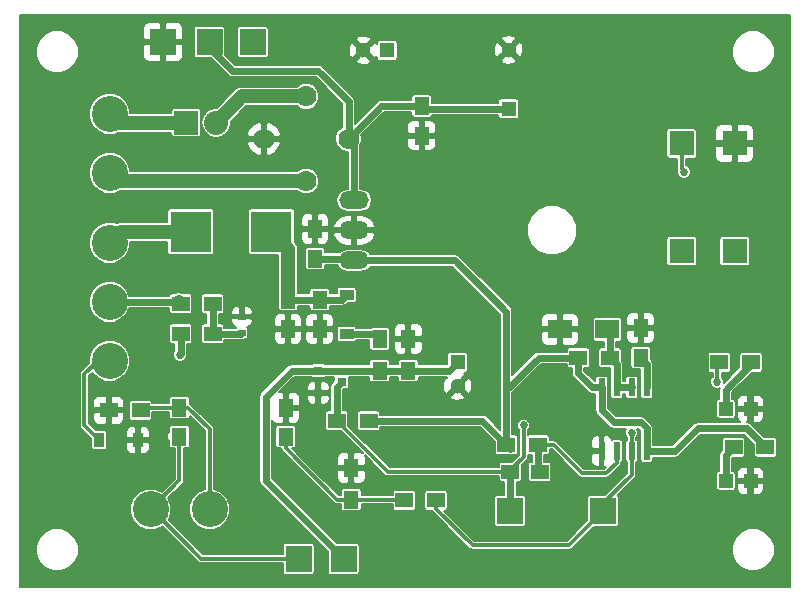
<source format=gtl>
G04 #@! TF.FileFunction,Copper,L1,Top,Signal*
%FSLAX46Y46*%
G04 Gerber Fmt 4.6, Leading zero omitted, Abs format (unit mm)*
G04 Created by KiCad (PCBNEW 4.0.0-2.201512072331+6194~38~ubuntu14.04.1-stable) date Fri 01 Jul 2016 10:17:29 PM CEST*
%MOMM*%
G01*
G04 APERTURE LIST*
%ADD10C,0.100000*%
%ADD11C,0.685800*%
%ADD12C,1.778000*%
%ADD13R,1.500000X1.300000*%
%ADD14R,2.235200X2.235200*%
%ADD15C,3.048000*%
%ADD16R,1.300000X1.300000*%
%ADD17C,1.300000*%
%ADD18R,1.300000X1.500000*%
%ADD19R,1.250000X1.500000*%
%ADD20R,0.600000X1.550000*%
%ADD21R,1.500000X1.250000*%
%ADD22R,2.000000X1.600000*%
%ADD23R,1.198880X1.198880*%
%ADD24R,0.700000X0.600000*%
%ADD25R,0.800100X0.800100*%
%ADD26R,2.032000X2.032000*%
%ADD27O,2.032000X2.032000*%
%ADD28R,3.500000X3.500000*%
%ADD29O,2.499360X1.501140*%
%ADD30R,1.220000X0.910000*%
%ADD31R,2.108200X2.108200*%
%ADD32R,0.910000X1.220000*%
%ADD33C,0.609600*%
%ADD34C,0.304800*%
%ADD35C,1.219200*%
%ADD36C,0.152400*%
G04 APERTURE END LIST*
D10*
D11*
X142240000Y-104140000D03*
X147320000Y-104140000D03*
X147320000Y-101600000D03*
D12*
X151093898Y-78232000D03*
X154686000Y-74639898D03*
X158278102Y-78232000D03*
X154686000Y-81824102D03*
D11*
X149860000Y-111760000D03*
X154940000Y-107950000D03*
X149860000Y-109220000D03*
X190373000Y-91440000D03*
X187960000Y-96520000D03*
X187960000Y-93980000D03*
D13*
X162988000Y-108839000D03*
X165688000Y-108839000D03*
D11*
X149860000Y-106299000D03*
X149860000Y-104140000D03*
X134620000Y-104140000D03*
X149860000Y-101600000D03*
X137160000Y-106680000D03*
X137160000Y-109220000D03*
X134620000Y-109220000D03*
D13*
X144065000Y-94742000D03*
X146765000Y-94742000D03*
D14*
X171958000Y-109728000D03*
D15*
X138049000Y-76113000D03*
X138049000Y-81113000D03*
D11*
X187960000Y-114300000D03*
X185420000Y-114300000D03*
X182880000Y-114300000D03*
X180340000Y-114300000D03*
X177800000Y-114300000D03*
X175260000Y-114300000D03*
X172720000Y-114300000D03*
X170180000Y-114300000D03*
X167640000Y-114300000D03*
X165100000Y-114300000D03*
X162560000Y-114300000D03*
X160020000Y-114300000D03*
X187960000Y-111760000D03*
X185420000Y-111760000D03*
X182880000Y-111760000D03*
X180340000Y-111760000D03*
X165100000Y-111760000D03*
X162560000Y-111760000D03*
X160020000Y-111760000D03*
X190500000Y-109220000D03*
X187960000Y-109220000D03*
X185420000Y-109220000D03*
X182880000Y-109220000D03*
X177800000Y-109220000D03*
X175260000Y-109220000D03*
X167640000Y-109220000D03*
X132080000Y-109220000D03*
X187960000Y-106680000D03*
X185420000Y-106680000D03*
X134620000Y-106680000D03*
X132080000Y-106680000D03*
X187960000Y-104140000D03*
X177800000Y-104140000D03*
X170180000Y-104140000D03*
X167640000Y-104140000D03*
X165100000Y-104140000D03*
X162560000Y-104140000D03*
X157480000Y-104140000D03*
X154940000Y-104140000D03*
X134620000Y-104140000D03*
X132080000Y-104140000D03*
X154940000Y-101600000D03*
X134620000Y-101600000D03*
X132080000Y-101600000D03*
X193040000Y-99060000D03*
X185420000Y-99060000D03*
X175260000Y-99060000D03*
X170180000Y-99060000D03*
X167640000Y-99060000D03*
X165100000Y-99060000D03*
X139700000Y-99060000D03*
X137160000Y-99060000D03*
X134620000Y-99060000D03*
X132080000Y-99060000D03*
X185420000Y-96520000D03*
X172720000Y-96520000D03*
X170180000Y-96520000D03*
X165100000Y-96520000D03*
X157480000Y-96520000D03*
X154940000Y-96520000D03*
X152400000Y-96520000D03*
X142240000Y-96520000D03*
X134620000Y-96520000D03*
X132080000Y-96520000D03*
X193040000Y-93980000D03*
X190500000Y-93980000D03*
X185420000Y-93980000D03*
X172720000Y-93980000D03*
X170180000Y-93980000D03*
X167640000Y-93980000D03*
X165100000Y-93980000D03*
X142240000Y-93980000D03*
X139700000Y-93980000D03*
X134620000Y-93980000D03*
X132080000Y-93980000D03*
X193040000Y-91440000D03*
X187960000Y-91440000D03*
X185420000Y-91440000D03*
X182880000Y-91440000D03*
X180340000Y-91440000D03*
X177800000Y-91440000D03*
X175260000Y-91440000D03*
X172720000Y-91440000D03*
X167640000Y-91440000D03*
X165100000Y-91440000D03*
X162560000Y-91440000D03*
X160020000Y-91440000D03*
X149860000Y-91440000D03*
X134620000Y-91440000D03*
X132080000Y-91440000D03*
X193040000Y-88900000D03*
X182880000Y-88900000D03*
X180340000Y-88900000D03*
X177800000Y-88900000D03*
X172720000Y-88900000D03*
X170180000Y-88900000D03*
X149860000Y-88900000D03*
X147320000Y-88900000D03*
X144780000Y-88900000D03*
X142240000Y-88900000D03*
X139700000Y-88900000D03*
X134620000Y-88900000D03*
X132080000Y-88900000D03*
X193040000Y-86360000D03*
X182880000Y-86360000D03*
X180340000Y-86360000D03*
X170180000Y-86360000D03*
X167640000Y-86360000D03*
X165100000Y-86360000D03*
X134620000Y-86360000D03*
X132080000Y-86360000D03*
X193040000Y-83820000D03*
X190500000Y-83820000D03*
X187960000Y-83820000D03*
X185420000Y-83820000D03*
X182880000Y-83820000D03*
X180340000Y-83820000D03*
X172720000Y-83820000D03*
X170180000Y-83820000D03*
X167640000Y-83820000D03*
X165100000Y-83820000D03*
X154940000Y-83820000D03*
X139700000Y-83820000D03*
X137160000Y-83820000D03*
X134620000Y-83820000D03*
X132080000Y-83820000D03*
X193040000Y-81280000D03*
X190500000Y-81280000D03*
X187960000Y-81280000D03*
X185420000Y-81280000D03*
X182880000Y-81280000D03*
X180340000Y-81280000D03*
X177800000Y-81280000D03*
X175260000Y-81280000D03*
X172720000Y-81280000D03*
X170180000Y-81280000D03*
X167640000Y-81280000D03*
X165100000Y-81280000D03*
X160020000Y-81280000D03*
X157480000Y-81280000D03*
X134620000Y-81280000D03*
X132080000Y-81280000D03*
X193040000Y-78740000D03*
X182880000Y-78740000D03*
X180340000Y-78740000D03*
X177800000Y-78740000D03*
X175260000Y-78740000D03*
X172720000Y-78740000D03*
X170180000Y-78740000D03*
X167640000Y-78740000D03*
X160020000Y-78740000D03*
X154940000Y-78740000D03*
X144780000Y-78740000D03*
X142240000Y-78740000D03*
X139700000Y-78740000D03*
X137160000Y-78740000D03*
X134620000Y-78740000D03*
X132080000Y-78740000D03*
X193040000Y-76200000D03*
X190500000Y-76200000D03*
X187960000Y-76200000D03*
X185420000Y-76200000D03*
X182880000Y-76200000D03*
X180340000Y-76200000D03*
X177800000Y-76200000D03*
X175260000Y-76200000D03*
X156591000Y-76200000D03*
X152400000Y-76200000D03*
X149860000Y-76200000D03*
X134620000Y-76200000D03*
X132080000Y-76200000D03*
X187960000Y-73660000D03*
X185420000Y-73660000D03*
X182880000Y-73660000D03*
X180340000Y-73660000D03*
X177800000Y-73660000D03*
X175260000Y-73660000D03*
X172720000Y-73660000D03*
X170180000Y-73660000D03*
X167640000Y-73660000D03*
X165100000Y-73660000D03*
X160020000Y-73660000D03*
X147320000Y-73660000D03*
X144780000Y-73660000D03*
X142240000Y-73660000D03*
X139700000Y-73660000D03*
X137160000Y-73660000D03*
X187960000Y-71120000D03*
X185420000Y-71120000D03*
X182880000Y-71120000D03*
X180340000Y-71120000D03*
X177800000Y-71120000D03*
X175260000Y-71120000D03*
X170180000Y-71120000D03*
X167640000Y-71120000D03*
X165100000Y-71120000D03*
X157480000Y-71120000D03*
X154940000Y-71120000D03*
X152400000Y-71120000D03*
X139700000Y-71120000D03*
X187960000Y-68580000D03*
X185420000Y-68580000D03*
X182880000Y-68580000D03*
X180340000Y-68580000D03*
X177800000Y-68580000D03*
X175260000Y-68580000D03*
X172720000Y-68580000D03*
X170180000Y-68580000D03*
X167640000Y-68580000D03*
X165100000Y-68580000D03*
X162560000Y-68580000D03*
X139700000Y-68580000D03*
X137160000Y-68580000D03*
D16*
X171831000Y-75692000D03*
D17*
X171831000Y-70692000D03*
D18*
X160909000Y-97870000D03*
X160909000Y-95170000D03*
D19*
X183007000Y-94254000D03*
X183007000Y-96754000D03*
X164465000Y-75458000D03*
X164465000Y-77958000D03*
D20*
X179705000Y-104681000D03*
X180975000Y-104681000D03*
X182245000Y-104681000D03*
X183515000Y-104681000D03*
X183515000Y-99281000D03*
X182245000Y-99281000D03*
X180975000Y-99281000D03*
X179705000Y-99281000D03*
D19*
X155448000Y-88372000D03*
X155448000Y-85872000D03*
D16*
X161544000Y-70739000D03*
D17*
X159544000Y-70739000D03*
D21*
X174478000Y-106426000D03*
X171978000Y-106426000D03*
D19*
X153162000Y-91841000D03*
X153162000Y-94341000D03*
X155829000Y-91841000D03*
X155829000Y-94341000D03*
D16*
X167513000Y-97155000D03*
D17*
X167513000Y-99155000D03*
D22*
X180181000Y-94361000D03*
X176181000Y-94361000D03*
D23*
X190212980Y-107188000D03*
X192311020Y-107188000D03*
X190212980Y-101092000D03*
X192311020Y-101092000D03*
D24*
X149225000Y-93280000D03*
X149225000Y-94680000D03*
D15*
X141518000Y-109601000D03*
X146518000Y-109601000D03*
D25*
X155717240Y-97856000D03*
X155717240Y-99756000D03*
X157716220Y-98806000D03*
D13*
X193577200Y-104343200D03*
X190877200Y-104343200D03*
X171624000Y-104140000D03*
X174324000Y-104140000D03*
X177720000Y-96774000D03*
X180420000Y-96774000D03*
X157273000Y-102108000D03*
X159973000Y-102108000D03*
X189658000Y-97155000D03*
X192358000Y-97155000D03*
X146765000Y-92202000D03*
X144065000Y-92202000D03*
D18*
X163322000Y-95170000D03*
X163322000Y-97870000D03*
D26*
X144526000Y-76860400D03*
D27*
X147066000Y-76860400D03*
D15*
X138049000Y-87035000D03*
X138049000Y-92035000D03*
X138049000Y-97035000D03*
D28*
X151739600Y-86106000D03*
X144932400Y-86106000D03*
D14*
X154051000Y-113792000D03*
X146507200Y-70053200D03*
X150164800Y-70053200D03*
X179832000Y-109728000D03*
X157861000Y-113792000D03*
X142595600Y-70053200D03*
D18*
X158496000Y-108792000D03*
X158496000Y-106092000D03*
D13*
X140669000Y-101219000D03*
X137969000Y-101219000D03*
D18*
X152963000Y-103460000D03*
X152963000Y-101010000D03*
X143963000Y-101010000D03*
X143963000Y-103460000D03*
D29*
X158750000Y-85979000D03*
X158750000Y-83439000D03*
X158750000Y-88519000D03*
D30*
X158115000Y-94751400D03*
X158115000Y-91481400D03*
D31*
X190969900Y-78625700D03*
X190969900Y-87744300D03*
X186474100Y-78625700D03*
X186474100Y-87744300D03*
D32*
X137176000Y-103759000D03*
X140446000Y-103759000D03*
D11*
X144018000Y-96520000D03*
X186690000Y-81026000D03*
X173101000Y-102489000D03*
X189484000Y-98806000D03*
X182245000Y-103124000D03*
D33*
X158750000Y-83439000D02*
X158750000Y-78703898D01*
X158750000Y-78703898D02*
X158278102Y-78232000D01*
X164465000Y-75458000D02*
X164699000Y-75692000D01*
X164699000Y-75692000D02*
X171831000Y-75692000D01*
X158278102Y-78232000D02*
X161052102Y-75458000D01*
X161052102Y-75458000D02*
X164465000Y-75458000D01*
X158750000Y-78703898D02*
X158278102Y-78232000D01*
X146507200Y-70561200D02*
X148437600Y-72491600D01*
X148437600Y-72491600D02*
X155702000Y-72491600D01*
X146507200Y-70053200D02*
X146507200Y-70561200D01*
X158278102Y-75067702D02*
X158278102Y-78232000D01*
X155702000Y-72491600D02*
X158278102Y-75067702D01*
X155448000Y-88372000D02*
X158603000Y-88372000D01*
X158603000Y-88372000D02*
X158750000Y-88519000D01*
X183515000Y-104681000D02*
X185895000Y-104681000D01*
X185895000Y-104681000D02*
X187833000Y-102743000D01*
X187833000Y-102743000D02*
X191977000Y-102743000D01*
X191977000Y-102743000D02*
X193577200Y-104343200D01*
X144065000Y-96473000D02*
X144018000Y-96520000D01*
X144065000Y-96473000D02*
X144065000Y-94742000D01*
X171624000Y-104140000D02*
X171624000Y-99521000D01*
X174371000Y-96774000D02*
X177720000Y-96774000D01*
X171624000Y-99521000D02*
X174371000Y-96774000D01*
X155595000Y-88519000D02*
X155448000Y-88372000D01*
X171624000Y-104140000D02*
X171624000Y-92884000D01*
X167259000Y-88519000D02*
X158750000Y-88519000D01*
X171624000Y-92884000D02*
X167259000Y-88519000D01*
X171624000Y-104140000D02*
X169592000Y-102108000D01*
X169592000Y-102108000D02*
X159973000Y-102108000D01*
X171624000Y-104140000D02*
X171958000Y-104140000D01*
X179705000Y-99281000D02*
X178910000Y-99281000D01*
X178910000Y-99281000D02*
X177720000Y-98091000D01*
X177720000Y-98091000D02*
X177720000Y-96774000D01*
X183515000Y-104681000D02*
X183515000Y-102743000D01*
X179705000Y-101219000D02*
X179705000Y-99281000D01*
X180721000Y-102235000D02*
X179705000Y-101219000D01*
X183007000Y-102235000D02*
X180721000Y-102235000D01*
X183515000Y-102743000D02*
X183007000Y-102235000D01*
X171978000Y-104494000D02*
X171624000Y-104140000D01*
D34*
X180086000Y-106553000D02*
X180975000Y-105664000D01*
X178054000Y-106553000D02*
X180086000Y-106553000D01*
X175641000Y-104140000D02*
X178054000Y-106553000D01*
X174324000Y-104140000D02*
X175641000Y-104140000D01*
X180975000Y-105664000D02*
X180975000Y-104681000D01*
D33*
X174324000Y-104140000D02*
X174324000Y-106272000D01*
X174324000Y-106272000D02*
X174478000Y-106426000D01*
D34*
X171978000Y-106426000D02*
X171978000Y-106279000D01*
X171978000Y-106279000D02*
X173101000Y-105156000D01*
X186474100Y-80810100D02*
X186474100Y-78625700D01*
X186690000Y-81026000D02*
X186474100Y-80810100D01*
X173101000Y-105156000D02*
X173101000Y-102489000D01*
D33*
X157716220Y-98806000D02*
X157273000Y-99249220D01*
D34*
X157273000Y-102108000D02*
X161591000Y-106426000D01*
X161591000Y-106426000D02*
X171978000Y-106426000D01*
D33*
X157273000Y-99249220D02*
X157273000Y-102108000D01*
X171978000Y-106426000D02*
X171978000Y-109708000D01*
X171978000Y-109708000D02*
X171958000Y-109728000D01*
X183515000Y-97262000D02*
X183007000Y-96754000D01*
X183515000Y-99281000D02*
X183515000Y-97262000D01*
X155829000Y-91841000D02*
X157755400Y-91841000D01*
X157755400Y-91841000D02*
X158115000Y-91481400D01*
D35*
X151739600Y-86106000D02*
X153162000Y-87528400D01*
X153162000Y-87528400D02*
X153162000Y-91841000D01*
D33*
X153162000Y-91841000D02*
X155829000Y-91841000D01*
X155717240Y-97856000D02*
X153477000Y-97856000D01*
X153477000Y-97856000D02*
X151257000Y-100076000D01*
X151257000Y-100076000D02*
X151257000Y-107188000D01*
X151257000Y-107188000D02*
X157861000Y-113792000D01*
X157861000Y-113411000D02*
X157861000Y-113792000D01*
X163322000Y-97870000D02*
X166798000Y-97870000D01*
X166798000Y-97870000D02*
X167513000Y-97155000D01*
X160909000Y-97870000D02*
X163322000Y-97870000D01*
X155717240Y-97856000D02*
X155731240Y-97870000D01*
X155731240Y-97870000D02*
X160909000Y-97870000D01*
X155717240Y-97856000D02*
X155890000Y-97856000D01*
X160702000Y-98171000D02*
X160528000Y-97997000D01*
X160463240Y-97932240D02*
X160528000Y-97997000D01*
X180975000Y-97329000D02*
X180420000Y-96774000D01*
X180420000Y-96774000D02*
X180420000Y-94600000D01*
X180420000Y-94600000D02*
X180181000Y-94361000D01*
X180975000Y-99281000D02*
X180975000Y-97329000D01*
X182245000Y-99281000D02*
X180975000Y-99281000D01*
D34*
X165688000Y-108839000D02*
X165688000Y-109554000D01*
X176911000Y-112649000D02*
X179832000Y-109728000D01*
X168783000Y-112649000D02*
X176911000Y-112649000D01*
X165688000Y-109554000D02*
X168783000Y-112649000D01*
X182245000Y-104681000D02*
X182245000Y-103124000D01*
X189484000Y-98806000D02*
X189484000Y-97329000D01*
X189484000Y-97329000D02*
X189658000Y-97155000D01*
X179832000Y-109728000D02*
X179832000Y-109093000D01*
X179832000Y-109093000D02*
X182245000Y-106680000D01*
X182245000Y-106680000D02*
X182245000Y-104681000D01*
D35*
X138049000Y-81113000D02*
X138760102Y-81824102D01*
X138760102Y-81824102D02*
X154686000Y-81824102D01*
D33*
X190877200Y-104343200D02*
X190212980Y-105007420D01*
X190212980Y-105007420D02*
X190212980Y-107188000D01*
X158115000Y-94751400D02*
X160490400Y-94751400D01*
X160490400Y-94751400D02*
X160909000Y-95170000D01*
X192358000Y-97155000D02*
X192358000Y-97329000D01*
X192358000Y-97329000D02*
X190212980Y-99474020D01*
X190212980Y-99474020D02*
X190212980Y-101092000D01*
X146765000Y-94742000D02*
X149163000Y-94742000D01*
X149163000Y-94742000D02*
X149225000Y-94680000D01*
X146765000Y-92202000D02*
X146765000Y-94742000D01*
D34*
X141518000Y-109601000D02*
X141605000Y-109601000D01*
X141605000Y-109601000D02*
X145796000Y-113792000D01*
X145796000Y-113792000D02*
X154051000Y-113792000D01*
X143963000Y-103460000D02*
X143963000Y-107156000D01*
X143963000Y-107156000D02*
X141518000Y-109601000D01*
D35*
X138049000Y-87035000D02*
X138978000Y-86106000D01*
X138978000Y-86106000D02*
X144932400Y-86106000D01*
D33*
X138049000Y-92035000D02*
X143898000Y-92035000D01*
X143898000Y-92035000D02*
X144065000Y-92202000D01*
D35*
X143898000Y-92035000D02*
X144065000Y-92202000D01*
D33*
X143724000Y-92035000D02*
X143811000Y-91948000D01*
D35*
X138049000Y-76113000D02*
X138796400Y-76860400D01*
X138796400Y-76860400D02*
X144526000Y-76860400D01*
X147066000Y-76860400D02*
X149286502Y-74639898D01*
X149286502Y-74639898D02*
X154686000Y-74639898D01*
D34*
X143963000Y-101010000D02*
X144698000Y-101010000D01*
X146518000Y-102830000D02*
X146518000Y-109601000D01*
X144698000Y-101010000D02*
X146518000Y-102830000D01*
X140669000Y-101219000D02*
X140878000Y-101010000D01*
X140878000Y-101010000D02*
X143963000Y-101010000D01*
D33*
X143754000Y-101219000D02*
X143963000Y-101010000D01*
D34*
X158496000Y-108792000D02*
X162941000Y-108792000D01*
X162941000Y-108792000D02*
X162988000Y-108839000D01*
X152963000Y-103460000D02*
X152963000Y-104449000D01*
X157306000Y-108792000D02*
X158496000Y-108792000D01*
X152963000Y-104449000D02*
X157306000Y-108792000D01*
X191008000Y-87782400D02*
X190969900Y-87744300D01*
X137176000Y-103759000D02*
X137160000Y-103759000D01*
X137160000Y-103759000D02*
X135890000Y-102489000D01*
X135890000Y-102489000D02*
X135890000Y-98171000D01*
X135890000Y-98171000D02*
X137026000Y-97035000D01*
X137026000Y-97035000D02*
X138049000Y-97035000D01*
D36*
G36*
X195657400Y-116155400D02*
X130478600Y-116155400D01*
X130478600Y-113392135D01*
X131775084Y-113392135D01*
X132052885Y-114064465D01*
X132566829Y-114579307D01*
X133238673Y-114858282D01*
X133966135Y-114858916D01*
X134638465Y-114581115D01*
X135153307Y-114067171D01*
X135432282Y-113395327D01*
X135432916Y-112667865D01*
X135155115Y-111995535D01*
X134641171Y-111480693D01*
X133969327Y-111201718D01*
X133241865Y-111201084D01*
X132569535Y-111478885D01*
X132054693Y-111992829D01*
X131775718Y-112664673D01*
X131775084Y-113392135D01*
X130478600Y-113392135D01*
X130478600Y-109948084D01*
X139765097Y-109948084D01*
X140031352Y-110592471D01*
X140523936Y-111085915D01*
X141167857Y-111353295D01*
X141865084Y-111353903D01*
X142509471Y-111087648D01*
X142531170Y-111065986D01*
X145526592Y-114061408D01*
X145650197Y-114143998D01*
X145796000Y-114173000D01*
X152700322Y-114173000D01*
X152700322Y-114909600D01*
X152716262Y-114994314D01*
X152766328Y-115072118D01*
X152842720Y-115124315D01*
X152933400Y-115142678D01*
X155168600Y-115142678D01*
X155253314Y-115126738D01*
X155331118Y-115076672D01*
X155383315Y-115000280D01*
X155401678Y-114909600D01*
X155401678Y-112674400D01*
X155385738Y-112589686D01*
X155335672Y-112511882D01*
X155259280Y-112459685D01*
X155168600Y-112441322D01*
X152933400Y-112441322D01*
X152848686Y-112457262D01*
X152770882Y-112507328D01*
X152718685Y-112583720D01*
X152700322Y-112674400D01*
X152700322Y-113411000D01*
X145953816Y-113411000D01*
X143042514Y-110499698D01*
X143270295Y-109951143D01*
X143270903Y-109253916D01*
X143017407Y-108640409D01*
X144232408Y-107425408D01*
X144314998Y-107301803D01*
X144344000Y-107156000D01*
X144344000Y-104443078D01*
X144613000Y-104443078D01*
X144697714Y-104427138D01*
X144775518Y-104377072D01*
X144827715Y-104300680D01*
X144846078Y-104210000D01*
X144846078Y-102710000D01*
X144830138Y-102625286D01*
X144780072Y-102547482D01*
X144703680Y-102495285D01*
X144613000Y-102476922D01*
X143313000Y-102476922D01*
X143228286Y-102492862D01*
X143150482Y-102542928D01*
X143098285Y-102619320D01*
X143079922Y-102710000D01*
X143079922Y-103063390D01*
X143050829Y-103082829D01*
X142935203Y-103255877D01*
X142894600Y-103460000D01*
X142935203Y-103664123D01*
X143050829Y-103837171D01*
X143079922Y-103856610D01*
X143079922Y-104210000D01*
X143095862Y-104294714D01*
X143145928Y-104372518D01*
X143222320Y-104424715D01*
X143313000Y-104443078D01*
X143582000Y-104443078D01*
X143582000Y-106998184D01*
X142478172Y-108102012D01*
X141868143Y-107848705D01*
X141170916Y-107848097D01*
X140526529Y-108114352D01*
X140033085Y-108606936D01*
X139765705Y-109250857D01*
X139765097Y-109948084D01*
X130478600Y-109948084D01*
X130478600Y-98171000D01*
X135509000Y-98171000D01*
X135509000Y-102489000D01*
X135538002Y-102634803D01*
X135620592Y-102758408D01*
X136487922Y-103625738D01*
X136487922Y-104369000D01*
X136503862Y-104453714D01*
X136553928Y-104531518D01*
X136630320Y-104583715D01*
X136721000Y-104602078D01*
X137631000Y-104602078D01*
X137715714Y-104586138D01*
X137793518Y-104536072D01*
X137845715Y-104459680D01*
X137864078Y-104369000D01*
X137864078Y-104082850D01*
X139406800Y-104082850D01*
X139406800Y-104485204D01*
X139495739Y-104699922D01*
X139660077Y-104864261D01*
X139874795Y-104953200D01*
X140122150Y-104953200D01*
X140268200Y-104807150D01*
X140268200Y-103936800D01*
X140623800Y-103936800D01*
X140623800Y-104807150D01*
X140769850Y-104953200D01*
X141017205Y-104953200D01*
X141231923Y-104864261D01*
X141396261Y-104699922D01*
X141485200Y-104485204D01*
X141485200Y-104082850D01*
X141339150Y-103936800D01*
X140623800Y-103936800D01*
X140268200Y-103936800D01*
X139552850Y-103936800D01*
X139406800Y-104082850D01*
X137864078Y-104082850D01*
X137864078Y-103149000D01*
X137848138Y-103064286D01*
X137827875Y-103032796D01*
X139406800Y-103032796D01*
X139406800Y-103435150D01*
X139552850Y-103581200D01*
X140268200Y-103581200D01*
X140268200Y-102710850D01*
X140623800Y-102710850D01*
X140623800Y-103581200D01*
X141339150Y-103581200D01*
X141485200Y-103435150D01*
X141485200Y-103032796D01*
X141396261Y-102818078D01*
X141231923Y-102653739D01*
X141017205Y-102564800D01*
X140769850Y-102564800D01*
X140623800Y-102710850D01*
X140268200Y-102710850D01*
X140122150Y-102564800D01*
X139874795Y-102564800D01*
X139660077Y-102653739D01*
X139495739Y-102818078D01*
X139406800Y-103032796D01*
X137827875Y-103032796D01*
X137798072Y-102986482D01*
X137721680Y-102934285D01*
X137631000Y-102915922D01*
X136855738Y-102915922D01*
X136271000Y-102331184D01*
X136271000Y-101542850D01*
X136634800Y-101542850D01*
X136634800Y-101985204D01*
X136723739Y-102199922D01*
X136888077Y-102364261D01*
X137102795Y-102453200D01*
X137645150Y-102453200D01*
X137791200Y-102307150D01*
X137791200Y-101396800D01*
X138146800Y-101396800D01*
X138146800Y-102307150D01*
X138292850Y-102453200D01*
X138835205Y-102453200D01*
X139049923Y-102364261D01*
X139214261Y-102199922D01*
X139303200Y-101985204D01*
X139303200Y-101542850D01*
X139157150Y-101396800D01*
X138146800Y-101396800D01*
X137791200Y-101396800D01*
X136780850Y-101396800D01*
X136634800Y-101542850D01*
X136271000Y-101542850D01*
X136271000Y-100452796D01*
X136634800Y-100452796D01*
X136634800Y-100895150D01*
X136780850Y-101041200D01*
X137791200Y-101041200D01*
X137791200Y-100130850D01*
X138146800Y-100130850D01*
X138146800Y-101041200D01*
X139157150Y-101041200D01*
X139303200Y-100895150D01*
X139303200Y-100569000D01*
X139685922Y-100569000D01*
X139685922Y-101869000D01*
X139701862Y-101953714D01*
X139751928Y-102031518D01*
X139828320Y-102083715D01*
X139919000Y-102102078D01*
X141419000Y-102102078D01*
X141503714Y-102086138D01*
X141581518Y-102036072D01*
X141633715Y-101959680D01*
X141652078Y-101869000D01*
X141652078Y-101391000D01*
X143079922Y-101391000D01*
X143079922Y-101760000D01*
X143095862Y-101844714D01*
X143145928Y-101922518D01*
X143222320Y-101974715D01*
X143313000Y-101993078D01*
X144613000Y-101993078D01*
X144697714Y-101977138D01*
X144775518Y-101927072D01*
X144827715Y-101850680D01*
X144846078Y-101760000D01*
X144846078Y-101696894D01*
X146137000Y-102987815D01*
X146137000Y-107862111D01*
X145526529Y-108114352D01*
X145033085Y-108606936D01*
X144765705Y-109250857D01*
X144765097Y-109948084D01*
X145031352Y-110592471D01*
X145523936Y-111085915D01*
X146167857Y-111353295D01*
X146865084Y-111353903D01*
X147509471Y-111087648D01*
X148002915Y-110595064D01*
X148270295Y-109951143D01*
X148270903Y-109253916D01*
X148004648Y-108609529D01*
X147512064Y-108116085D01*
X146899000Y-107861518D01*
X146899000Y-102830005D01*
X146899001Y-102830000D01*
X146869998Y-102684198D01*
X146849646Y-102653739D01*
X146787408Y-102560592D01*
X146787405Y-102560590D01*
X144967408Y-100740592D01*
X144846078Y-100659522D01*
X144846078Y-100260000D01*
X144830138Y-100175286D01*
X144780072Y-100097482D01*
X144748633Y-100076000D01*
X150723600Y-100076000D01*
X150723600Y-107188000D01*
X150764203Y-107392123D01*
X150879829Y-107565171D01*
X156510322Y-113195663D01*
X156510322Y-114909600D01*
X156526262Y-114994314D01*
X156576328Y-115072118D01*
X156652720Y-115124315D01*
X156743400Y-115142678D01*
X158978600Y-115142678D01*
X159063314Y-115126738D01*
X159141118Y-115076672D01*
X159193315Y-115000280D01*
X159211678Y-114909600D01*
X159211678Y-113392135D01*
X190703084Y-113392135D01*
X190980885Y-114064465D01*
X191494829Y-114579307D01*
X192166673Y-114858282D01*
X192894135Y-114858916D01*
X193566465Y-114581115D01*
X194081307Y-114067171D01*
X194360282Y-113395327D01*
X194360916Y-112667865D01*
X194083115Y-111995535D01*
X193569171Y-111480693D01*
X192897327Y-111201718D01*
X192169865Y-111201084D01*
X191497535Y-111478885D01*
X190982693Y-111992829D01*
X190703718Y-112664673D01*
X190703084Y-113392135D01*
X159211678Y-113392135D01*
X159211678Y-112674400D01*
X159195738Y-112589686D01*
X159145672Y-112511882D01*
X159069280Y-112459685D01*
X158978600Y-112441322D01*
X157264663Y-112441322D01*
X151790400Y-106967058D01*
X151790400Y-102710000D01*
X152079922Y-102710000D01*
X152079922Y-104210000D01*
X152095862Y-104294714D01*
X152145928Y-104372518D01*
X152222320Y-104424715D01*
X152313000Y-104443078D01*
X152582000Y-104443078D01*
X152582000Y-104449000D01*
X152611002Y-104594803D01*
X152693592Y-104718408D01*
X157036590Y-109061405D01*
X157036592Y-109061408D01*
X157160198Y-109143998D01*
X157306000Y-109173001D01*
X157306005Y-109173000D01*
X157612922Y-109173000D01*
X157612922Y-109542000D01*
X157628862Y-109626714D01*
X157678928Y-109704518D01*
X157755320Y-109756715D01*
X157846000Y-109775078D01*
X159146000Y-109775078D01*
X159230714Y-109759138D01*
X159308518Y-109709072D01*
X159360715Y-109632680D01*
X159379078Y-109542000D01*
X159379078Y-109173000D01*
X162004922Y-109173000D01*
X162004922Y-109489000D01*
X162020862Y-109573714D01*
X162070928Y-109651518D01*
X162147320Y-109703715D01*
X162238000Y-109722078D01*
X163738000Y-109722078D01*
X163822714Y-109706138D01*
X163900518Y-109656072D01*
X163952715Y-109579680D01*
X163971078Y-109489000D01*
X163971078Y-108189000D01*
X163955138Y-108104286D01*
X163905072Y-108026482D01*
X163828680Y-107974285D01*
X163738000Y-107955922D01*
X162238000Y-107955922D01*
X162153286Y-107971862D01*
X162075482Y-108021928D01*
X162023285Y-108098320D01*
X162004922Y-108189000D01*
X162004922Y-108411000D01*
X159379078Y-108411000D01*
X159379078Y-108042000D01*
X159363138Y-107957286D01*
X159313072Y-107879482D01*
X159236680Y-107827285D01*
X159146000Y-107808922D01*
X157846000Y-107808922D01*
X157761286Y-107824862D01*
X157683482Y-107874928D01*
X157631285Y-107951320D01*
X157612922Y-108042000D01*
X157612922Y-108411000D01*
X157463815Y-108411000D01*
X155468666Y-106415850D01*
X157261800Y-106415850D01*
X157261800Y-106958205D01*
X157350739Y-107172923D01*
X157515078Y-107337261D01*
X157729796Y-107426200D01*
X158172150Y-107426200D01*
X158318200Y-107280150D01*
X158318200Y-106269800D01*
X158673800Y-106269800D01*
X158673800Y-107280150D01*
X158819850Y-107426200D01*
X159262204Y-107426200D01*
X159476922Y-107337261D01*
X159641261Y-107172923D01*
X159730200Y-106958205D01*
X159730200Y-106415850D01*
X159584150Y-106269800D01*
X158673800Y-106269800D01*
X158318200Y-106269800D01*
X157407850Y-106269800D01*
X157261800Y-106415850D01*
X155468666Y-106415850D01*
X154278611Y-105225795D01*
X157261800Y-105225795D01*
X157261800Y-105768150D01*
X157407850Y-105914200D01*
X158318200Y-105914200D01*
X158318200Y-104903850D01*
X158172150Y-104757800D01*
X157729796Y-104757800D01*
X157515078Y-104846739D01*
X157350739Y-105011077D01*
X157261800Y-105225795D01*
X154278611Y-105225795D01*
X153495894Y-104443078D01*
X153613000Y-104443078D01*
X153697714Y-104427138D01*
X153775518Y-104377072D01*
X153827715Y-104300680D01*
X153846078Y-104210000D01*
X153846078Y-102710000D01*
X153830138Y-102625286D01*
X153780072Y-102547482D01*
X153703680Y-102495285D01*
X153613000Y-102476922D01*
X152313000Y-102476922D01*
X152228286Y-102492862D01*
X152150482Y-102542928D01*
X152098285Y-102619320D01*
X152079922Y-102710000D01*
X151790400Y-102710000D01*
X151790400Y-102024921D01*
X151817739Y-102090923D01*
X151982078Y-102255261D01*
X152196796Y-102344200D01*
X152639150Y-102344200D01*
X152785200Y-102198150D01*
X152785200Y-101187800D01*
X153140800Y-101187800D01*
X153140800Y-102198150D01*
X153286850Y-102344200D01*
X153729204Y-102344200D01*
X153943922Y-102255261D01*
X154108261Y-102090923D01*
X154197200Y-101876205D01*
X154197200Y-101333850D01*
X154051150Y-101187800D01*
X153140800Y-101187800D01*
X152785200Y-101187800D01*
X152765200Y-101187800D01*
X152765200Y-100832200D01*
X152785200Y-100832200D01*
X152785200Y-99821850D01*
X153140800Y-99821850D01*
X153140800Y-100832200D01*
X154051150Y-100832200D01*
X154197200Y-100686150D01*
X154197200Y-100143795D01*
X154170714Y-100079850D01*
X154732990Y-100079850D01*
X154732990Y-100272255D01*
X154821929Y-100486973D01*
X154986268Y-100651311D01*
X155200986Y-100740250D01*
X155393390Y-100740250D01*
X155539440Y-100594200D01*
X155539440Y-99933800D01*
X155895040Y-99933800D01*
X155895040Y-100594200D01*
X156041090Y-100740250D01*
X156233494Y-100740250D01*
X156448212Y-100651311D01*
X156612551Y-100486973D01*
X156701490Y-100272255D01*
X156701490Y-100079850D01*
X156555440Y-99933800D01*
X155895040Y-99933800D01*
X155539440Y-99933800D01*
X154879040Y-99933800D01*
X154732990Y-100079850D01*
X154170714Y-100079850D01*
X154108261Y-99929077D01*
X153943922Y-99764739D01*
X153729204Y-99675800D01*
X153286850Y-99675800D01*
X153140800Y-99821850D01*
X152785200Y-99821850D01*
X152639150Y-99675800D01*
X152411542Y-99675800D01*
X152847597Y-99239745D01*
X154732990Y-99239745D01*
X154732990Y-99432150D01*
X154879040Y-99578200D01*
X155539440Y-99578200D01*
X155539440Y-98917800D01*
X155895040Y-98917800D01*
X155895040Y-99578200D01*
X156555440Y-99578200D01*
X156701490Y-99432150D01*
X156701490Y-99239745D01*
X156612551Y-99025027D01*
X156448212Y-98860689D01*
X156233494Y-98771750D01*
X156041090Y-98771750D01*
X155895040Y-98917800D01*
X155539440Y-98917800D01*
X155393390Y-98771750D01*
X155200986Y-98771750D01*
X154986268Y-98860689D01*
X154821929Y-99025027D01*
X154732990Y-99239745D01*
X152847597Y-99239745D01*
X153697942Y-98389400D01*
X155131349Y-98389400D01*
X155150118Y-98418568D01*
X155226510Y-98470765D01*
X155317190Y-98489128D01*
X156117290Y-98489128D01*
X156202004Y-98473188D01*
X156279808Y-98423122D01*
X156293284Y-98403400D01*
X157083608Y-98403400D01*
X157083092Y-98405950D01*
X157083092Y-98684786D01*
X156895829Y-98872049D01*
X156780203Y-99045097D01*
X156739600Y-99249220D01*
X156739600Y-101224922D01*
X156523000Y-101224922D01*
X156438286Y-101240862D01*
X156360482Y-101290928D01*
X156308285Y-101367320D01*
X156289922Y-101458000D01*
X156289922Y-102758000D01*
X156305862Y-102842714D01*
X156355928Y-102920518D01*
X156432320Y-102972715D01*
X156523000Y-102991078D01*
X157617262Y-102991078D01*
X159470095Y-104843911D01*
X159262204Y-104757800D01*
X158819850Y-104757800D01*
X158673800Y-104903850D01*
X158673800Y-105914200D01*
X159584150Y-105914200D01*
X159730200Y-105768150D01*
X159730200Y-105225795D01*
X159644089Y-105017905D01*
X161321592Y-106695408D01*
X161445197Y-106777998D01*
X161591000Y-106807000D01*
X170994922Y-106807000D01*
X170994922Y-107051000D01*
X171010862Y-107135714D01*
X171060928Y-107213518D01*
X171137320Y-107265715D01*
X171228000Y-107284078D01*
X171444600Y-107284078D01*
X171444600Y-108377322D01*
X170840400Y-108377322D01*
X170755686Y-108393262D01*
X170677882Y-108443328D01*
X170625685Y-108519720D01*
X170607322Y-108610400D01*
X170607322Y-110845600D01*
X170623262Y-110930314D01*
X170673328Y-111008118D01*
X170749720Y-111060315D01*
X170840400Y-111078678D01*
X173075600Y-111078678D01*
X173160314Y-111062738D01*
X173238118Y-111012672D01*
X173290315Y-110936280D01*
X173308678Y-110845600D01*
X173308678Y-108610400D01*
X173292738Y-108525686D01*
X173242672Y-108447882D01*
X173166280Y-108395685D01*
X173075600Y-108377322D01*
X172511400Y-108377322D01*
X172511400Y-107284078D01*
X172728000Y-107284078D01*
X172812714Y-107268138D01*
X172890518Y-107218072D01*
X172942715Y-107141680D01*
X172961078Y-107051000D01*
X172961078Y-105834738D01*
X173370408Y-105425408D01*
X173452998Y-105301802D01*
X173482001Y-105156000D01*
X173482000Y-105155995D01*
X173482000Y-105003813D01*
X173483320Y-105004715D01*
X173574000Y-105023078D01*
X173790600Y-105023078D01*
X173790600Y-105567922D01*
X173728000Y-105567922D01*
X173643286Y-105583862D01*
X173565482Y-105633928D01*
X173513285Y-105710320D01*
X173494922Y-105801000D01*
X173494922Y-107051000D01*
X173510862Y-107135714D01*
X173560928Y-107213518D01*
X173637320Y-107265715D01*
X173728000Y-107284078D01*
X175228000Y-107284078D01*
X175312714Y-107268138D01*
X175390518Y-107218072D01*
X175442715Y-107141680D01*
X175461078Y-107051000D01*
X175461078Y-105801000D01*
X175445138Y-105716286D01*
X175395072Y-105638482D01*
X175318680Y-105586285D01*
X175228000Y-105567922D01*
X174857400Y-105567922D01*
X174857400Y-105023078D01*
X175074000Y-105023078D01*
X175158714Y-105007138D01*
X175236518Y-104957072D01*
X175288715Y-104880680D01*
X175307078Y-104790000D01*
X175307078Y-104521000D01*
X175483184Y-104521000D01*
X177784590Y-106822405D01*
X177784592Y-106822408D01*
X177847064Y-106864150D01*
X177908197Y-106904998D01*
X178054000Y-106934000D01*
X180086000Y-106934000D01*
X180231803Y-106904998D01*
X180355408Y-106822408D01*
X181244408Y-105933408D01*
X181326998Y-105809802D01*
X181353968Y-105674219D01*
X181359714Y-105673138D01*
X181437518Y-105623072D01*
X181489715Y-105546680D01*
X181508078Y-105456000D01*
X181508078Y-103906000D01*
X181492138Y-103821286D01*
X181442072Y-103743482D01*
X181365680Y-103691285D01*
X181275000Y-103672922D01*
X180675000Y-103672922D01*
X180590286Y-103688862D01*
X180556419Y-103710655D01*
X180500261Y-103575077D01*
X180335922Y-103410739D01*
X180121204Y-103321800D01*
X180001050Y-103321800D01*
X179855000Y-103467850D01*
X179855000Y-104503200D01*
X179902800Y-104503200D01*
X179902800Y-104858800D01*
X179855000Y-104858800D01*
X179855000Y-105894150D01*
X180001050Y-106040200D01*
X180059984Y-106040200D01*
X179928184Y-106172000D01*
X178211815Y-106172000D01*
X177044666Y-105004850D01*
X178820800Y-105004850D01*
X178820800Y-105572205D01*
X178909739Y-105786923D01*
X179074078Y-105951261D01*
X179288796Y-106040200D01*
X179408950Y-106040200D01*
X179555000Y-105894150D01*
X179555000Y-104858800D01*
X178966850Y-104858800D01*
X178820800Y-105004850D01*
X177044666Y-105004850D01*
X175910408Y-103870592D01*
X175789487Y-103789795D01*
X178820800Y-103789795D01*
X178820800Y-104357150D01*
X178966850Y-104503200D01*
X179555000Y-104503200D01*
X179555000Y-103467850D01*
X179408950Y-103321800D01*
X179288796Y-103321800D01*
X179074078Y-103410739D01*
X178909739Y-103575077D01*
X178820800Y-103789795D01*
X175789487Y-103789795D01*
X175786803Y-103788002D01*
X175641000Y-103759000D01*
X175307078Y-103759000D01*
X175307078Y-103490000D01*
X175291138Y-103405286D01*
X175241072Y-103327482D01*
X175164680Y-103275285D01*
X175074000Y-103256922D01*
X173574000Y-103256922D01*
X173489286Y-103272862D01*
X173482000Y-103277550D01*
X173482000Y-102916182D01*
X173585211Y-102813151D01*
X173672400Y-102603177D01*
X173672599Y-102375820D01*
X173585776Y-102165694D01*
X173425151Y-102004789D01*
X173215177Y-101917600D01*
X172987820Y-101917401D01*
X172777694Y-102004224D01*
X172616789Y-102164849D01*
X172529600Y-102374823D01*
X172529401Y-102602180D01*
X172616224Y-102812306D01*
X172720000Y-102916263D01*
X172720000Y-104998184D01*
X172150262Y-105567922D01*
X171228000Y-105567922D01*
X171143286Y-105583862D01*
X171065482Y-105633928D01*
X171013285Y-105710320D01*
X170994922Y-105801000D01*
X170994922Y-106045000D01*
X161748816Y-106045000D01*
X158256078Y-102552262D01*
X158256078Y-101458000D01*
X158240138Y-101373286D01*
X158190072Y-101295482D01*
X158113680Y-101243285D01*
X158023000Y-101224922D01*
X157806400Y-101224922D01*
X157806400Y-100057146D01*
X166862301Y-100057146D01*
X166924607Y-100267345D01*
X167395072Y-100407842D01*
X167883490Y-100357605D01*
X168101393Y-100267345D01*
X168163699Y-100057146D01*
X167513000Y-99406447D01*
X166862301Y-100057146D01*
X157806400Y-100057146D01*
X157806400Y-99470162D01*
X157837434Y-99439128D01*
X158116270Y-99439128D01*
X158200984Y-99423188D01*
X158278788Y-99373122D01*
X158330985Y-99296730D01*
X158349348Y-99206050D01*
X158349348Y-98405950D01*
X158348868Y-98403400D01*
X160025922Y-98403400D01*
X160025922Y-98620000D01*
X160041862Y-98704714D01*
X160091928Y-98782518D01*
X160168320Y-98834715D01*
X160259000Y-98853078D01*
X161559000Y-98853078D01*
X161643714Y-98837138D01*
X161721518Y-98787072D01*
X161773715Y-98710680D01*
X161792078Y-98620000D01*
X161792078Y-98403400D01*
X162438922Y-98403400D01*
X162438922Y-98620000D01*
X162454862Y-98704714D01*
X162504928Y-98782518D01*
X162581320Y-98834715D01*
X162672000Y-98853078D01*
X163972000Y-98853078D01*
X164056714Y-98837138D01*
X164134518Y-98787072D01*
X164186715Y-98710680D01*
X164205078Y-98620000D01*
X164205078Y-98403400D01*
X166509950Y-98403400D01*
X166610852Y-98504302D01*
X166400655Y-98566607D01*
X166260158Y-99037072D01*
X166310395Y-99525490D01*
X166400655Y-99743393D01*
X166610854Y-99805699D01*
X167261553Y-99155000D01*
X167764447Y-99155000D01*
X168415146Y-99805699D01*
X168625345Y-99743393D01*
X168765842Y-99272928D01*
X168715605Y-98784510D01*
X168625345Y-98566607D01*
X168415146Y-98504301D01*
X167764447Y-99155000D01*
X167261553Y-99155000D01*
X167247411Y-99140858D01*
X167498858Y-98889411D01*
X167513000Y-98903553D01*
X168163699Y-98252854D01*
X168101393Y-98042655D01*
X168086067Y-98038078D01*
X168163000Y-98038078D01*
X168247714Y-98022138D01*
X168325518Y-97972072D01*
X168377715Y-97895680D01*
X168396078Y-97805000D01*
X168396078Y-96505000D01*
X168380138Y-96420286D01*
X168330072Y-96342482D01*
X168253680Y-96290285D01*
X168163000Y-96271922D01*
X166863000Y-96271922D01*
X166778286Y-96287862D01*
X166700482Y-96337928D01*
X166648285Y-96414320D01*
X166629922Y-96505000D01*
X166629922Y-97283736D01*
X166577058Y-97336600D01*
X164205078Y-97336600D01*
X164205078Y-97120000D01*
X164189138Y-97035286D01*
X164139072Y-96957482D01*
X164062680Y-96905285D01*
X163972000Y-96886922D01*
X162672000Y-96886922D01*
X162587286Y-96902862D01*
X162509482Y-96952928D01*
X162457285Y-97029320D01*
X162438922Y-97120000D01*
X162438922Y-97336600D01*
X161792078Y-97336600D01*
X161792078Y-97120000D01*
X161776138Y-97035286D01*
X161726072Y-96957482D01*
X161649680Y-96905285D01*
X161559000Y-96886922D01*
X160259000Y-96886922D01*
X160174286Y-96902862D01*
X160096482Y-96952928D01*
X160044285Y-97029320D01*
X160025922Y-97120000D01*
X160025922Y-97336600D01*
X156312140Y-97336600D01*
X156284362Y-97293432D01*
X156207970Y-97241235D01*
X156117290Y-97222872D01*
X155317190Y-97222872D01*
X155232476Y-97238812D01*
X155154672Y-97288878D01*
X155131630Y-97322600D01*
X153477000Y-97322600D01*
X153272877Y-97363203D01*
X153099829Y-97478829D01*
X150879829Y-99698829D01*
X150764203Y-99871877D01*
X150723600Y-100076000D01*
X144748633Y-100076000D01*
X144703680Y-100045285D01*
X144613000Y-100026922D01*
X143313000Y-100026922D01*
X143228286Y-100042862D01*
X143150482Y-100092928D01*
X143098285Y-100169320D01*
X143079922Y-100260000D01*
X143079922Y-100629000D01*
X141652078Y-100629000D01*
X141652078Y-100569000D01*
X141636138Y-100484286D01*
X141586072Y-100406482D01*
X141509680Y-100354285D01*
X141419000Y-100335922D01*
X139919000Y-100335922D01*
X139834286Y-100351862D01*
X139756482Y-100401928D01*
X139704285Y-100478320D01*
X139685922Y-100569000D01*
X139303200Y-100569000D01*
X139303200Y-100452796D01*
X139214261Y-100238078D01*
X139049923Y-100073739D01*
X138835205Y-99984800D01*
X138292850Y-99984800D01*
X138146800Y-100130850D01*
X137791200Y-100130850D01*
X137645150Y-99984800D01*
X137102795Y-99984800D01*
X136888077Y-100073739D01*
X136723739Y-100238078D01*
X136634800Y-100452796D01*
X136271000Y-100452796D01*
X136271000Y-98328816D01*
X136567844Y-98031972D01*
X137054936Y-98519915D01*
X137698857Y-98787295D01*
X138396084Y-98787903D01*
X139040471Y-98521648D01*
X139533915Y-98029064D01*
X139801295Y-97385143D01*
X139801903Y-96687916D01*
X139535648Y-96043529D01*
X139043064Y-95550085D01*
X138399143Y-95282705D01*
X137701916Y-95282097D01*
X137057529Y-95548352D01*
X136564085Y-96040936D01*
X136296705Y-96684857D01*
X136296233Y-97225951D01*
X135620592Y-97901592D01*
X135538002Y-98025197D01*
X135531055Y-98060123D01*
X135509000Y-98171000D01*
X130478600Y-98171000D01*
X130478600Y-94092000D01*
X143081922Y-94092000D01*
X143081922Y-95392000D01*
X143097862Y-95476714D01*
X143147928Y-95554518D01*
X143224320Y-95606715D01*
X143315000Y-95625078D01*
X143531600Y-95625078D01*
X143531600Y-96201121D01*
X143446600Y-96405823D01*
X143446401Y-96633180D01*
X143533224Y-96843306D01*
X143693849Y-97004211D01*
X143903823Y-97091400D01*
X144131180Y-97091599D01*
X144341306Y-97004776D01*
X144502211Y-96844151D01*
X144589400Y-96634177D01*
X144589502Y-96517733D01*
X144598400Y-96473000D01*
X144598400Y-95625078D01*
X144815000Y-95625078D01*
X144899714Y-95609138D01*
X144977518Y-95559072D01*
X145029715Y-95482680D01*
X145048078Y-95392000D01*
X145048078Y-94092000D01*
X145032138Y-94007286D01*
X144982072Y-93929482D01*
X144905680Y-93877285D01*
X144815000Y-93858922D01*
X143315000Y-93858922D01*
X143230286Y-93874862D01*
X143152482Y-93924928D01*
X143100285Y-94001320D01*
X143081922Y-94092000D01*
X130478600Y-94092000D01*
X130478600Y-92382084D01*
X136296097Y-92382084D01*
X136562352Y-93026471D01*
X137054936Y-93519915D01*
X137698857Y-93787295D01*
X138396084Y-93787903D01*
X139040471Y-93521648D01*
X139533915Y-93029064D01*
X139725200Y-92568400D01*
X143081922Y-92568400D01*
X143081922Y-92852000D01*
X143097862Y-92936714D01*
X143147928Y-93014518D01*
X143224320Y-93066715D01*
X143315000Y-93085078D01*
X144815000Y-93085078D01*
X144899714Y-93069138D01*
X144977518Y-93019072D01*
X145029715Y-92942680D01*
X145048078Y-92852000D01*
X145048078Y-91552000D01*
X145781922Y-91552000D01*
X145781922Y-92852000D01*
X145797862Y-92936714D01*
X145847928Y-93014518D01*
X145924320Y-93066715D01*
X146015000Y-93085078D01*
X146231600Y-93085078D01*
X146231600Y-93858922D01*
X146015000Y-93858922D01*
X145930286Y-93874862D01*
X145852482Y-93924928D01*
X145800285Y-94001320D01*
X145781922Y-94092000D01*
X145781922Y-95392000D01*
X145797862Y-95476714D01*
X145847928Y-95554518D01*
X145924320Y-95606715D01*
X146015000Y-95625078D01*
X147515000Y-95625078D01*
X147599714Y-95609138D01*
X147677518Y-95559072D01*
X147729715Y-95482680D01*
X147748078Y-95392000D01*
X147748078Y-95275400D01*
X149163000Y-95275400D01*
X149367123Y-95234797D01*
X149399628Y-95213078D01*
X149575000Y-95213078D01*
X149659714Y-95197138D01*
X149737518Y-95147072D01*
X149789715Y-95070680D01*
X149808078Y-94980000D01*
X149808078Y-94664850D01*
X151952800Y-94664850D01*
X151952800Y-95207205D01*
X152041739Y-95421923D01*
X152206078Y-95586261D01*
X152420796Y-95675200D01*
X152838150Y-95675200D01*
X152984200Y-95529150D01*
X152984200Y-94518800D01*
X153339800Y-94518800D01*
X153339800Y-95529150D01*
X153485850Y-95675200D01*
X153903204Y-95675200D01*
X154117922Y-95586261D01*
X154282261Y-95421923D01*
X154371200Y-95207205D01*
X154371200Y-94664850D01*
X154619800Y-94664850D01*
X154619800Y-95207205D01*
X154708739Y-95421923D01*
X154873078Y-95586261D01*
X155087796Y-95675200D01*
X155505150Y-95675200D01*
X155651200Y-95529150D01*
X155651200Y-94518800D01*
X156006800Y-94518800D01*
X156006800Y-95529150D01*
X156152850Y-95675200D01*
X156570204Y-95675200D01*
X156784922Y-95586261D01*
X156949261Y-95421923D01*
X157038200Y-95207205D01*
X157038200Y-94664850D01*
X156892150Y-94518800D01*
X156006800Y-94518800D01*
X155651200Y-94518800D01*
X154765850Y-94518800D01*
X154619800Y-94664850D01*
X154371200Y-94664850D01*
X154225150Y-94518800D01*
X153339800Y-94518800D01*
X152984200Y-94518800D01*
X152098850Y-94518800D01*
X151952800Y-94664850D01*
X149808078Y-94664850D01*
X149808078Y-94380000D01*
X149792348Y-94296400D01*
X157271922Y-94296400D01*
X157271922Y-95206400D01*
X157287862Y-95291114D01*
X157337928Y-95368918D01*
X157414320Y-95421115D01*
X157505000Y-95439478D01*
X158725000Y-95439478D01*
X158809714Y-95423538D01*
X158887518Y-95373472D01*
X158939715Y-95297080D01*
X158942202Y-95284800D01*
X160025922Y-95284800D01*
X160025922Y-95920000D01*
X160041862Y-96004714D01*
X160091928Y-96082518D01*
X160168320Y-96134715D01*
X160259000Y-96153078D01*
X161559000Y-96153078D01*
X161643714Y-96137138D01*
X161721518Y-96087072D01*
X161773715Y-96010680D01*
X161792078Y-95920000D01*
X161792078Y-95493850D01*
X162087800Y-95493850D01*
X162087800Y-96036205D01*
X162176739Y-96250923D01*
X162341078Y-96415261D01*
X162555796Y-96504200D01*
X162998150Y-96504200D01*
X163144200Y-96358150D01*
X163144200Y-95347800D01*
X163499800Y-95347800D01*
X163499800Y-96358150D01*
X163645850Y-96504200D01*
X164088204Y-96504200D01*
X164302922Y-96415261D01*
X164467261Y-96250923D01*
X164556200Y-96036205D01*
X164556200Y-95493850D01*
X164410150Y-95347800D01*
X163499800Y-95347800D01*
X163144200Y-95347800D01*
X162233850Y-95347800D01*
X162087800Y-95493850D01*
X161792078Y-95493850D01*
X161792078Y-94420000D01*
X161776138Y-94335286D01*
X161755874Y-94303795D01*
X162087800Y-94303795D01*
X162087800Y-94846150D01*
X162233850Y-94992200D01*
X163144200Y-94992200D01*
X163144200Y-93981850D01*
X163499800Y-93981850D01*
X163499800Y-94992200D01*
X164410150Y-94992200D01*
X164556200Y-94846150D01*
X164556200Y-94303795D01*
X164467261Y-94089077D01*
X164302922Y-93924739D01*
X164088204Y-93835800D01*
X163645850Y-93835800D01*
X163499800Y-93981850D01*
X163144200Y-93981850D01*
X162998150Y-93835800D01*
X162555796Y-93835800D01*
X162341078Y-93924739D01*
X162176739Y-94089077D01*
X162087800Y-94303795D01*
X161755874Y-94303795D01*
X161726072Y-94257482D01*
X161649680Y-94205285D01*
X161559000Y-94186922D01*
X160259000Y-94186922D01*
X160174286Y-94202862D01*
X160150761Y-94218000D01*
X158943326Y-94218000D01*
X158942138Y-94211686D01*
X158892072Y-94133882D01*
X158815680Y-94081685D01*
X158725000Y-94063322D01*
X157505000Y-94063322D01*
X157420286Y-94079262D01*
X157342482Y-94129328D01*
X157290285Y-94205720D01*
X157271922Y-94296400D01*
X149792348Y-94296400D01*
X149792138Y-94295286D01*
X149742072Y-94217482D01*
X149665680Y-94165285D01*
X149660322Y-94164200D01*
X149691204Y-94164200D01*
X149905922Y-94075261D01*
X150070261Y-93910923D01*
X150159200Y-93696205D01*
X150159200Y-93576050D01*
X150057945Y-93474795D01*
X151952800Y-93474795D01*
X151952800Y-94017150D01*
X152098850Y-94163200D01*
X152984200Y-94163200D01*
X152984200Y-93152850D01*
X153339800Y-93152850D01*
X153339800Y-94163200D01*
X154225150Y-94163200D01*
X154371200Y-94017150D01*
X154371200Y-93474795D01*
X154619800Y-93474795D01*
X154619800Y-94017150D01*
X154765850Y-94163200D01*
X155651200Y-94163200D01*
X155651200Y-93152850D01*
X156006800Y-93152850D01*
X156006800Y-94163200D01*
X156892150Y-94163200D01*
X157038200Y-94017150D01*
X157038200Y-93474795D01*
X156949261Y-93260077D01*
X156784922Y-93095739D01*
X156570204Y-93006800D01*
X156152850Y-93006800D01*
X156006800Y-93152850D01*
X155651200Y-93152850D01*
X155505150Y-93006800D01*
X155087796Y-93006800D01*
X154873078Y-93095739D01*
X154708739Y-93260077D01*
X154619800Y-93474795D01*
X154371200Y-93474795D01*
X154282261Y-93260077D01*
X154117922Y-93095739D01*
X153903204Y-93006800D01*
X153485850Y-93006800D01*
X153339800Y-93152850D01*
X152984200Y-93152850D01*
X152838150Y-93006800D01*
X152420796Y-93006800D01*
X152206078Y-93095739D01*
X152041739Y-93260077D01*
X151952800Y-93474795D01*
X150057945Y-93474795D01*
X150013150Y-93430000D01*
X149400000Y-93430000D01*
X149400000Y-93477800D01*
X149050000Y-93477800D01*
X149050000Y-93430000D01*
X148436850Y-93430000D01*
X148290800Y-93576050D01*
X148290800Y-93696205D01*
X148379739Y-93910923D01*
X148544078Y-94075261D01*
X148758796Y-94164200D01*
X148788207Y-94164200D01*
X148719208Y-94208600D01*
X147748078Y-94208600D01*
X147748078Y-94092000D01*
X147732138Y-94007286D01*
X147682072Y-93929482D01*
X147605680Y-93877285D01*
X147515000Y-93858922D01*
X147298400Y-93858922D01*
X147298400Y-93085078D01*
X147515000Y-93085078D01*
X147599714Y-93069138D01*
X147677518Y-93019072D01*
X147729715Y-92942680D01*
X147745689Y-92863795D01*
X148290800Y-92863795D01*
X148290800Y-92983950D01*
X148436850Y-93130000D01*
X149050000Y-93130000D01*
X149050000Y-92541850D01*
X149400000Y-92541850D01*
X149400000Y-93130000D01*
X150013150Y-93130000D01*
X150159200Y-92983950D01*
X150159200Y-92863795D01*
X150070261Y-92649077D01*
X149905922Y-92484739D01*
X149691204Y-92395800D01*
X149546050Y-92395800D01*
X149400000Y-92541850D01*
X149050000Y-92541850D01*
X148903950Y-92395800D01*
X148758796Y-92395800D01*
X148544078Y-92484739D01*
X148379739Y-92649077D01*
X148290800Y-92863795D01*
X147745689Y-92863795D01*
X147748078Y-92852000D01*
X147748078Y-91552000D01*
X147732138Y-91467286D01*
X147682072Y-91389482D01*
X147605680Y-91337285D01*
X147515000Y-91318922D01*
X146015000Y-91318922D01*
X145930286Y-91334862D01*
X145852482Y-91384928D01*
X145800285Y-91461320D01*
X145781922Y-91552000D01*
X145048078Y-91552000D01*
X145032138Y-91467286D01*
X144982072Y-91389482D01*
X144905680Y-91337285D01*
X144815000Y-91318922D01*
X144306045Y-91318922D01*
X144218766Y-91260604D01*
X143898000Y-91196800D01*
X143577234Y-91260604D01*
X143489955Y-91318922D01*
X143315000Y-91318922D01*
X143230286Y-91334862D01*
X143152482Y-91384928D01*
X143100285Y-91461320D01*
X143092128Y-91501600D01*
X139724919Y-91501600D01*
X139535648Y-91043529D01*
X139043064Y-90550085D01*
X138399143Y-90282705D01*
X137701916Y-90282097D01*
X137057529Y-90548352D01*
X136564085Y-91040936D01*
X136296705Y-91684857D01*
X136296097Y-92382084D01*
X130478600Y-92382084D01*
X130478600Y-87382084D01*
X136296097Y-87382084D01*
X136562352Y-88026471D01*
X137054936Y-88519915D01*
X137698857Y-88787295D01*
X138396084Y-88787903D01*
X139040471Y-88521648D01*
X139533915Y-88029064D01*
X139801295Y-87385143D01*
X139801680Y-86944200D01*
X142949322Y-86944200D01*
X142949322Y-87856000D01*
X142965262Y-87940714D01*
X143015328Y-88018518D01*
X143091720Y-88070715D01*
X143182400Y-88089078D01*
X146682400Y-88089078D01*
X146767114Y-88073138D01*
X146844918Y-88023072D01*
X146897115Y-87946680D01*
X146915478Y-87856000D01*
X146915478Y-84356000D01*
X149756522Y-84356000D01*
X149756522Y-87856000D01*
X149772462Y-87940714D01*
X149822528Y-88018518D01*
X149898920Y-88070715D01*
X149989600Y-88089078D01*
X152323800Y-88089078D01*
X152323800Y-90998103D01*
X152322285Y-91000320D01*
X152303922Y-91091000D01*
X152303922Y-92591000D01*
X152319862Y-92675714D01*
X152369928Y-92753518D01*
X152446320Y-92805715D01*
X152537000Y-92824078D01*
X153787000Y-92824078D01*
X153871714Y-92808138D01*
X153949518Y-92758072D01*
X154001715Y-92681680D01*
X154020078Y-92591000D01*
X154020078Y-92374400D01*
X154970922Y-92374400D01*
X154970922Y-92591000D01*
X154986862Y-92675714D01*
X155036928Y-92753518D01*
X155113320Y-92805715D01*
X155204000Y-92824078D01*
X156454000Y-92824078D01*
X156538714Y-92808138D01*
X156616518Y-92758072D01*
X156668715Y-92681680D01*
X156687078Y-92591000D01*
X156687078Y-92374400D01*
X157755400Y-92374400D01*
X157959523Y-92333797D01*
X158132571Y-92218171D01*
X158181264Y-92169478D01*
X158725000Y-92169478D01*
X158809714Y-92153538D01*
X158887518Y-92103472D01*
X158939715Y-92027080D01*
X158958078Y-91936400D01*
X158958078Y-91026400D01*
X158942138Y-90941686D01*
X158892072Y-90863882D01*
X158815680Y-90811685D01*
X158725000Y-90793322D01*
X157505000Y-90793322D01*
X157420286Y-90809262D01*
X157342482Y-90859328D01*
X157290285Y-90935720D01*
X157271922Y-91026400D01*
X157271922Y-91307600D01*
X156687078Y-91307600D01*
X156687078Y-91091000D01*
X156671138Y-91006286D01*
X156621072Y-90928482D01*
X156544680Y-90876285D01*
X156454000Y-90857922D01*
X155204000Y-90857922D01*
X155119286Y-90873862D01*
X155041482Y-90923928D01*
X154989285Y-91000320D01*
X154970922Y-91091000D01*
X154970922Y-91307600D01*
X154020078Y-91307600D01*
X154020078Y-91091000D01*
X154004138Y-91006286D01*
X154000200Y-91000166D01*
X154000200Y-87622000D01*
X154589922Y-87622000D01*
X154589922Y-89122000D01*
X154605862Y-89206714D01*
X154655928Y-89284518D01*
X154732320Y-89336715D01*
X154823000Y-89355078D01*
X156073000Y-89355078D01*
X156157714Y-89339138D01*
X156235518Y-89289072D01*
X156287715Y-89212680D01*
X156306078Y-89122000D01*
X156306078Y-88905400D01*
X157325104Y-88905400D01*
X157529551Y-89211378D01*
X157847217Y-89423635D01*
X158221929Y-89498170D01*
X159278071Y-89498170D01*
X159652783Y-89423635D01*
X159970449Y-89211378D01*
X160076674Y-89052400D01*
X167038058Y-89052400D01*
X171090600Y-93104942D01*
X171090600Y-102852258D01*
X169969171Y-101730829D01*
X169796123Y-101615203D01*
X169592000Y-101574600D01*
X160956078Y-101574600D01*
X160956078Y-101458000D01*
X160940138Y-101373286D01*
X160890072Y-101295482D01*
X160813680Y-101243285D01*
X160723000Y-101224922D01*
X159223000Y-101224922D01*
X159138286Y-101240862D01*
X159060482Y-101290928D01*
X159008285Y-101367320D01*
X158989922Y-101458000D01*
X158989922Y-102758000D01*
X159005862Y-102842714D01*
X159055928Y-102920518D01*
X159132320Y-102972715D01*
X159223000Y-102991078D01*
X160723000Y-102991078D01*
X160807714Y-102975138D01*
X160885518Y-102925072D01*
X160937715Y-102848680D01*
X160956078Y-102758000D01*
X160956078Y-102641400D01*
X169371058Y-102641400D01*
X170640922Y-103911264D01*
X170640922Y-104790000D01*
X170656862Y-104874714D01*
X170706928Y-104952518D01*
X170783320Y-105004715D01*
X170874000Y-105023078D01*
X171956268Y-105023078D01*
X171978000Y-105027401D01*
X171999733Y-105023078D01*
X172374000Y-105023078D01*
X172458714Y-105007138D01*
X172536518Y-104957072D01*
X172588715Y-104880680D01*
X172607078Y-104790000D01*
X172607078Y-103490000D01*
X172591138Y-103405286D01*
X172541072Y-103327482D01*
X172464680Y-103275285D01*
X172374000Y-103256922D01*
X172157400Y-103256922D01*
X172157400Y-99741942D01*
X174591942Y-97307400D01*
X176736922Y-97307400D01*
X176736922Y-97424000D01*
X176752862Y-97508714D01*
X176802928Y-97586518D01*
X176879320Y-97638715D01*
X176970000Y-97657078D01*
X177186600Y-97657078D01*
X177186600Y-98091000D01*
X177227203Y-98295123D01*
X177342829Y-98468171D01*
X178532829Y-99658171D01*
X178705877Y-99773797D01*
X178910000Y-99814400D01*
X179171600Y-99814400D01*
X179171600Y-101219000D01*
X179212203Y-101423123D01*
X179327829Y-101596171D01*
X180343829Y-102612171D01*
X180516877Y-102727797D01*
X180721000Y-102768400D01*
X181792293Y-102768400D01*
X181760789Y-102799849D01*
X181673600Y-103009823D01*
X181673401Y-103237180D01*
X181760224Y-103447306D01*
X181864000Y-103551263D01*
X181864000Y-103688163D01*
X181860286Y-103688862D01*
X181782482Y-103738928D01*
X181730285Y-103815320D01*
X181711922Y-103906000D01*
X181711922Y-105456000D01*
X181727862Y-105540714D01*
X181777928Y-105618518D01*
X181854320Y-105670715D01*
X181864000Y-105672675D01*
X181864000Y-106522185D01*
X180008862Y-108377322D01*
X178714400Y-108377322D01*
X178629686Y-108393262D01*
X178551882Y-108443328D01*
X178499685Y-108519720D01*
X178481322Y-108610400D01*
X178481322Y-110539862D01*
X176753184Y-112268000D01*
X168940816Y-112268000D01*
X166394894Y-109722078D01*
X166438000Y-109722078D01*
X166522714Y-109706138D01*
X166600518Y-109656072D01*
X166652715Y-109579680D01*
X166671078Y-109489000D01*
X166671078Y-108189000D01*
X166655138Y-108104286D01*
X166605072Y-108026482D01*
X166528680Y-107974285D01*
X166438000Y-107955922D01*
X164938000Y-107955922D01*
X164853286Y-107971862D01*
X164775482Y-108021928D01*
X164723285Y-108098320D01*
X164704922Y-108189000D01*
X164704922Y-109489000D01*
X164720862Y-109573714D01*
X164770928Y-109651518D01*
X164847320Y-109703715D01*
X164938000Y-109722078D01*
X165350886Y-109722078D01*
X165418592Y-109823408D01*
X168513592Y-112918408D01*
X168637197Y-113000998D01*
X168783000Y-113030000D01*
X176911000Y-113030000D01*
X177056803Y-113000998D01*
X177180408Y-112918408D01*
X179020138Y-111078678D01*
X180949600Y-111078678D01*
X181034314Y-111062738D01*
X181112118Y-111012672D01*
X181164315Y-110936280D01*
X181182678Y-110845600D01*
X181182678Y-108610400D01*
X181166738Y-108525686D01*
X181116672Y-108447882D01*
X181056825Y-108406990D01*
X182514405Y-106949410D01*
X182514408Y-106949408D01*
X182571375Y-106864150D01*
X182596998Y-106825803D01*
X182626000Y-106680000D01*
X182626000Y-106588560D01*
X189380462Y-106588560D01*
X189380462Y-107787440D01*
X189396402Y-107872154D01*
X189446468Y-107949958D01*
X189522860Y-108002155D01*
X189613540Y-108020518D01*
X190812420Y-108020518D01*
X190897134Y-108004578D01*
X190974938Y-107954512D01*
X191027135Y-107878120D01*
X191045498Y-107787440D01*
X191045498Y-107511850D01*
X191127380Y-107511850D01*
X191127380Y-107903644D01*
X191216319Y-108118362D01*
X191380657Y-108282701D01*
X191595375Y-108371640D01*
X191987170Y-108371640D01*
X192133220Y-108225590D01*
X192133220Y-107365800D01*
X192488820Y-107365800D01*
X192488820Y-108225590D01*
X192634870Y-108371640D01*
X193026665Y-108371640D01*
X193241383Y-108282701D01*
X193405721Y-108118362D01*
X193494660Y-107903644D01*
X193494660Y-107511850D01*
X193348610Y-107365800D01*
X192488820Y-107365800D01*
X192133220Y-107365800D01*
X191273430Y-107365800D01*
X191127380Y-107511850D01*
X191045498Y-107511850D01*
X191045498Y-106588560D01*
X191029558Y-106503846D01*
X191009295Y-106472356D01*
X191127380Y-106472356D01*
X191127380Y-106864150D01*
X191273430Y-107010200D01*
X192133220Y-107010200D01*
X192133220Y-106150410D01*
X192488820Y-106150410D01*
X192488820Y-107010200D01*
X193348610Y-107010200D01*
X193494660Y-106864150D01*
X193494660Y-106472356D01*
X193405721Y-106257638D01*
X193241383Y-106093299D01*
X193026665Y-106004360D01*
X192634870Y-106004360D01*
X192488820Y-106150410D01*
X192133220Y-106150410D01*
X191987170Y-106004360D01*
X191595375Y-106004360D01*
X191380657Y-106093299D01*
X191216319Y-106257638D01*
X191127380Y-106472356D01*
X191009295Y-106472356D01*
X190979492Y-106426042D01*
X190903100Y-106373845D01*
X190812420Y-106355482D01*
X190746380Y-106355482D01*
X190746380Y-105228362D01*
X190748464Y-105226278D01*
X191627200Y-105226278D01*
X191711914Y-105210338D01*
X191789718Y-105160272D01*
X191841915Y-105083880D01*
X191860278Y-104993200D01*
X191860278Y-103693200D01*
X191844338Y-103608486D01*
X191794272Y-103530682D01*
X191717880Y-103478485D01*
X191627200Y-103460122D01*
X190127200Y-103460122D01*
X190042486Y-103476062D01*
X189964682Y-103526128D01*
X189912485Y-103602520D01*
X189894122Y-103693200D01*
X189894122Y-104571936D01*
X189835809Y-104630249D01*
X189720183Y-104803297D01*
X189679580Y-105007420D01*
X189679580Y-106355482D01*
X189613540Y-106355482D01*
X189528826Y-106371422D01*
X189451022Y-106421488D01*
X189398825Y-106497880D01*
X189380462Y-106588560D01*
X182626000Y-106588560D01*
X182626000Y-105673837D01*
X182629714Y-105673138D01*
X182707518Y-105623072D01*
X182759715Y-105546680D01*
X182778078Y-105456000D01*
X182778078Y-103906000D01*
X182762138Y-103821286D01*
X182712072Y-103743482D01*
X182635680Y-103691285D01*
X182626000Y-103689325D01*
X182626000Y-103551182D01*
X182729211Y-103448151D01*
X182816400Y-103238177D01*
X182816599Y-103010820D01*
X182729776Y-102800694D01*
X182697538Y-102768400D01*
X182786058Y-102768400D01*
X182981600Y-102963941D01*
X182981600Y-104681000D01*
X182981922Y-104682619D01*
X182981922Y-105456000D01*
X182997862Y-105540714D01*
X183047928Y-105618518D01*
X183124320Y-105670715D01*
X183215000Y-105689078D01*
X183815000Y-105689078D01*
X183899714Y-105673138D01*
X183977518Y-105623072D01*
X184029715Y-105546680D01*
X184048078Y-105456000D01*
X184048078Y-105214400D01*
X185895000Y-105214400D01*
X186099123Y-105173797D01*
X186272171Y-105058171D01*
X188053942Y-103276400D01*
X191756058Y-103276400D01*
X192594122Y-104114463D01*
X192594122Y-104993200D01*
X192610062Y-105077914D01*
X192660128Y-105155718D01*
X192736520Y-105207915D01*
X192827200Y-105226278D01*
X194327200Y-105226278D01*
X194411914Y-105210338D01*
X194489718Y-105160272D01*
X194541915Y-105083880D01*
X194560278Y-104993200D01*
X194560278Y-103693200D01*
X194544338Y-103608486D01*
X194494272Y-103530682D01*
X194417880Y-103478485D01*
X194327200Y-103460122D01*
X193448463Y-103460122D01*
X192354171Y-102365829D01*
X192181123Y-102250203D01*
X192040566Y-102222244D01*
X192133220Y-102129590D01*
X192133220Y-101269800D01*
X192488820Y-101269800D01*
X192488820Y-102129590D01*
X192634870Y-102275640D01*
X193026665Y-102275640D01*
X193241383Y-102186701D01*
X193405721Y-102022362D01*
X193494660Y-101807644D01*
X193494660Y-101415850D01*
X193348610Y-101269800D01*
X192488820Y-101269800D01*
X192133220Y-101269800D01*
X191273430Y-101269800D01*
X191127380Y-101415850D01*
X191127380Y-101807644D01*
X191216319Y-102022362D01*
X191380657Y-102186701D01*
X191435940Y-102209600D01*
X187833000Y-102209600D01*
X187628877Y-102250203D01*
X187455829Y-102365829D01*
X185674058Y-104147600D01*
X184048400Y-104147600D01*
X184048400Y-102743000D01*
X184027870Y-102639789D01*
X184007797Y-102538876D01*
X183950550Y-102453200D01*
X183892171Y-102365829D01*
X183892168Y-102365827D01*
X183384171Y-101857829D01*
X183211123Y-101742203D01*
X183007000Y-101701600D01*
X180941942Y-101701600D01*
X180238400Y-100998058D01*
X180238400Y-99281000D01*
X180238078Y-99279381D01*
X180238078Y-98506000D01*
X180222138Y-98421286D01*
X180172072Y-98343482D01*
X180095680Y-98291285D01*
X180005000Y-98272922D01*
X179405000Y-98272922D01*
X179320286Y-98288862D01*
X179242482Y-98338928D01*
X179190285Y-98415320D01*
X179171922Y-98506000D01*
X179171922Y-98747600D01*
X179130942Y-98747600D01*
X178253400Y-97870058D01*
X178253400Y-97657078D01*
X178470000Y-97657078D01*
X178554714Y-97641138D01*
X178632518Y-97591072D01*
X178684715Y-97514680D01*
X178703078Y-97424000D01*
X178703078Y-96124000D01*
X178687138Y-96039286D01*
X178637072Y-95961482D01*
X178560680Y-95909285D01*
X178470000Y-95890922D01*
X176970000Y-95890922D01*
X176885286Y-95906862D01*
X176807482Y-95956928D01*
X176755285Y-96033320D01*
X176736922Y-96124000D01*
X176736922Y-96240600D01*
X174371005Y-96240600D01*
X174371000Y-96240599D01*
X174166877Y-96281203D01*
X173993829Y-96396829D01*
X172157400Y-98233258D01*
X172157400Y-94684850D01*
X174596800Y-94684850D01*
X174596800Y-95277204D01*
X174685739Y-95491922D01*
X174850077Y-95656261D01*
X175064795Y-95745200D01*
X175857150Y-95745200D01*
X176003200Y-95599150D01*
X176003200Y-94538800D01*
X176358800Y-94538800D01*
X176358800Y-95599150D01*
X176504850Y-95745200D01*
X177297205Y-95745200D01*
X177511923Y-95656261D01*
X177676261Y-95491922D01*
X177765200Y-95277204D01*
X177765200Y-94684850D01*
X177619150Y-94538800D01*
X176358800Y-94538800D01*
X176003200Y-94538800D01*
X174742850Y-94538800D01*
X174596800Y-94684850D01*
X172157400Y-94684850D01*
X172157400Y-93444796D01*
X174596800Y-93444796D01*
X174596800Y-94037150D01*
X174742850Y-94183200D01*
X176003200Y-94183200D01*
X176003200Y-93122850D01*
X176358800Y-93122850D01*
X176358800Y-94183200D01*
X177619150Y-94183200D01*
X177765200Y-94037150D01*
X177765200Y-93561000D01*
X178947922Y-93561000D01*
X178947922Y-95161000D01*
X178963862Y-95245714D01*
X179013928Y-95323518D01*
X179090320Y-95375715D01*
X179181000Y-95394078D01*
X179886600Y-95394078D01*
X179886600Y-95890922D01*
X179670000Y-95890922D01*
X179585286Y-95906862D01*
X179507482Y-95956928D01*
X179455285Y-96033320D01*
X179436922Y-96124000D01*
X179436922Y-97424000D01*
X179452862Y-97508714D01*
X179502928Y-97586518D01*
X179579320Y-97638715D01*
X179670000Y-97657078D01*
X180441600Y-97657078D01*
X180441600Y-99281000D01*
X180441922Y-99282619D01*
X180441922Y-100056000D01*
X180457862Y-100140714D01*
X180507928Y-100218518D01*
X180584320Y-100270715D01*
X180675000Y-100289078D01*
X181275000Y-100289078D01*
X181359714Y-100273138D01*
X181437518Y-100223072D01*
X181489715Y-100146680D01*
X181508078Y-100056000D01*
X181508078Y-99814400D01*
X181711922Y-99814400D01*
X181711922Y-100056000D01*
X181727862Y-100140714D01*
X181777928Y-100218518D01*
X181854320Y-100270715D01*
X181945000Y-100289078D01*
X182545000Y-100289078D01*
X182629714Y-100273138D01*
X182707518Y-100223072D01*
X182759715Y-100146680D01*
X182778078Y-100056000D01*
X182778078Y-99282619D01*
X182778400Y-99281000D01*
X182778078Y-99279381D01*
X182778078Y-98506000D01*
X182762138Y-98421286D01*
X182712072Y-98343482D01*
X182635680Y-98291285D01*
X182545000Y-98272922D01*
X181945000Y-98272922D01*
X181860286Y-98288862D01*
X181782482Y-98338928D01*
X181730285Y-98415320D01*
X181711922Y-98506000D01*
X181711922Y-98747600D01*
X181508400Y-98747600D01*
X181508400Y-97329005D01*
X181508401Y-97329000D01*
X181467797Y-97124877D01*
X181464538Y-97120000D01*
X181403078Y-97028017D01*
X181403078Y-96124000D01*
X181387138Y-96039286D01*
X181364432Y-96004000D01*
X182148922Y-96004000D01*
X182148922Y-97504000D01*
X182164862Y-97588714D01*
X182214928Y-97666518D01*
X182291320Y-97718715D01*
X182382000Y-97737078D01*
X182981600Y-97737078D01*
X182981600Y-99281000D01*
X182981922Y-99282619D01*
X182981922Y-100056000D01*
X182997862Y-100140714D01*
X183047928Y-100218518D01*
X183124320Y-100270715D01*
X183215000Y-100289078D01*
X183815000Y-100289078D01*
X183899714Y-100273138D01*
X183977518Y-100223072D01*
X184029715Y-100146680D01*
X184048078Y-100056000D01*
X184048078Y-99282619D01*
X184048400Y-99281000D01*
X184048400Y-97262000D01*
X184007797Y-97057877D01*
X184007797Y-97057876D01*
X183961484Y-96988563D01*
X183892171Y-96884829D01*
X183892168Y-96884827D01*
X183865078Y-96857737D01*
X183865078Y-96505000D01*
X188674922Y-96505000D01*
X188674922Y-97805000D01*
X188690862Y-97889714D01*
X188740928Y-97967518D01*
X188817320Y-98019715D01*
X188908000Y-98038078D01*
X189103000Y-98038078D01*
X189103000Y-98378818D01*
X188999789Y-98481849D01*
X188912600Y-98691823D01*
X188912401Y-98919180D01*
X188999224Y-99129306D01*
X189159849Y-99290211D01*
X189369823Y-99377400D01*
X189597180Y-99377599D01*
X189707856Y-99331868D01*
X189679580Y-99474020D01*
X189679580Y-100259482D01*
X189613540Y-100259482D01*
X189528826Y-100275422D01*
X189451022Y-100325488D01*
X189398825Y-100401880D01*
X189380462Y-100492560D01*
X189380462Y-101691440D01*
X189396402Y-101776154D01*
X189446468Y-101853958D01*
X189522860Y-101906155D01*
X189613540Y-101924518D01*
X190812420Y-101924518D01*
X190897134Y-101908578D01*
X190974938Y-101858512D01*
X191027135Y-101782120D01*
X191045498Y-101691440D01*
X191045498Y-100492560D01*
X191029558Y-100407846D01*
X191009295Y-100376356D01*
X191127380Y-100376356D01*
X191127380Y-100768150D01*
X191273430Y-100914200D01*
X192133220Y-100914200D01*
X192133220Y-100054410D01*
X192488820Y-100054410D01*
X192488820Y-100914200D01*
X193348610Y-100914200D01*
X193494660Y-100768150D01*
X193494660Y-100376356D01*
X193405721Y-100161638D01*
X193241383Y-99997299D01*
X193026665Y-99908360D01*
X192634870Y-99908360D01*
X192488820Y-100054410D01*
X192133220Y-100054410D01*
X191987170Y-99908360D01*
X191595375Y-99908360D01*
X191380657Y-99997299D01*
X191216319Y-100161638D01*
X191127380Y-100376356D01*
X191009295Y-100376356D01*
X190979492Y-100330042D01*
X190903100Y-100277845D01*
X190812420Y-100259482D01*
X190746380Y-100259482D01*
X190746380Y-99694962D01*
X192403263Y-98038078D01*
X193108000Y-98038078D01*
X193192714Y-98022138D01*
X193270518Y-97972072D01*
X193322715Y-97895680D01*
X193341078Y-97805000D01*
X193341078Y-96505000D01*
X193325138Y-96420286D01*
X193275072Y-96342482D01*
X193198680Y-96290285D01*
X193108000Y-96271922D01*
X191608000Y-96271922D01*
X191523286Y-96287862D01*
X191445482Y-96337928D01*
X191393285Y-96414320D01*
X191374922Y-96505000D01*
X191374922Y-97557737D01*
X190055438Y-98877221D01*
X190055599Y-98692820D01*
X189968776Y-98482694D01*
X189865000Y-98378737D01*
X189865000Y-98038078D01*
X190408000Y-98038078D01*
X190492714Y-98022138D01*
X190570518Y-97972072D01*
X190622715Y-97895680D01*
X190641078Y-97805000D01*
X190641078Y-96505000D01*
X190625138Y-96420286D01*
X190575072Y-96342482D01*
X190498680Y-96290285D01*
X190408000Y-96271922D01*
X188908000Y-96271922D01*
X188823286Y-96287862D01*
X188745482Y-96337928D01*
X188693285Y-96414320D01*
X188674922Y-96505000D01*
X183865078Y-96505000D01*
X183865078Y-96004000D01*
X183849138Y-95919286D01*
X183799072Y-95841482D01*
X183722680Y-95789285D01*
X183632000Y-95770922D01*
X182382000Y-95770922D01*
X182297286Y-95786862D01*
X182219482Y-95836928D01*
X182167285Y-95913320D01*
X182148922Y-96004000D01*
X181364432Y-96004000D01*
X181337072Y-95961482D01*
X181260680Y-95909285D01*
X181170000Y-95890922D01*
X180953400Y-95890922D01*
X180953400Y-95394078D01*
X181181000Y-95394078D01*
X181265714Y-95378138D01*
X181343518Y-95328072D01*
X181395715Y-95251680D01*
X181414078Y-95161000D01*
X181414078Y-94577850D01*
X181797800Y-94577850D01*
X181797800Y-95120205D01*
X181886739Y-95334923D01*
X182051078Y-95499261D01*
X182265796Y-95588200D01*
X182683150Y-95588200D01*
X182829200Y-95442150D01*
X182829200Y-94431800D01*
X183184800Y-94431800D01*
X183184800Y-95442150D01*
X183330850Y-95588200D01*
X183748204Y-95588200D01*
X183962922Y-95499261D01*
X184127261Y-95334923D01*
X184216200Y-95120205D01*
X184216200Y-94577850D01*
X184070150Y-94431800D01*
X183184800Y-94431800D01*
X182829200Y-94431800D01*
X181943850Y-94431800D01*
X181797800Y-94577850D01*
X181414078Y-94577850D01*
X181414078Y-93561000D01*
X181398138Y-93476286D01*
X181348072Y-93398482D01*
X181332432Y-93387795D01*
X181797800Y-93387795D01*
X181797800Y-93930150D01*
X181943850Y-94076200D01*
X182829200Y-94076200D01*
X182829200Y-93065850D01*
X183184800Y-93065850D01*
X183184800Y-94076200D01*
X184070150Y-94076200D01*
X184216200Y-93930150D01*
X184216200Y-93387795D01*
X184127261Y-93173077D01*
X183962922Y-93008739D01*
X183748204Y-92919800D01*
X183330850Y-92919800D01*
X183184800Y-93065850D01*
X182829200Y-93065850D01*
X182683150Y-92919800D01*
X182265796Y-92919800D01*
X182051078Y-93008739D01*
X181886739Y-93173077D01*
X181797800Y-93387795D01*
X181332432Y-93387795D01*
X181271680Y-93346285D01*
X181181000Y-93327922D01*
X179181000Y-93327922D01*
X179096286Y-93343862D01*
X179018482Y-93393928D01*
X178966285Y-93470320D01*
X178947922Y-93561000D01*
X177765200Y-93561000D01*
X177765200Y-93444796D01*
X177676261Y-93230078D01*
X177511923Y-93065739D01*
X177297205Y-92976800D01*
X176504850Y-92976800D01*
X176358800Y-93122850D01*
X176003200Y-93122850D01*
X175857150Y-92976800D01*
X175064795Y-92976800D01*
X174850077Y-93065739D01*
X174685739Y-93230078D01*
X174596800Y-93444796D01*
X172157400Y-93444796D01*
X172157400Y-92884000D01*
X172116797Y-92679877D01*
X172001171Y-92506829D01*
X167636171Y-88141829D01*
X167463123Y-88026203D01*
X167259000Y-87985600D01*
X160076674Y-87985600D01*
X159970449Y-87826622D01*
X159652783Y-87614365D01*
X159278071Y-87539830D01*
X158221929Y-87539830D01*
X157847217Y-87614365D01*
X157529551Y-87826622D01*
X157521548Y-87838600D01*
X156306078Y-87838600D01*
X156306078Y-87622000D01*
X156290138Y-87537286D01*
X156240072Y-87459482D01*
X156163680Y-87407285D01*
X156073000Y-87388922D01*
X154823000Y-87388922D01*
X154738286Y-87404862D01*
X154660482Y-87454928D01*
X154608285Y-87531320D01*
X154589922Y-87622000D01*
X154000200Y-87622000D01*
X154000200Y-87528400D01*
X153975627Y-87404862D01*
X153936396Y-87207634D01*
X153754697Y-86935703D01*
X153722678Y-86903684D01*
X153722678Y-86195850D01*
X154238800Y-86195850D01*
X154238800Y-86738205D01*
X154327739Y-86952923D01*
X154492078Y-87117261D01*
X154706796Y-87206200D01*
X155124150Y-87206200D01*
X155270200Y-87060150D01*
X155270200Y-86049800D01*
X155625800Y-86049800D01*
X155625800Y-87060150D01*
X155771850Y-87206200D01*
X156189204Y-87206200D01*
X156403922Y-87117261D01*
X156568261Y-86952923D01*
X156657200Y-86738205D01*
X156657200Y-86361554D01*
X156972116Y-86361554D01*
X157181341Y-86797102D01*
X157575830Y-87144126D01*
X158073090Y-87313770D01*
X158572200Y-87313770D01*
X158572200Y-86156800D01*
X158927800Y-86156800D01*
X158927800Y-87313770D01*
X159426910Y-87313770D01*
X159924170Y-87144126D01*
X160318659Y-86797102D01*
X160509160Y-86400531D01*
X173385112Y-86400531D01*
X173708477Y-87183134D01*
X174306716Y-87782419D01*
X175088754Y-88107150D01*
X175935531Y-88107888D01*
X176718134Y-87784523D01*
X177317419Y-87186284D01*
X177523411Y-86690200D01*
X185186922Y-86690200D01*
X185186922Y-88798400D01*
X185202862Y-88883114D01*
X185252928Y-88960918D01*
X185329320Y-89013115D01*
X185420000Y-89031478D01*
X187528200Y-89031478D01*
X187612914Y-89015538D01*
X187690718Y-88965472D01*
X187742915Y-88889080D01*
X187761278Y-88798400D01*
X187761278Y-86690200D01*
X189682722Y-86690200D01*
X189682722Y-88798400D01*
X189698662Y-88883114D01*
X189748728Y-88960918D01*
X189825120Y-89013115D01*
X189915800Y-89031478D01*
X192024000Y-89031478D01*
X192108714Y-89015538D01*
X192186518Y-88965472D01*
X192238715Y-88889080D01*
X192257078Y-88798400D01*
X192257078Y-86690200D01*
X192241138Y-86605486D01*
X192191072Y-86527682D01*
X192114680Y-86475485D01*
X192024000Y-86457122D01*
X189915800Y-86457122D01*
X189831086Y-86473062D01*
X189753282Y-86523128D01*
X189701085Y-86599520D01*
X189682722Y-86690200D01*
X187761278Y-86690200D01*
X187745338Y-86605486D01*
X187695272Y-86527682D01*
X187618880Y-86475485D01*
X187528200Y-86457122D01*
X185420000Y-86457122D01*
X185335286Y-86473062D01*
X185257482Y-86523128D01*
X185205285Y-86599520D01*
X185186922Y-86690200D01*
X177523411Y-86690200D01*
X177642150Y-86404246D01*
X177642888Y-85557469D01*
X177319523Y-84774866D01*
X176721284Y-84175581D01*
X175939246Y-83850850D01*
X175092469Y-83850112D01*
X174309866Y-84173477D01*
X173710581Y-84771716D01*
X173385850Y-85553754D01*
X173385112Y-86400531D01*
X160509160Y-86400531D01*
X160527884Y-86361554D01*
X160424458Y-86156800D01*
X158927800Y-86156800D01*
X158572200Y-86156800D01*
X157075542Y-86156800D01*
X156972116Y-86361554D01*
X156657200Y-86361554D01*
X156657200Y-86195850D01*
X156511150Y-86049800D01*
X155625800Y-86049800D01*
X155270200Y-86049800D01*
X154384850Y-86049800D01*
X154238800Y-86195850D01*
X153722678Y-86195850D01*
X153722678Y-85005795D01*
X154238800Y-85005795D01*
X154238800Y-85548150D01*
X154384850Y-85694200D01*
X155270200Y-85694200D01*
X155270200Y-84683850D01*
X155625800Y-84683850D01*
X155625800Y-85694200D01*
X156511150Y-85694200D01*
X156608904Y-85596446D01*
X156972116Y-85596446D01*
X157075542Y-85801200D01*
X158572200Y-85801200D01*
X158572200Y-84644230D01*
X158927800Y-84644230D01*
X158927800Y-85801200D01*
X160424458Y-85801200D01*
X160527884Y-85596446D01*
X160318659Y-85160898D01*
X159924170Y-84813874D01*
X159426910Y-84644230D01*
X158927800Y-84644230D01*
X158572200Y-84644230D01*
X158073090Y-84644230D01*
X157575830Y-84813874D01*
X157181341Y-85160898D01*
X156972116Y-85596446D01*
X156608904Y-85596446D01*
X156657200Y-85548150D01*
X156657200Y-85005795D01*
X156568261Y-84791077D01*
X156403922Y-84626739D01*
X156189204Y-84537800D01*
X155771850Y-84537800D01*
X155625800Y-84683850D01*
X155270200Y-84683850D01*
X155124150Y-84537800D01*
X154706796Y-84537800D01*
X154492078Y-84626739D01*
X154327739Y-84791077D01*
X154238800Y-85005795D01*
X153722678Y-85005795D01*
X153722678Y-84356000D01*
X153706738Y-84271286D01*
X153656672Y-84193482D01*
X153580280Y-84141285D01*
X153489600Y-84122922D01*
X149989600Y-84122922D01*
X149904886Y-84138862D01*
X149827082Y-84188928D01*
X149774885Y-84265320D01*
X149756522Y-84356000D01*
X146915478Y-84356000D01*
X146899538Y-84271286D01*
X146849472Y-84193482D01*
X146773080Y-84141285D01*
X146682400Y-84122922D01*
X143182400Y-84122922D01*
X143097686Y-84138862D01*
X143019882Y-84188928D01*
X142967685Y-84265320D01*
X142949322Y-84356000D01*
X142949322Y-85267800D01*
X138978000Y-85267800D01*
X138657235Y-85331604D01*
X138657233Y-85331605D01*
X138657234Y-85331605D01*
X138603451Y-85367541D01*
X138399143Y-85282705D01*
X137701916Y-85282097D01*
X137057529Y-85548352D01*
X136564085Y-86040936D01*
X136296705Y-86684857D01*
X136296097Y-87382084D01*
X130478600Y-87382084D01*
X130478600Y-81460084D01*
X136296097Y-81460084D01*
X136562352Y-82104471D01*
X137054936Y-82597915D01*
X137698857Y-82865295D01*
X138396084Y-82865903D01*
X138888837Y-82662302D01*
X153943591Y-82662302D01*
X154052104Y-82771005D01*
X154462720Y-82941508D01*
X154907329Y-82941895D01*
X155318242Y-82772110D01*
X155632903Y-82457998D01*
X155803406Y-82047382D01*
X155803793Y-81602773D01*
X155634008Y-81191860D01*
X155319896Y-80877199D01*
X154909280Y-80706696D01*
X154464671Y-80706309D01*
X154053758Y-80876094D01*
X153943758Y-80985902D01*
X139801711Y-80985902D01*
X139801903Y-80765916D01*
X139535648Y-80121529D01*
X139043064Y-79628085D01*
X138399143Y-79360705D01*
X137701916Y-79360097D01*
X137057529Y-79626352D01*
X136564085Y-80118936D01*
X136296705Y-80762857D01*
X136296097Y-81460084D01*
X130478600Y-81460084D01*
X130478600Y-78640933D01*
X149648573Y-78640933D01*
X149915084Y-79162907D01*
X150361059Y-79543159D01*
X150684965Y-79677325D01*
X150916098Y-79576305D01*
X150916098Y-78409800D01*
X151271698Y-78409800D01*
X151271698Y-79576305D01*
X151502831Y-79677325D01*
X152024805Y-79410814D01*
X152405057Y-78964839D01*
X152539223Y-78640933D01*
X152438203Y-78409800D01*
X151271698Y-78409800D01*
X150916098Y-78409800D01*
X149749593Y-78409800D01*
X149648573Y-78640933D01*
X130478600Y-78640933D01*
X130478600Y-76460084D01*
X136296097Y-76460084D01*
X136562352Y-77104471D01*
X137054936Y-77597915D01*
X137698857Y-77865295D01*
X138396084Y-77865903D01*
X138800989Y-77698600D01*
X143276922Y-77698600D01*
X143276922Y-77876400D01*
X143292862Y-77961114D01*
X143342928Y-78038918D01*
X143419320Y-78091115D01*
X143510000Y-78109478D01*
X145542000Y-78109478D01*
X145626714Y-78093538D01*
X145704518Y-78043472D01*
X145756715Y-77967080D01*
X145775078Y-77876400D01*
X145775078Y-76836017D01*
X145821400Y-76836017D01*
X145821400Y-76884783D01*
X145916140Y-77361071D01*
X146185935Y-77764848D01*
X146589712Y-78034643D01*
X147066000Y-78129383D01*
X147542288Y-78034643D01*
X147858934Y-77823067D01*
X149648573Y-77823067D01*
X149749593Y-78054200D01*
X150916098Y-78054200D01*
X150916098Y-76887695D01*
X151271698Y-76887695D01*
X151271698Y-78054200D01*
X152438203Y-78054200D01*
X152539223Y-77823067D01*
X152272712Y-77301093D01*
X151826737Y-76920841D01*
X151502831Y-76786675D01*
X151271698Y-76887695D01*
X150916098Y-76887695D01*
X150684965Y-76786675D01*
X150162991Y-77053186D01*
X149782739Y-77499161D01*
X149648573Y-77823067D01*
X147858934Y-77823067D01*
X147946065Y-77764848D01*
X148215860Y-77361071D01*
X148310600Y-76884783D01*
X148310600Y-76836017D01*
X148304822Y-76806972D01*
X149633696Y-75478098D01*
X153943591Y-75478098D01*
X154052104Y-75586801D01*
X154462720Y-75757304D01*
X154907329Y-75757691D01*
X155318242Y-75587906D01*
X155632903Y-75273794D01*
X155803406Y-74863178D01*
X155803793Y-74418569D01*
X155634008Y-74007656D01*
X155319896Y-73692995D01*
X154909280Y-73522492D01*
X154464671Y-73522105D01*
X154053758Y-73691890D01*
X153943758Y-73801698D01*
X149286502Y-73801698D01*
X148965736Y-73865502D01*
X148693805Y-74047201D01*
X147135721Y-75605285D01*
X147066000Y-75591417D01*
X146589712Y-75686157D01*
X146185935Y-75955952D01*
X145916140Y-76359729D01*
X145821400Y-76836017D01*
X145775078Y-76836017D01*
X145775078Y-75844400D01*
X145759138Y-75759686D01*
X145709072Y-75681882D01*
X145632680Y-75629685D01*
X145542000Y-75611322D01*
X143510000Y-75611322D01*
X143425286Y-75627262D01*
X143347482Y-75677328D01*
X143295285Y-75753720D01*
X143276922Y-75844400D01*
X143276922Y-76022200D01*
X139801680Y-76022200D01*
X139801903Y-75765916D01*
X139535648Y-75121529D01*
X139043064Y-74628085D01*
X138399143Y-74360705D01*
X137701916Y-74360097D01*
X137057529Y-74626352D01*
X136564085Y-75118936D01*
X136296705Y-75762857D01*
X136296097Y-76460084D01*
X130478600Y-76460084D01*
X130478600Y-71228135D01*
X131775084Y-71228135D01*
X132052885Y-71900465D01*
X132566829Y-72415307D01*
X133238673Y-72694282D01*
X133966135Y-72694916D01*
X134638465Y-72417115D01*
X135153307Y-71903171D01*
X135432282Y-71231327D01*
X135432916Y-70503865D01*
X135380518Y-70377050D01*
X140893800Y-70377050D01*
X140893800Y-71287004D01*
X140982739Y-71501722D01*
X141147077Y-71666061D01*
X141361795Y-71755000D01*
X142271750Y-71755000D01*
X142417800Y-71608950D01*
X142417800Y-70231000D01*
X142773400Y-70231000D01*
X142773400Y-71608950D01*
X142919450Y-71755000D01*
X143829405Y-71755000D01*
X144044123Y-71666061D01*
X144208461Y-71501722D01*
X144297400Y-71287004D01*
X144297400Y-70377050D01*
X144151350Y-70231000D01*
X142773400Y-70231000D01*
X142417800Y-70231000D01*
X141039850Y-70231000D01*
X140893800Y-70377050D01*
X135380518Y-70377050D01*
X135155115Y-69831535D01*
X134641171Y-69316693D01*
X133969327Y-69037718D01*
X133241865Y-69037084D01*
X132569535Y-69314885D01*
X132054693Y-69828829D01*
X131775718Y-70500673D01*
X131775084Y-71228135D01*
X130478600Y-71228135D01*
X130478600Y-68819396D01*
X140893800Y-68819396D01*
X140893800Y-69729350D01*
X141039850Y-69875400D01*
X142417800Y-69875400D01*
X142417800Y-68497450D01*
X142773400Y-68497450D01*
X142773400Y-69875400D01*
X144151350Y-69875400D01*
X144297400Y-69729350D01*
X144297400Y-68935600D01*
X145156522Y-68935600D01*
X145156522Y-71170800D01*
X145172462Y-71255514D01*
X145222528Y-71333318D01*
X145298920Y-71385515D01*
X145389600Y-71403878D01*
X146595536Y-71403878D01*
X148060429Y-72868771D01*
X148233477Y-72984397D01*
X148437600Y-73025000D01*
X155481058Y-73025000D01*
X157744702Y-75288643D01*
X157744702Y-77243152D01*
X157645860Y-77283992D01*
X157331199Y-77598104D01*
X157160696Y-78008720D01*
X157160309Y-78453329D01*
X157330094Y-78864242D01*
X157644206Y-79178903D01*
X158054822Y-79349406D01*
X158216600Y-79349547D01*
X158216600Y-82460890D01*
X157847217Y-82534365D01*
X157529551Y-82746622D01*
X157317294Y-83064288D01*
X157242759Y-83439000D01*
X157317294Y-83813712D01*
X157529551Y-84131378D01*
X157847217Y-84343635D01*
X158221929Y-84418170D01*
X159278071Y-84418170D01*
X159652783Y-84343635D01*
X159970449Y-84131378D01*
X160182706Y-83813712D01*
X160257241Y-83439000D01*
X160182706Y-83064288D01*
X159970449Y-82746622D01*
X159652783Y-82534365D01*
X159283400Y-82460890D01*
X159283400Y-78725266D01*
X159395508Y-78455280D01*
X159395658Y-78281850D01*
X163255800Y-78281850D01*
X163255800Y-78824205D01*
X163344739Y-79038923D01*
X163509078Y-79203261D01*
X163723796Y-79292200D01*
X164141150Y-79292200D01*
X164287200Y-79146150D01*
X164287200Y-78135800D01*
X164642800Y-78135800D01*
X164642800Y-79146150D01*
X164788850Y-79292200D01*
X165206204Y-79292200D01*
X165420922Y-79203261D01*
X165585261Y-79038923D01*
X165674200Y-78824205D01*
X165674200Y-78281850D01*
X165528150Y-78135800D01*
X164642800Y-78135800D01*
X164287200Y-78135800D01*
X163401850Y-78135800D01*
X163255800Y-78281850D01*
X159395658Y-78281850D01*
X159395895Y-78010671D01*
X159354341Y-77910103D01*
X160172648Y-77091795D01*
X163255800Y-77091795D01*
X163255800Y-77634150D01*
X163401850Y-77780200D01*
X164287200Y-77780200D01*
X164287200Y-76769850D01*
X164642800Y-76769850D01*
X164642800Y-77780200D01*
X165528150Y-77780200D01*
X165674200Y-77634150D01*
X165674200Y-77571600D01*
X185186922Y-77571600D01*
X185186922Y-79679800D01*
X185202862Y-79764514D01*
X185252928Y-79842318D01*
X185329320Y-79894515D01*
X185420000Y-79912878D01*
X186093100Y-79912878D01*
X186093100Y-80810100D01*
X186118577Y-80938181D01*
X186118401Y-81139180D01*
X186205224Y-81349306D01*
X186365849Y-81510211D01*
X186575823Y-81597400D01*
X186803180Y-81597599D01*
X187013306Y-81510776D01*
X187174211Y-81350151D01*
X187261400Y-81140177D01*
X187261599Y-80912820D01*
X187174776Y-80702694D01*
X187014151Y-80541789D01*
X186855100Y-80475745D01*
X186855100Y-79912878D01*
X187528200Y-79912878D01*
X187612914Y-79896938D01*
X187690718Y-79846872D01*
X187742915Y-79770480D01*
X187761278Y-79679800D01*
X187761278Y-78949550D01*
X189331600Y-78949550D01*
X189331600Y-79796004D01*
X189420539Y-80010722D01*
X189584877Y-80175061D01*
X189799595Y-80264000D01*
X190646050Y-80264000D01*
X190792100Y-80117950D01*
X190792100Y-78803500D01*
X191147700Y-78803500D01*
X191147700Y-80117950D01*
X191293750Y-80264000D01*
X192140205Y-80264000D01*
X192354923Y-80175061D01*
X192519261Y-80010722D01*
X192608200Y-79796004D01*
X192608200Y-78949550D01*
X192462150Y-78803500D01*
X191147700Y-78803500D01*
X190792100Y-78803500D01*
X189477650Y-78803500D01*
X189331600Y-78949550D01*
X187761278Y-78949550D01*
X187761278Y-77571600D01*
X187745338Y-77486886D01*
X187725075Y-77455396D01*
X189331600Y-77455396D01*
X189331600Y-78301850D01*
X189477650Y-78447900D01*
X190792100Y-78447900D01*
X190792100Y-77133450D01*
X191147700Y-77133450D01*
X191147700Y-78447900D01*
X192462150Y-78447900D01*
X192608200Y-78301850D01*
X192608200Y-77455396D01*
X192519261Y-77240678D01*
X192354923Y-77076339D01*
X192140205Y-76987400D01*
X191293750Y-76987400D01*
X191147700Y-77133450D01*
X190792100Y-77133450D01*
X190646050Y-76987400D01*
X189799595Y-76987400D01*
X189584877Y-77076339D01*
X189420539Y-77240678D01*
X189331600Y-77455396D01*
X187725075Y-77455396D01*
X187695272Y-77409082D01*
X187618880Y-77356885D01*
X187528200Y-77338522D01*
X185420000Y-77338522D01*
X185335286Y-77354462D01*
X185257482Y-77404528D01*
X185205285Y-77480920D01*
X185186922Y-77571600D01*
X165674200Y-77571600D01*
X165674200Y-77091795D01*
X165585261Y-76877077D01*
X165420922Y-76712739D01*
X165206204Y-76623800D01*
X164788850Y-76623800D01*
X164642800Y-76769850D01*
X164287200Y-76769850D01*
X164141150Y-76623800D01*
X163723796Y-76623800D01*
X163509078Y-76712739D01*
X163344739Y-76877077D01*
X163255800Y-77091795D01*
X160172648Y-77091795D01*
X161273043Y-75991400D01*
X163606922Y-75991400D01*
X163606922Y-76208000D01*
X163622862Y-76292714D01*
X163672928Y-76370518D01*
X163749320Y-76422715D01*
X163840000Y-76441078D01*
X165090000Y-76441078D01*
X165174714Y-76425138D01*
X165252518Y-76375072D01*
X165304715Y-76298680D01*
X165319554Y-76225400D01*
X170947922Y-76225400D01*
X170947922Y-76342000D01*
X170963862Y-76426714D01*
X171013928Y-76504518D01*
X171090320Y-76556715D01*
X171181000Y-76575078D01*
X172481000Y-76575078D01*
X172565714Y-76559138D01*
X172643518Y-76509072D01*
X172695715Y-76432680D01*
X172714078Y-76342000D01*
X172714078Y-75042000D01*
X172698138Y-74957286D01*
X172648072Y-74879482D01*
X172571680Y-74827285D01*
X172481000Y-74808922D01*
X171181000Y-74808922D01*
X171096286Y-74824862D01*
X171018482Y-74874928D01*
X170966285Y-74951320D01*
X170947922Y-75042000D01*
X170947922Y-75158600D01*
X165323078Y-75158600D01*
X165323078Y-74708000D01*
X165307138Y-74623286D01*
X165257072Y-74545482D01*
X165180680Y-74493285D01*
X165090000Y-74474922D01*
X163840000Y-74474922D01*
X163755286Y-74490862D01*
X163677482Y-74540928D01*
X163625285Y-74617320D01*
X163606922Y-74708000D01*
X163606922Y-74924600D01*
X161052102Y-74924600D01*
X160847978Y-74965203D01*
X160778665Y-75011516D01*
X160674931Y-75080829D01*
X160674929Y-75080832D01*
X158811502Y-76944258D01*
X158811502Y-75067702D01*
X158806390Y-75042000D01*
X158770899Y-74863578D01*
X158724586Y-74794265D01*
X158655273Y-74690531D01*
X158655270Y-74690529D01*
X156079171Y-72114429D01*
X155906123Y-71998803D01*
X155702000Y-71958200D01*
X148658542Y-71958200D01*
X148341488Y-71641146D01*
X158893301Y-71641146D01*
X158955607Y-71851345D01*
X159426072Y-71991842D01*
X159914490Y-71941605D01*
X160132393Y-71851345D01*
X160194699Y-71641146D01*
X159544000Y-70990447D01*
X158893301Y-71641146D01*
X148341488Y-71641146D01*
X147857878Y-71157536D01*
X147857878Y-68935600D01*
X148814122Y-68935600D01*
X148814122Y-71170800D01*
X148830062Y-71255514D01*
X148880128Y-71333318D01*
X148956520Y-71385515D01*
X149047200Y-71403878D01*
X151282400Y-71403878D01*
X151367114Y-71387938D01*
X151444918Y-71337872D01*
X151497115Y-71261480D01*
X151515478Y-71170800D01*
X151515478Y-70621072D01*
X158291158Y-70621072D01*
X158341395Y-71109490D01*
X158431655Y-71327393D01*
X158641854Y-71389699D01*
X159292553Y-70739000D01*
X159795447Y-70739000D01*
X160446146Y-71389699D01*
X160656345Y-71327393D01*
X160660922Y-71312067D01*
X160660922Y-71389000D01*
X160676862Y-71473714D01*
X160726928Y-71551518D01*
X160803320Y-71603715D01*
X160894000Y-71622078D01*
X162194000Y-71622078D01*
X162278714Y-71606138D01*
X162297349Y-71594146D01*
X171180301Y-71594146D01*
X171242607Y-71804345D01*
X171713072Y-71944842D01*
X172201490Y-71894605D01*
X172419393Y-71804345D01*
X172481699Y-71594146D01*
X171831000Y-70943447D01*
X171180301Y-71594146D01*
X162297349Y-71594146D01*
X162356518Y-71556072D01*
X162408715Y-71479680D01*
X162427078Y-71389000D01*
X162427078Y-70574072D01*
X170578158Y-70574072D01*
X170628395Y-71062490D01*
X170718655Y-71280393D01*
X170928854Y-71342699D01*
X171579553Y-70692000D01*
X172082447Y-70692000D01*
X172733146Y-71342699D01*
X172943345Y-71280393D01*
X172958951Y-71228135D01*
X190703084Y-71228135D01*
X190980885Y-71900465D01*
X191494829Y-72415307D01*
X192166673Y-72694282D01*
X192894135Y-72694916D01*
X193566465Y-72417115D01*
X194081307Y-71903171D01*
X194360282Y-71231327D01*
X194360916Y-70503865D01*
X194083115Y-69831535D01*
X193569171Y-69316693D01*
X192897327Y-69037718D01*
X192169865Y-69037084D01*
X191497535Y-69314885D01*
X190982693Y-69828829D01*
X190703718Y-70500673D01*
X190703084Y-71228135D01*
X172958951Y-71228135D01*
X173083842Y-70809928D01*
X173033605Y-70321510D01*
X172943345Y-70103607D01*
X172733146Y-70041301D01*
X172082447Y-70692000D01*
X171579553Y-70692000D01*
X170928854Y-70041301D01*
X170718655Y-70103607D01*
X170578158Y-70574072D01*
X162427078Y-70574072D01*
X162427078Y-70089000D01*
X162411138Y-70004286D01*
X162361072Y-69926482D01*
X162284680Y-69874285D01*
X162194000Y-69855922D01*
X160894000Y-69855922D01*
X160809286Y-69871862D01*
X160731482Y-69921928D01*
X160679285Y-69998320D01*
X160660922Y-70089000D01*
X160660922Y-70161657D01*
X160656345Y-70150607D01*
X160446146Y-70088301D01*
X159795447Y-70739000D01*
X159292553Y-70739000D01*
X158641854Y-70088301D01*
X158431655Y-70150607D01*
X158291158Y-70621072D01*
X151515478Y-70621072D01*
X151515478Y-69836854D01*
X158893301Y-69836854D01*
X159544000Y-70487553D01*
X160194699Y-69836854D01*
X160180768Y-69789854D01*
X171180301Y-69789854D01*
X171831000Y-70440553D01*
X172481699Y-69789854D01*
X172419393Y-69579655D01*
X171948928Y-69439158D01*
X171460510Y-69489395D01*
X171242607Y-69579655D01*
X171180301Y-69789854D01*
X160180768Y-69789854D01*
X160132393Y-69626655D01*
X159661928Y-69486158D01*
X159173510Y-69536395D01*
X158955607Y-69626655D01*
X158893301Y-69836854D01*
X151515478Y-69836854D01*
X151515478Y-68935600D01*
X151499538Y-68850886D01*
X151449472Y-68773082D01*
X151373080Y-68720885D01*
X151282400Y-68702522D01*
X149047200Y-68702522D01*
X148962486Y-68718462D01*
X148884682Y-68768528D01*
X148832485Y-68844920D01*
X148814122Y-68935600D01*
X147857878Y-68935600D01*
X147841938Y-68850886D01*
X147791872Y-68773082D01*
X147715480Y-68720885D01*
X147624800Y-68702522D01*
X145389600Y-68702522D01*
X145304886Y-68718462D01*
X145227082Y-68768528D01*
X145174885Y-68844920D01*
X145156522Y-68935600D01*
X144297400Y-68935600D01*
X144297400Y-68819396D01*
X144208461Y-68604678D01*
X144044123Y-68440339D01*
X143829405Y-68351400D01*
X142919450Y-68351400D01*
X142773400Y-68497450D01*
X142417800Y-68497450D01*
X142271750Y-68351400D01*
X141361795Y-68351400D01*
X141147077Y-68440339D01*
X140982739Y-68604678D01*
X140893800Y-68819396D01*
X130478600Y-68819396D01*
X130478600Y-67740600D01*
X195657400Y-67740600D01*
X195657400Y-116155400D01*
X195657400Y-116155400D01*
G37*
X195657400Y-116155400D02*
X130478600Y-116155400D01*
X130478600Y-113392135D01*
X131775084Y-113392135D01*
X132052885Y-114064465D01*
X132566829Y-114579307D01*
X133238673Y-114858282D01*
X133966135Y-114858916D01*
X134638465Y-114581115D01*
X135153307Y-114067171D01*
X135432282Y-113395327D01*
X135432916Y-112667865D01*
X135155115Y-111995535D01*
X134641171Y-111480693D01*
X133969327Y-111201718D01*
X133241865Y-111201084D01*
X132569535Y-111478885D01*
X132054693Y-111992829D01*
X131775718Y-112664673D01*
X131775084Y-113392135D01*
X130478600Y-113392135D01*
X130478600Y-109948084D01*
X139765097Y-109948084D01*
X140031352Y-110592471D01*
X140523936Y-111085915D01*
X141167857Y-111353295D01*
X141865084Y-111353903D01*
X142509471Y-111087648D01*
X142531170Y-111065986D01*
X145526592Y-114061408D01*
X145650197Y-114143998D01*
X145796000Y-114173000D01*
X152700322Y-114173000D01*
X152700322Y-114909600D01*
X152716262Y-114994314D01*
X152766328Y-115072118D01*
X152842720Y-115124315D01*
X152933400Y-115142678D01*
X155168600Y-115142678D01*
X155253314Y-115126738D01*
X155331118Y-115076672D01*
X155383315Y-115000280D01*
X155401678Y-114909600D01*
X155401678Y-112674400D01*
X155385738Y-112589686D01*
X155335672Y-112511882D01*
X155259280Y-112459685D01*
X155168600Y-112441322D01*
X152933400Y-112441322D01*
X152848686Y-112457262D01*
X152770882Y-112507328D01*
X152718685Y-112583720D01*
X152700322Y-112674400D01*
X152700322Y-113411000D01*
X145953816Y-113411000D01*
X143042514Y-110499698D01*
X143270295Y-109951143D01*
X143270903Y-109253916D01*
X143017407Y-108640409D01*
X144232408Y-107425408D01*
X144314998Y-107301803D01*
X144344000Y-107156000D01*
X144344000Y-104443078D01*
X144613000Y-104443078D01*
X144697714Y-104427138D01*
X144775518Y-104377072D01*
X144827715Y-104300680D01*
X144846078Y-104210000D01*
X144846078Y-102710000D01*
X144830138Y-102625286D01*
X144780072Y-102547482D01*
X144703680Y-102495285D01*
X144613000Y-102476922D01*
X143313000Y-102476922D01*
X143228286Y-102492862D01*
X143150482Y-102542928D01*
X143098285Y-102619320D01*
X143079922Y-102710000D01*
X143079922Y-103063390D01*
X143050829Y-103082829D01*
X142935203Y-103255877D01*
X142894600Y-103460000D01*
X142935203Y-103664123D01*
X143050829Y-103837171D01*
X143079922Y-103856610D01*
X143079922Y-104210000D01*
X143095862Y-104294714D01*
X143145928Y-104372518D01*
X143222320Y-104424715D01*
X143313000Y-104443078D01*
X143582000Y-104443078D01*
X143582000Y-106998184D01*
X142478172Y-108102012D01*
X141868143Y-107848705D01*
X141170916Y-107848097D01*
X140526529Y-108114352D01*
X140033085Y-108606936D01*
X139765705Y-109250857D01*
X139765097Y-109948084D01*
X130478600Y-109948084D01*
X130478600Y-98171000D01*
X135509000Y-98171000D01*
X135509000Y-102489000D01*
X135538002Y-102634803D01*
X135620592Y-102758408D01*
X136487922Y-103625738D01*
X136487922Y-104369000D01*
X136503862Y-104453714D01*
X136553928Y-104531518D01*
X136630320Y-104583715D01*
X136721000Y-104602078D01*
X137631000Y-104602078D01*
X137715714Y-104586138D01*
X137793518Y-104536072D01*
X137845715Y-104459680D01*
X137864078Y-104369000D01*
X137864078Y-104082850D01*
X139406800Y-104082850D01*
X139406800Y-104485204D01*
X139495739Y-104699922D01*
X139660077Y-104864261D01*
X139874795Y-104953200D01*
X140122150Y-104953200D01*
X140268200Y-104807150D01*
X140268200Y-103936800D01*
X140623800Y-103936800D01*
X140623800Y-104807150D01*
X140769850Y-104953200D01*
X141017205Y-104953200D01*
X141231923Y-104864261D01*
X141396261Y-104699922D01*
X141485200Y-104485204D01*
X141485200Y-104082850D01*
X141339150Y-103936800D01*
X140623800Y-103936800D01*
X140268200Y-103936800D01*
X139552850Y-103936800D01*
X139406800Y-104082850D01*
X137864078Y-104082850D01*
X137864078Y-103149000D01*
X137848138Y-103064286D01*
X137827875Y-103032796D01*
X139406800Y-103032796D01*
X139406800Y-103435150D01*
X139552850Y-103581200D01*
X140268200Y-103581200D01*
X140268200Y-102710850D01*
X140623800Y-102710850D01*
X140623800Y-103581200D01*
X141339150Y-103581200D01*
X141485200Y-103435150D01*
X141485200Y-103032796D01*
X141396261Y-102818078D01*
X141231923Y-102653739D01*
X141017205Y-102564800D01*
X140769850Y-102564800D01*
X140623800Y-102710850D01*
X140268200Y-102710850D01*
X140122150Y-102564800D01*
X139874795Y-102564800D01*
X139660077Y-102653739D01*
X139495739Y-102818078D01*
X139406800Y-103032796D01*
X137827875Y-103032796D01*
X137798072Y-102986482D01*
X137721680Y-102934285D01*
X137631000Y-102915922D01*
X136855738Y-102915922D01*
X136271000Y-102331184D01*
X136271000Y-101542850D01*
X136634800Y-101542850D01*
X136634800Y-101985204D01*
X136723739Y-102199922D01*
X136888077Y-102364261D01*
X137102795Y-102453200D01*
X137645150Y-102453200D01*
X137791200Y-102307150D01*
X137791200Y-101396800D01*
X138146800Y-101396800D01*
X138146800Y-102307150D01*
X138292850Y-102453200D01*
X138835205Y-102453200D01*
X139049923Y-102364261D01*
X139214261Y-102199922D01*
X139303200Y-101985204D01*
X139303200Y-101542850D01*
X139157150Y-101396800D01*
X138146800Y-101396800D01*
X137791200Y-101396800D01*
X136780850Y-101396800D01*
X136634800Y-101542850D01*
X136271000Y-101542850D01*
X136271000Y-100452796D01*
X136634800Y-100452796D01*
X136634800Y-100895150D01*
X136780850Y-101041200D01*
X137791200Y-101041200D01*
X137791200Y-100130850D01*
X138146800Y-100130850D01*
X138146800Y-101041200D01*
X139157150Y-101041200D01*
X139303200Y-100895150D01*
X139303200Y-100569000D01*
X139685922Y-100569000D01*
X139685922Y-101869000D01*
X139701862Y-101953714D01*
X139751928Y-102031518D01*
X139828320Y-102083715D01*
X139919000Y-102102078D01*
X141419000Y-102102078D01*
X141503714Y-102086138D01*
X141581518Y-102036072D01*
X141633715Y-101959680D01*
X141652078Y-101869000D01*
X141652078Y-101391000D01*
X143079922Y-101391000D01*
X143079922Y-101760000D01*
X143095862Y-101844714D01*
X143145928Y-101922518D01*
X143222320Y-101974715D01*
X143313000Y-101993078D01*
X144613000Y-101993078D01*
X144697714Y-101977138D01*
X144775518Y-101927072D01*
X144827715Y-101850680D01*
X144846078Y-101760000D01*
X144846078Y-101696894D01*
X146137000Y-102987815D01*
X146137000Y-107862111D01*
X145526529Y-108114352D01*
X145033085Y-108606936D01*
X144765705Y-109250857D01*
X144765097Y-109948084D01*
X145031352Y-110592471D01*
X145523936Y-111085915D01*
X146167857Y-111353295D01*
X146865084Y-111353903D01*
X147509471Y-111087648D01*
X148002915Y-110595064D01*
X148270295Y-109951143D01*
X148270903Y-109253916D01*
X148004648Y-108609529D01*
X147512064Y-108116085D01*
X146899000Y-107861518D01*
X146899000Y-102830005D01*
X146899001Y-102830000D01*
X146869998Y-102684198D01*
X146849646Y-102653739D01*
X146787408Y-102560592D01*
X146787405Y-102560590D01*
X144967408Y-100740592D01*
X144846078Y-100659522D01*
X144846078Y-100260000D01*
X144830138Y-100175286D01*
X144780072Y-100097482D01*
X144748633Y-100076000D01*
X150723600Y-100076000D01*
X150723600Y-107188000D01*
X150764203Y-107392123D01*
X150879829Y-107565171D01*
X156510322Y-113195663D01*
X156510322Y-114909600D01*
X156526262Y-114994314D01*
X156576328Y-115072118D01*
X156652720Y-115124315D01*
X156743400Y-115142678D01*
X158978600Y-115142678D01*
X159063314Y-115126738D01*
X159141118Y-115076672D01*
X159193315Y-115000280D01*
X159211678Y-114909600D01*
X159211678Y-113392135D01*
X190703084Y-113392135D01*
X190980885Y-114064465D01*
X191494829Y-114579307D01*
X192166673Y-114858282D01*
X192894135Y-114858916D01*
X193566465Y-114581115D01*
X194081307Y-114067171D01*
X194360282Y-113395327D01*
X194360916Y-112667865D01*
X194083115Y-111995535D01*
X193569171Y-111480693D01*
X192897327Y-111201718D01*
X192169865Y-111201084D01*
X191497535Y-111478885D01*
X190982693Y-111992829D01*
X190703718Y-112664673D01*
X190703084Y-113392135D01*
X159211678Y-113392135D01*
X159211678Y-112674400D01*
X159195738Y-112589686D01*
X159145672Y-112511882D01*
X159069280Y-112459685D01*
X158978600Y-112441322D01*
X157264663Y-112441322D01*
X151790400Y-106967058D01*
X151790400Y-102710000D01*
X152079922Y-102710000D01*
X152079922Y-104210000D01*
X152095862Y-104294714D01*
X152145928Y-104372518D01*
X152222320Y-104424715D01*
X152313000Y-104443078D01*
X152582000Y-104443078D01*
X152582000Y-104449000D01*
X152611002Y-104594803D01*
X152693592Y-104718408D01*
X157036590Y-109061405D01*
X157036592Y-109061408D01*
X157160198Y-109143998D01*
X157306000Y-109173001D01*
X157306005Y-109173000D01*
X157612922Y-109173000D01*
X157612922Y-109542000D01*
X157628862Y-109626714D01*
X157678928Y-109704518D01*
X157755320Y-109756715D01*
X157846000Y-109775078D01*
X159146000Y-109775078D01*
X159230714Y-109759138D01*
X159308518Y-109709072D01*
X159360715Y-109632680D01*
X159379078Y-109542000D01*
X159379078Y-109173000D01*
X162004922Y-109173000D01*
X162004922Y-109489000D01*
X162020862Y-109573714D01*
X162070928Y-109651518D01*
X162147320Y-109703715D01*
X162238000Y-109722078D01*
X163738000Y-109722078D01*
X163822714Y-109706138D01*
X163900518Y-109656072D01*
X163952715Y-109579680D01*
X163971078Y-109489000D01*
X163971078Y-108189000D01*
X163955138Y-108104286D01*
X163905072Y-108026482D01*
X163828680Y-107974285D01*
X163738000Y-107955922D01*
X162238000Y-107955922D01*
X162153286Y-107971862D01*
X162075482Y-108021928D01*
X162023285Y-108098320D01*
X162004922Y-108189000D01*
X162004922Y-108411000D01*
X159379078Y-108411000D01*
X159379078Y-108042000D01*
X159363138Y-107957286D01*
X159313072Y-107879482D01*
X159236680Y-107827285D01*
X159146000Y-107808922D01*
X157846000Y-107808922D01*
X157761286Y-107824862D01*
X157683482Y-107874928D01*
X157631285Y-107951320D01*
X157612922Y-108042000D01*
X157612922Y-108411000D01*
X157463815Y-108411000D01*
X155468666Y-106415850D01*
X157261800Y-106415850D01*
X157261800Y-106958205D01*
X157350739Y-107172923D01*
X157515078Y-107337261D01*
X157729796Y-107426200D01*
X158172150Y-107426200D01*
X158318200Y-107280150D01*
X158318200Y-106269800D01*
X158673800Y-106269800D01*
X158673800Y-107280150D01*
X158819850Y-107426200D01*
X159262204Y-107426200D01*
X159476922Y-107337261D01*
X159641261Y-107172923D01*
X159730200Y-106958205D01*
X159730200Y-106415850D01*
X159584150Y-106269800D01*
X158673800Y-106269800D01*
X158318200Y-106269800D01*
X157407850Y-106269800D01*
X157261800Y-106415850D01*
X155468666Y-106415850D01*
X154278611Y-105225795D01*
X157261800Y-105225795D01*
X157261800Y-105768150D01*
X157407850Y-105914200D01*
X158318200Y-105914200D01*
X158318200Y-104903850D01*
X158172150Y-104757800D01*
X157729796Y-104757800D01*
X157515078Y-104846739D01*
X157350739Y-105011077D01*
X157261800Y-105225795D01*
X154278611Y-105225795D01*
X153495894Y-104443078D01*
X153613000Y-104443078D01*
X153697714Y-104427138D01*
X153775518Y-104377072D01*
X153827715Y-104300680D01*
X153846078Y-104210000D01*
X153846078Y-102710000D01*
X153830138Y-102625286D01*
X153780072Y-102547482D01*
X153703680Y-102495285D01*
X153613000Y-102476922D01*
X152313000Y-102476922D01*
X152228286Y-102492862D01*
X152150482Y-102542928D01*
X152098285Y-102619320D01*
X152079922Y-102710000D01*
X151790400Y-102710000D01*
X151790400Y-102024921D01*
X151817739Y-102090923D01*
X151982078Y-102255261D01*
X152196796Y-102344200D01*
X152639150Y-102344200D01*
X152785200Y-102198150D01*
X152785200Y-101187800D01*
X153140800Y-101187800D01*
X153140800Y-102198150D01*
X153286850Y-102344200D01*
X153729204Y-102344200D01*
X153943922Y-102255261D01*
X154108261Y-102090923D01*
X154197200Y-101876205D01*
X154197200Y-101333850D01*
X154051150Y-101187800D01*
X153140800Y-101187800D01*
X152785200Y-101187800D01*
X152765200Y-101187800D01*
X152765200Y-100832200D01*
X152785200Y-100832200D01*
X152785200Y-99821850D01*
X153140800Y-99821850D01*
X153140800Y-100832200D01*
X154051150Y-100832200D01*
X154197200Y-100686150D01*
X154197200Y-100143795D01*
X154170714Y-100079850D01*
X154732990Y-100079850D01*
X154732990Y-100272255D01*
X154821929Y-100486973D01*
X154986268Y-100651311D01*
X155200986Y-100740250D01*
X155393390Y-100740250D01*
X155539440Y-100594200D01*
X155539440Y-99933800D01*
X155895040Y-99933800D01*
X155895040Y-100594200D01*
X156041090Y-100740250D01*
X156233494Y-100740250D01*
X156448212Y-100651311D01*
X156612551Y-100486973D01*
X156701490Y-100272255D01*
X156701490Y-100079850D01*
X156555440Y-99933800D01*
X155895040Y-99933800D01*
X155539440Y-99933800D01*
X154879040Y-99933800D01*
X154732990Y-100079850D01*
X154170714Y-100079850D01*
X154108261Y-99929077D01*
X153943922Y-99764739D01*
X153729204Y-99675800D01*
X153286850Y-99675800D01*
X153140800Y-99821850D01*
X152785200Y-99821850D01*
X152639150Y-99675800D01*
X152411542Y-99675800D01*
X152847597Y-99239745D01*
X154732990Y-99239745D01*
X154732990Y-99432150D01*
X154879040Y-99578200D01*
X155539440Y-99578200D01*
X155539440Y-98917800D01*
X155895040Y-98917800D01*
X155895040Y-99578200D01*
X156555440Y-99578200D01*
X156701490Y-99432150D01*
X156701490Y-99239745D01*
X156612551Y-99025027D01*
X156448212Y-98860689D01*
X156233494Y-98771750D01*
X156041090Y-98771750D01*
X155895040Y-98917800D01*
X155539440Y-98917800D01*
X155393390Y-98771750D01*
X155200986Y-98771750D01*
X154986268Y-98860689D01*
X154821929Y-99025027D01*
X154732990Y-99239745D01*
X152847597Y-99239745D01*
X153697942Y-98389400D01*
X155131349Y-98389400D01*
X155150118Y-98418568D01*
X155226510Y-98470765D01*
X155317190Y-98489128D01*
X156117290Y-98489128D01*
X156202004Y-98473188D01*
X156279808Y-98423122D01*
X156293284Y-98403400D01*
X157083608Y-98403400D01*
X157083092Y-98405950D01*
X157083092Y-98684786D01*
X156895829Y-98872049D01*
X156780203Y-99045097D01*
X156739600Y-99249220D01*
X156739600Y-101224922D01*
X156523000Y-101224922D01*
X156438286Y-101240862D01*
X156360482Y-101290928D01*
X156308285Y-101367320D01*
X156289922Y-101458000D01*
X156289922Y-102758000D01*
X156305862Y-102842714D01*
X156355928Y-102920518D01*
X156432320Y-102972715D01*
X156523000Y-102991078D01*
X157617262Y-102991078D01*
X159470095Y-104843911D01*
X159262204Y-104757800D01*
X158819850Y-104757800D01*
X158673800Y-104903850D01*
X158673800Y-105914200D01*
X159584150Y-105914200D01*
X159730200Y-105768150D01*
X159730200Y-105225795D01*
X159644089Y-105017905D01*
X161321592Y-106695408D01*
X161445197Y-106777998D01*
X161591000Y-106807000D01*
X170994922Y-106807000D01*
X170994922Y-107051000D01*
X171010862Y-107135714D01*
X171060928Y-107213518D01*
X171137320Y-107265715D01*
X171228000Y-107284078D01*
X171444600Y-107284078D01*
X171444600Y-108377322D01*
X170840400Y-108377322D01*
X170755686Y-108393262D01*
X170677882Y-108443328D01*
X170625685Y-108519720D01*
X170607322Y-108610400D01*
X170607322Y-110845600D01*
X170623262Y-110930314D01*
X170673328Y-111008118D01*
X170749720Y-111060315D01*
X170840400Y-111078678D01*
X173075600Y-111078678D01*
X173160314Y-111062738D01*
X173238118Y-111012672D01*
X173290315Y-110936280D01*
X173308678Y-110845600D01*
X173308678Y-108610400D01*
X173292738Y-108525686D01*
X173242672Y-108447882D01*
X173166280Y-108395685D01*
X173075600Y-108377322D01*
X172511400Y-108377322D01*
X172511400Y-107284078D01*
X172728000Y-107284078D01*
X172812714Y-107268138D01*
X172890518Y-107218072D01*
X172942715Y-107141680D01*
X172961078Y-107051000D01*
X172961078Y-105834738D01*
X173370408Y-105425408D01*
X173452998Y-105301802D01*
X173482001Y-105156000D01*
X173482000Y-105155995D01*
X173482000Y-105003813D01*
X173483320Y-105004715D01*
X173574000Y-105023078D01*
X173790600Y-105023078D01*
X173790600Y-105567922D01*
X173728000Y-105567922D01*
X173643286Y-105583862D01*
X173565482Y-105633928D01*
X173513285Y-105710320D01*
X173494922Y-105801000D01*
X173494922Y-107051000D01*
X173510862Y-107135714D01*
X173560928Y-107213518D01*
X173637320Y-107265715D01*
X173728000Y-107284078D01*
X175228000Y-107284078D01*
X175312714Y-107268138D01*
X175390518Y-107218072D01*
X175442715Y-107141680D01*
X175461078Y-107051000D01*
X175461078Y-105801000D01*
X175445138Y-105716286D01*
X175395072Y-105638482D01*
X175318680Y-105586285D01*
X175228000Y-105567922D01*
X174857400Y-105567922D01*
X174857400Y-105023078D01*
X175074000Y-105023078D01*
X175158714Y-105007138D01*
X175236518Y-104957072D01*
X175288715Y-104880680D01*
X175307078Y-104790000D01*
X175307078Y-104521000D01*
X175483184Y-104521000D01*
X177784590Y-106822405D01*
X177784592Y-106822408D01*
X177847064Y-106864150D01*
X177908197Y-106904998D01*
X178054000Y-106934000D01*
X180086000Y-106934000D01*
X180231803Y-106904998D01*
X180355408Y-106822408D01*
X181244408Y-105933408D01*
X181326998Y-105809802D01*
X181353968Y-105674219D01*
X181359714Y-105673138D01*
X181437518Y-105623072D01*
X181489715Y-105546680D01*
X181508078Y-105456000D01*
X181508078Y-103906000D01*
X181492138Y-103821286D01*
X181442072Y-103743482D01*
X181365680Y-103691285D01*
X181275000Y-103672922D01*
X180675000Y-103672922D01*
X180590286Y-103688862D01*
X180556419Y-103710655D01*
X180500261Y-103575077D01*
X180335922Y-103410739D01*
X180121204Y-103321800D01*
X180001050Y-103321800D01*
X179855000Y-103467850D01*
X179855000Y-104503200D01*
X179902800Y-104503200D01*
X179902800Y-104858800D01*
X179855000Y-104858800D01*
X179855000Y-105894150D01*
X180001050Y-106040200D01*
X180059984Y-106040200D01*
X179928184Y-106172000D01*
X178211815Y-106172000D01*
X177044666Y-105004850D01*
X178820800Y-105004850D01*
X178820800Y-105572205D01*
X178909739Y-105786923D01*
X179074078Y-105951261D01*
X179288796Y-106040200D01*
X179408950Y-106040200D01*
X179555000Y-105894150D01*
X179555000Y-104858800D01*
X178966850Y-104858800D01*
X178820800Y-105004850D01*
X177044666Y-105004850D01*
X175910408Y-103870592D01*
X175789487Y-103789795D01*
X178820800Y-103789795D01*
X178820800Y-104357150D01*
X178966850Y-104503200D01*
X179555000Y-104503200D01*
X179555000Y-103467850D01*
X179408950Y-103321800D01*
X179288796Y-103321800D01*
X179074078Y-103410739D01*
X178909739Y-103575077D01*
X178820800Y-103789795D01*
X175789487Y-103789795D01*
X175786803Y-103788002D01*
X175641000Y-103759000D01*
X175307078Y-103759000D01*
X175307078Y-103490000D01*
X175291138Y-103405286D01*
X175241072Y-103327482D01*
X175164680Y-103275285D01*
X175074000Y-103256922D01*
X173574000Y-103256922D01*
X173489286Y-103272862D01*
X173482000Y-103277550D01*
X173482000Y-102916182D01*
X173585211Y-102813151D01*
X173672400Y-102603177D01*
X173672599Y-102375820D01*
X173585776Y-102165694D01*
X173425151Y-102004789D01*
X173215177Y-101917600D01*
X172987820Y-101917401D01*
X172777694Y-102004224D01*
X172616789Y-102164849D01*
X172529600Y-102374823D01*
X172529401Y-102602180D01*
X172616224Y-102812306D01*
X172720000Y-102916263D01*
X172720000Y-104998184D01*
X172150262Y-105567922D01*
X171228000Y-105567922D01*
X171143286Y-105583862D01*
X171065482Y-105633928D01*
X171013285Y-105710320D01*
X170994922Y-105801000D01*
X170994922Y-106045000D01*
X161748816Y-106045000D01*
X158256078Y-102552262D01*
X158256078Y-101458000D01*
X158240138Y-101373286D01*
X158190072Y-101295482D01*
X158113680Y-101243285D01*
X158023000Y-101224922D01*
X157806400Y-101224922D01*
X157806400Y-100057146D01*
X166862301Y-100057146D01*
X166924607Y-100267345D01*
X167395072Y-100407842D01*
X167883490Y-100357605D01*
X168101393Y-100267345D01*
X168163699Y-100057146D01*
X167513000Y-99406447D01*
X166862301Y-100057146D01*
X157806400Y-100057146D01*
X157806400Y-99470162D01*
X157837434Y-99439128D01*
X158116270Y-99439128D01*
X158200984Y-99423188D01*
X158278788Y-99373122D01*
X158330985Y-99296730D01*
X158349348Y-99206050D01*
X158349348Y-98405950D01*
X158348868Y-98403400D01*
X160025922Y-98403400D01*
X160025922Y-98620000D01*
X160041862Y-98704714D01*
X160091928Y-98782518D01*
X160168320Y-98834715D01*
X160259000Y-98853078D01*
X161559000Y-98853078D01*
X161643714Y-98837138D01*
X161721518Y-98787072D01*
X161773715Y-98710680D01*
X161792078Y-98620000D01*
X161792078Y-98403400D01*
X162438922Y-98403400D01*
X162438922Y-98620000D01*
X162454862Y-98704714D01*
X162504928Y-98782518D01*
X162581320Y-98834715D01*
X162672000Y-98853078D01*
X163972000Y-98853078D01*
X164056714Y-98837138D01*
X164134518Y-98787072D01*
X164186715Y-98710680D01*
X164205078Y-98620000D01*
X164205078Y-98403400D01*
X166509950Y-98403400D01*
X166610852Y-98504302D01*
X166400655Y-98566607D01*
X166260158Y-99037072D01*
X166310395Y-99525490D01*
X166400655Y-99743393D01*
X166610854Y-99805699D01*
X167261553Y-99155000D01*
X167764447Y-99155000D01*
X168415146Y-99805699D01*
X168625345Y-99743393D01*
X168765842Y-99272928D01*
X168715605Y-98784510D01*
X168625345Y-98566607D01*
X168415146Y-98504301D01*
X167764447Y-99155000D01*
X167261553Y-99155000D01*
X167247411Y-99140858D01*
X167498858Y-98889411D01*
X167513000Y-98903553D01*
X168163699Y-98252854D01*
X168101393Y-98042655D01*
X168086067Y-98038078D01*
X168163000Y-98038078D01*
X168247714Y-98022138D01*
X168325518Y-97972072D01*
X168377715Y-97895680D01*
X168396078Y-97805000D01*
X168396078Y-96505000D01*
X168380138Y-96420286D01*
X168330072Y-96342482D01*
X168253680Y-96290285D01*
X168163000Y-96271922D01*
X166863000Y-96271922D01*
X166778286Y-96287862D01*
X166700482Y-96337928D01*
X166648285Y-96414320D01*
X166629922Y-96505000D01*
X166629922Y-97283736D01*
X166577058Y-97336600D01*
X164205078Y-97336600D01*
X164205078Y-97120000D01*
X164189138Y-97035286D01*
X164139072Y-96957482D01*
X164062680Y-96905285D01*
X163972000Y-96886922D01*
X162672000Y-96886922D01*
X162587286Y-96902862D01*
X162509482Y-96952928D01*
X162457285Y-97029320D01*
X162438922Y-97120000D01*
X162438922Y-97336600D01*
X161792078Y-97336600D01*
X161792078Y-97120000D01*
X161776138Y-97035286D01*
X161726072Y-96957482D01*
X161649680Y-96905285D01*
X161559000Y-96886922D01*
X160259000Y-96886922D01*
X160174286Y-96902862D01*
X160096482Y-96952928D01*
X160044285Y-97029320D01*
X160025922Y-97120000D01*
X160025922Y-97336600D01*
X156312140Y-97336600D01*
X156284362Y-97293432D01*
X156207970Y-97241235D01*
X156117290Y-97222872D01*
X155317190Y-97222872D01*
X155232476Y-97238812D01*
X155154672Y-97288878D01*
X155131630Y-97322600D01*
X153477000Y-97322600D01*
X153272877Y-97363203D01*
X153099829Y-97478829D01*
X150879829Y-99698829D01*
X150764203Y-99871877D01*
X150723600Y-100076000D01*
X144748633Y-100076000D01*
X144703680Y-100045285D01*
X144613000Y-100026922D01*
X143313000Y-100026922D01*
X143228286Y-100042862D01*
X143150482Y-100092928D01*
X143098285Y-100169320D01*
X143079922Y-100260000D01*
X143079922Y-100629000D01*
X141652078Y-100629000D01*
X141652078Y-100569000D01*
X141636138Y-100484286D01*
X141586072Y-100406482D01*
X141509680Y-100354285D01*
X141419000Y-100335922D01*
X139919000Y-100335922D01*
X139834286Y-100351862D01*
X139756482Y-100401928D01*
X139704285Y-100478320D01*
X139685922Y-100569000D01*
X139303200Y-100569000D01*
X139303200Y-100452796D01*
X139214261Y-100238078D01*
X139049923Y-100073739D01*
X138835205Y-99984800D01*
X138292850Y-99984800D01*
X138146800Y-100130850D01*
X137791200Y-100130850D01*
X137645150Y-99984800D01*
X137102795Y-99984800D01*
X136888077Y-100073739D01*
X136723739Y-100238078D01*
X136634800Y-100452796D01*
X136271000Y-100452796D01*
X136271000Y-98328816D01*
X136567844Y-98031972D01*
X137054936Y-98519915D01*
X137698857Y-98787295D01*
X138396084Y-98787903D01*
X139040471Y-98521648D01*
X139533915Y-98029064D01*
X139801295Y-97385143D01*
X139801903Y-96687916D01*
X139535648Y-96043529D01*
X139043064Y-95550085D01*
X138399143Y-95282705D01*
X137701916Y-95282097D01*
X137057529Y-95548352D01*
X136564085Y-96040936D01*
X136296705Y-96684857D01*
X136296233Y-97225951D01*
X135620592Y-97901592D01*
X135538002Y-98025197D01*
X135531055Y-98060123D01*
X135509000Y-98171000D01*
X130478600Y-98171000D01*
X130478600Y-94092000D01*
X143081922Y-94092000D01*
X143081922Y-95392000D01*
X143097862Y-95476714D01*
X143147928Y-95554518D01*
X143224320Y-95606715D01*
X143315000Y-95625078D01*
X143531600Y-95625078D01*
X143531600Y-96201121D01*
X143446600Y-96405823D01*
X143446401Y-96633180D01*
X143533224Y-96843306D01*
X143693849Y-97004211D01*
X143903823Y-97091400D01*
X144131180Y-97091599D01*
X144341306Y-97004776D01*
X144502211Y-96844151D01*
X144589400Y-96634177D01*
X144589502Y-96517733D01*
X144598400Y-96473000D01*
X144598400Y-95625078D01*
X144815000Y-95625078D01*
X144899714Y-95609138D01*
X144977518Y-95559072D01*
X145029715Y-95482680D01*
X145048078Y-95392000D01*
X145048078Y-94092000D01*
X145032138Y-94007286D01*
X144982072Y-93929482D01*
X144905680Y-93877285D01*
X144815000Y-93858922D01*
X143315000Y-93858922D01*
X143230286Y-93874862D01*
X143152482Y-93924928D01*
X143100285Y-94001320D01*
X143081922Y-94092000D01*
X130478600Y-94092000D01*
X130478600Y-92382084D01*
X136296097Y-92382084D01*
X136562352Y-93026471D01*
X137054936Y-93519915D01*
X137698857Y-93787295D01*
X138396084Y-93787903D01*
X139040471Y-93521648D01*
X139533915Y-93029064D01*
X139725200Y-92568400D01*
X143081922Y-92568400D01*
X143081922Y-92852000D01*
X143097862Y-92936714D01*
X143147928Y-93014518D01*
X143224320Y-93066715D01*
X143315000Y-93085078D01*
X144815000Y-93085078D01*
X144899714Y-93069138D01*
X144977518Y-93019072D01*
X145029715Y-92942680D01*
X145048078Y-92852000D01*
X145048078Y-91552000D01*
X145781922Y-91552000D01*
X145781922Y-92852000D01*
X145797862Y-92936714D01*
X145847928Y-93014518D01*
X145924320Y-93066715D01*
X146015000Y-93085078D01*
X146231600Y-93085078D01*
X146231600Y-93858922D01*
X146015000Y-93858922D01*
X145930286Y-93874862D01*
X145852482Y-93924928D01*
X145800285Y-94001320D01*
X145781922Y-94092000D01*
X145781922Y-95392000D01*
X145797862Y-95476714D01*
X145847928Y-95554518D01*
X145924320Y-95606715D01*
X146015000Y-95625078D01*
X147515000Y-95625078D01*
X147599714Y-95609138D01*
X147677518Y-95559072D01*
X147729715Y-95482680D01*
X147748078Y-95392000D01*
X147748078Y-95275400D01*
X149163000Y-95275400D01*
X149367123Y-95234797D01*
X149399628Y-95213078D01*
X149575000Y-95213078D01*
X149659714Y-95197138D01*
X149737518Y-95147072D01*
X149789715Y-95070680D01*
X149808078Y-94980000D01*
X149808078Y-94664850D01*
X151952800Y-94664850D01*
X151952800Y-95207205D01*
X152041739Y-95421923D01*
X152206078Y-95586261D01*
X152420796Y-95675200D01*
X152838150Y-95675200D01*
X152984200Y-95529150D01*
X152984200Y-94518800D01*
X153339800Y-94518800D01*
X153339800Y-95529150D01*
X153485850Y-95675200D01*
X153903204Y-95675200D01*
X154117922Y-95586261D01*
X154282261Y-95421923D01*
X154371200Y-95207205D01*
X154371200Y-94664850D01*
X154619800Y-94664850D01*
X154619800Y-95207205D01*
X154708739Y-95421923D01*
X154873078Y-95586261D01*
X155087796Y-95675200D01*
X155505150Y-95675200D01*
X155651200Y-95529150D01*
X155651200Y-94518800D01*
X156006800Y-94518800D01*
X156006800Y-95529150D01*
X156152850Y-95675200D01*
X156570204Y-95675200D01*
X156784922Y-95586261D01*
X156949261Y-95421923D01*
X157038200Y-95207205D01*
X157038200Y-94664850D01*
X156892150Y-94518800D01*
X156006800Y-94518800D01*
X155651200Y-94518800D01*
X154765850Y-94518800D01*
X154619800Y-94664850D01*
X154371200Y-94664850D01*
X154225150Y-94518800D01*
X153339800Y-94518800D01*
X152984200Y-94518800D01*
X152098850Y-94518800D01*
X151952800Y-94664850D01*
X149808078Y-94664850D01*
X149808078Y-94380000D01*
X149792348Y-94296400D01*
X157271922Y-94296400D01*
X157271922Y-95206400D01*
X157287862Y-95291114D01*
X157337928Y-95368918D01*
X157414320Y-95421115D01*
X157505000Y-95439478D01*
X158725000Y-95439478D01*
X158809714Y-95423538D01*
X158887518Y-95373472D01*
X158939715Y-95297080D01*
X158942202Y-95284800D01*
X160025922Y-95284800D01*
X160025922Y-95920000D01*
X160041862Y-96004714D01*
X160091928Y-96082518D01*
X160168320Y-96134715D01*
X160259000Y-96153078D01*
X161559000Y-96153078D01*
X161643714Y-96137138D01*
X161721518Y-96087072D01*
X161773715Y-96010680D01*
X161792078Y-95920000D01*
X161792078Y-95493850D01*
X162087800Y-95493850D01*
X162087800Y-96036205D01*
X162176739Y-96250923D01*
X162341078Y-96415261D01*
X162555796Y-96504200D01*
X162998150Y-96504200D01*
X163144200Y-96358150D01*
X163144200Y-95347800D01*
X163499800Y-95347800D01*
X163499800Y-96358150D01*
X163645850Y-96504200D01*
X164088204Y-96504200D01*
X164302922Y-96415261D01*
X164467261Y-96250923D01*
X164556200Y-96036205D01*
X164556200Y-95493850D01*
X164410150Y-95347800D01*
X163499800Y-95347800D01*
X163144200Y-95347800D01*
X162233850Y-95347800D01*
X162087800Y-95493850D01*
X161792078Y-95493850D01*
X161792078Y-94420000D01*
X161776138Y-94335286D01*
X161755874Y-94303795D01*
X162087800Y-94303795D01*
X162087800Y-94846150D01*
X162233850Y-94992200D01*
X163144200Y-94992200D01*
X163144200Y-93981850D01*
X163499800Y-93981850D01*
X163499800Y-94992200D01*
X164410150Y-94992200D01*
X164556200Y-94846150D01*
X164556200Y-94303795D01*
X164467261Y-94089077D01*
X164302922Y-93924739D01*
X164088204Y-93835800D01*
X163645850Y-93835800D01*
X163499800Y-93981850D01*
X163144200Y-93981850D01*
X162998150Y-93835800D01*
X162555796Y-93835800D01*
X162341078Y-93924739D01*
X162176739Y-94089077D01*
X162087800Y-94303795D01*
X161755874Y-94303795D01*
X161726072Y-94257482D01*
X161649680Y-94205285D01*
X161559000Y-94186922D01*
X160259000Y-94186922D01*
X160174286Y-94202862D01*
X160150761Y-94218000D01*
X158943326Y-94218000D01*
X158942138Y-94211686D01*
X158892072Y-94133882D01*
X158815680Y-94081685D01*
X158725000Y-94063322D01*
X157505000Y-94063322D01*
X157420286Y-94079262D01*
X157342482Y-94129328D01*
X157290285Y-94205720D01*
X157271922Y-94296400D01*
X149792348Y-94296400D01*
X149792138Y-94295286D01*
X149742072Y-94217482D01*
X149665680Y-94165285D01*
X149660322Y-94164200D01*
X149691204Y-94164200D01*
X149905922Y-94075261D01*
X150070261Y-93910923D01*
X150159200Y-93696205D01*
X150159200Y-93576050D01*
X150057945Y-93474795D01*
X151952800Y-93474795D01*
X151952800Y-94017150D01*
X152098850Y-94163200D01*
X152984200Y-94163200D01*
X152984200Y-93152850D01*
X153339800Y-93152850D01*
X153339800Y-94163200D01*
X154225150Y-94163200D01*
X154371200Y-94017150D01*
X154371200Y-93474795D01*
X154619800Y-93474795D01*
X154619800Y-94017150D01*
X154765850Y-94163200D01*
X155651200Y-94163200D01*
X155651200Y-93152850D01*
X156006800Y-93152850D01*
X156006800Y-94163200D01*
X156892150Y-94163200D01*
X157038200Y-94017150D01*
X157038200Y-93474795D01*
X156949261Y-93260077D01*
X156784922Y-93095739D01*
X156570204Y-93006800D01*
X156152850Y-93006800D01*
X156006800Y-93152850D01*
X155651200Y-93152850D01*
X155505150Y-93006800D01*
X155087796Y-93006800D01*
X154873078Y-93095739D01*
X154708739Y-93260077D01*
X154619800Y-93474795D01*
X154371200Y-93474795D01*
X154282261Y-93260077D01*
X154117922Y-93095739D01*
X153903204Y-93006800D01*
X153485850Y-93006800D01*
X153339800Y-93152850D01*
X152984200Y-93152850D01*
X152838150Y-93006800D01*
X152420796Y-93006800D01*
X152206078Y-93095739D01*
X152041739Y-93260077D01*
X151952800Y-93474795D01*
X150057945Y-93474795D01*
X150013150Y-93430000D01*
X149400000Y-93430000D01*
X149400000Y-93477800D01*
X149050000Y-93477800D01*
X149050000Y-93430000D01*
X148436850Y-93430000D01*
X148290800Y-93576050D01*
X148290800Y-93696205D01*
X148379739Y-93910923D01*
X148544078Y-94075261D01*
X148758796Y-94164200D01*
X148788207Y-94164200D01*
X148719208Y-94208600D01*
X147748078Y-94208600D01*
X147748078Y-94092000D01*
X147732138Y-94007286D01*
X147682072Y-93929482D01*
X147605680Y-93877285D01*
X147515000Y-93858922D01*
X147298400Y-93858922D01*
X147298400Y-93085078D01*
X147515000Y-93085078D01*
X147599714Y-93069138D01*
X147677518Y-93019072D01*
X147729715Y-92942680D01*
X147745689Y-92863795D01*
X148290800Y-92863795D01*
X148290800Y-92983950D01*
X148436850Y-93130000D01*
X149050000Y-93130000D01*
X149050000Y-92541850D01*
X149400000Y-92541850D01*
X149400000Y-93130000D01*
X150013150Y-93130000D01*
X150159200Y-92983950D01*
X150159200Y-92863795D01*
X150070261Y-92649077D01*
X149905922Y-92484739D01*
X149691204Y-92395800D01*
X149546050Y-92395800D01*
X149400000Y-92541850D01*
X149050000Y-92541850D01*
X148903950Y-92395800D01*
X148758796Y-92395800D01*
X148544078Y-92484739D01*
X148379739Y-92649077D01*
X148290800Y-92863795D01*
X147745689Y-92863795D01*
X147748078Y-92852000D01*
X147748078Y-91552000D01*
X147732138Y-91467286D01*
X147682072Y-91389482D01*
X147605680Y-91337285D01*
X147515000Y-91318922D01*
X146015000Y-91318922D01*
X145930286Y-91334862D01*
X145852482Y-91384928D01*
X145800285Y-91461320D01*
X145781922Y-91552000D01*
X145048078Y-91552000D01*
X145032138Y-91467286D01*
X144982072Y-91389482D01*
X144905680Y-91337285D01*
X144815000Y-91318922D01*
X144306045Y-91318922D01*
X144218766Y-91260604D01*
X143898000Y-91196800D01*
X143577234Y-91260604D01*
X143489955Y-91318922D01*
X143315000Y-91318922D01*
X143230286Y-91334862D01*
X143152482Y-91384928D01*
X143100285Y-91461320D01*
X143092128Y-91501600D01*
X139724919Y-91501600D01*
X139535648Y-91043529D01*
X139043064Y-90550085D01*
X138399143Y-90282705D01*
X137701916Y-90282097D01*
X137057529Y-90548352D01*
X136564085Y-91040936D01*
X136296705Y-91684857D01*
X136296097Y-92382084D01*
X130478600Y-92382084D01*
X130478600Y-87382084D01*
X136296097Y-87382084D01*
X136562352Y-88026471D01*
X137054936Y-88519915D01*
X137698857Y-88787295D01*
X138396084Y-88787903D01*
X139040471Y-88521648D01*
X139533915Y-88029064D01*
X139801295Y-87385143D01*
X139801680Y-86944200D01*
X142949322Y-86944200D01*
X142949322Y-87856000D01*
X142965262Y-87940714D01*
X143015328Y-88018518D01*
X143091720Y-88070715D01*
X143182400Y-88089078D01*
X146682400Y-88089078D01*
X146767114Y-88073138D01*
X146844918Y-88023072D01*
X146897115Y-87946680D01*
X146915478Y-87856000D01*
X146915478Y-84356000D01*
X149756522Y-84356000D01*
X149756522Y-87856000D01*
X149772462Y-87940714D01*
X149822528Y-88018518D01*
X149898920Y-88070715D01*
X149989600Y-88089078D01*
X152323800Y-88089078D01*
X152323800Y-90998103D01*
X152322285Y-91000320D01*
X152303922Y-91091000D01*
X152303922Y-92591000D01*
X152319862Y-92675714D01*
X152369928Y-92753518D01*
X152446320Y-92805715D01*
X152537000Y-92824078D01*
X153787000Y-92824078D01*
X153871714Y-92808138D01*
X153949518Y-92758072D01*
X154001715Y-92681680D01*
X154020078Y-92591000D01*
X154020078Y-92374400D01*
X154970922Y-92374400D01*
X154970922Y-92591000D01*
X154986862Y-92675714D01*
X155036928Y-92753518D01*
X155113320Y-92805715D01*
X155204000Y-92824078D01*
X156454000Y-92824078D01*
X156538714Y-92808138D01*
X156616518Y-92758072D01*
X156668715Y-92681680D01*
X156687078Y-92591000D01*
X156687078Y-92374400D01*
X157755400Y-92374400D01*
X157959523Y-92333797D01*
X158132571Y-92218171D01*
X158181264Y-92169478D01*
X158725000Y-92169478D01*
X158809714Y-92153538D01*
X158887518Y-92103472D01*
X158939715Y-92027080D01*
X158958078Y-91936400D01*
X158958078Y-91026400D01*
X158942138Y-90941686D01*
X158892072Y-90863882D01*
X158815680Y-90811685D01*
X158725000Y-90793322D01*
X157505000Y-90793322D01*
X157420286Y-90809262D01*
X157342482Y-90859328D01*
X157290285Y-90935720D01*
X157271922Y-91026400D01*
X157271922Y-91307600D01*
X156687078Y-91307600D01*
X156687078Y-91091000D01*
X156671138Y-91006286D01*
X156621072Y-90928482D01*
X156544680Y-90876285D01*
X156454000Y-90857922D01*
X155204000Y-90857922D01*
X155119286Y-90873862D01*
X155041482Y-90923928D01*
X154989285Y-91000320D01*
X154970922Y-91091000D01*
X154970922Y-91307600D01*
X154020078Y-91307600D01*
X154020078Y-91091000D01*
X154004138Y-91006286D01*
X154000200Y-91000166D01*
X154000200Y-87622000D01*
X154589922Y-87622000D01*
X154589922Y-89122000D01*
X154605862Y-89206714D01*
X154655928Y-89284518D01*
X154732320Y-89336715D01*
X154823000Y-89355078D01*
X156073000Y-89355078D01*
X156157714Y-89339138D01*
X156235518Y-89289072D01*
X156287715Y-89212680D01*
X156306078Y-89122000D01*
X156306078Y-88905400D01*
X157325104Y-88905400D01*
X157529551Y-89211378D01*
X157847217Y-89423635D01*
X158221929Y-89498170D01*
X159278071Y-89498170D01*
X159652783Y-89423635D01*
X159970449Y-89211378D01*
X160076674Y-89052400D01*
X167038058Y-89052400D01*
X171090600Y-93104942D01*
X171090600Y-102852258D01*
X169969171Y-101730829D01*
X169796123Y-101615203D01*
X169592000Y-101574600D01*
X160956078Y-101574600D01*
X160956078Y-101458000D01*
X160940138Y-101373286D01*
X160890072Y-101295482D01*
X160813680Y-101243285D01*
X160723000Y-101224922D01*
X159223000Y-101224922D01*
X159138286Y-101240862D01*
X159060482Y-101290928D01*
X159008285Y-101367320D01*
X158989922Y-101458000D01*
X158989922Y-102758000D01*
X159005862Y-102842714D01*
X159055928Y-102920518D01*
X159132320Y-102972715D01*
X159223000Y-102991078D01*
X160723000Y-102991078D01*
X160807714Y-102975138D01*
X160885518Y-102925072D01*
X160937715Y-102848680D01*
X160956078Y-102758000D01*
X160956078Y-102641400D01*
X169371058Y-102641400D01*
X170640922Y-103911264D01*
X170640922Y-104790000D01*
X170656862Y-104874714D01*
X170706928Y-104952518D01*
X170783320Y-105004715D01*
X170874000Y-105023078D01*
X171956268Y-105023078D01*
X171978000Y-105027401D01*
X171999733Y-105023078D01*
X172374000Y-105023078D01*
X172458714Y-105007138D01*
X172536518Y-104957072D01*
X172588715Y-104880680D01*
X172607078Y-104790000D01*
X172607078Y-103490000D01*
X172591138Y-103405286D01*
X172541072Y-103327482D01*
X172464680Y-103275285D01*
X172374000Y-103256922D01*
X172157400Y-103256922D01*
X172157400Y-99741942D01*
X174591942Y-97307400D01*
X176736922Y-97307400D01*
X176736922Y-97424000D01*
X176752862Y-97508714D01*
X176802928Y-97586518D01*
X176879320Y-97638715D01*
X176970000Y-97657078D01*
X177186600Y-97657078D01*
X177186600Y-98091000D01*
X177227203Y-98295123D01*
X177342829Y-98468171D01*
X178532829Y-99658171D01*
X178705877Y-99773797D01*
X178910000Y-99814400D01*
X179171600Y-99814400D01*
X179171600Y-101219000D01*
X179212203Y-101423123D01*
X179327829Y-101596171D01*
X180343829Y-102612171D01*
X180516877Y-102727797D01*
X180721000Y-102768400D01*
X181792293Y-102768400D01*
X181760789Y-102799849D01*
X181673600Y-103009823D01*
X181673401Y-103237180D01*
X181760224Y-103447306D01*
X181864000Y-103551263D01*
X181864000Y-103688163D01*
X181860286Y-103688862D01*
X181782482Y-103738928D01*
X181730285Y-103815320D01*
X181711922Y-103906000D01*
X181711922Y-105456000D01*
X181727862Y-105540714D01*
X181777928Y-105618518D01*
X181854320Y-105670715D01*
X181864000Y-105672675D01*
X181864000Y-106522185D01*
X180008862Y-108377322D01*
X178714400Y-108377322D01*
X178629686Y-108393262D01*
X178551882Y-108443328D01*
X178499685Y-108519720D01*
X178481322Y-108610400D01*
X178481322Y-110539862D01*
X176753184Y-112268000D01*
X168940816Y-112268000D01*
X166394894Y-109722078D01*
X166438000Y-109722078D01*
X166522714Y-109706138D01*
X166600518Y-109656072D01*
X166652715Y-109579680D01*
X166671078Y-109489000D01*
X166671078Y-108189000D01*
X166655138Y-108104286D01*
X166605072Y-108026482D01*
X166528680Y-107974285D01*
X166438000Y-107955922D01*
X164938000Y-107955922D01*
X164853286Y-107971862D01*
X164775482Y-108021928D01*
X164723285Y-108098320D01*
X164704922Y-108189000D01*
X164704922Y-109489000D01*
X164720862Y-109573714D01*
X164770928Y-109651518D01*
X164847320Y-109703715D01*
X164938000Y-109722078D01*
X165350886Y-109722078D01*
X165418592Y-109823408D01*
X168513592Y-112918408D01*
X168637197Y-113000998D01*
X168783000Y-113030000D01*
X176911000Y-113030000D01*
X177056803Y-113000998D01*
X177180408Y-112918408D01*
X179020138Y-111078678D01*
X180949600Y-111078678D01*
X181034314Y-111062738D01*
X181112118Y-111012672D01*
X181164315Y-110936280D01*
X181182678Y-110845600D01*
X181182678Y-108610400D01*
X181166738Y-108525686D01*
X181116672Y-108447882D01*
X181056825Y-108406990D01*
X182514405Y-106949410D01*
X182514408Y-106949408D01*
X182571375Y-106864150D01*
X182596998Y-106825803D01*
X182626000Y-106680000D01*
X182626000Y-106588560D01*
X189380462Y-106588560D01*
X189380462Y-107787440D01*
X189396402Y-107872154D01*
X189446468Y-107949958D01*
X189522860Y-108002155D01*
X189613540Y-108020518D01*
X190812420Y-108020518D01*
X190897134Y-108004578D01*
X190974938Y-107954512D01*
X191027135Y-107878120D01*
X191045498Y-107787440D01*
X191045498Y-107511850D01*
X191127380Y-107511850D01*
X191127380Y-107903644D01*
X191216319Y-108118362D01*
X191380657Y-108282701D01*
X191595375Y-108371640D01*
X191987170Y-108371640D01*
X192133220Y-108225590D01*
X192133220Y-107365800D01*
X192488820Y-107365800D01*
X192488820Y-108225590D01*
X192634870Y-108371640D01*
X193026665Y-108371640D01*
X193241383Y-108282701D01*
X193405721Y-108118362D01*
X193494660Y-107903644D01*
X193494660Y-107511850D01*
X193348610Y-107365800D01*
X192488820Y-107365800D01*
X192133220Y-107365800D01*
X191273430Y-107365800D01*
X191127380Y-107511850D01*
X191045498Y-107511850D01*
X191045498Y-106588560D01*
X191029558Y-106503846D01*
X191009295Y-106472356D01*
X191127380Y-106472356D01*
X191127380Y-106864150D01*
X191273430Y-107010200D01*
X192133220Y-107010200D01*
X192133220Y-106150410D01*
X192488820Y-106150410D01*
X192488820Y-107010200D01*
X193348610Y-107010200D01*
X193494660Y-106864150D01*
X193494660Y-106472356D01*
X193405721Y-106257638D01*
X193241383Y-106093299D01*
X193026665Y-106004360D01*
X192634870Y-106004360D01*
X192488820Y-106150410D01*
X192133220Y-106150410D01*
X191987170Y-106004360D01*
X191595375Y-106004360D01*
X191380657Y-106093299D01*
X191216319Y-106257638D01*
X191127380Y-106472356D01*
X191009295Y-106472356D01*
X190979492Y-106426042D01*
X190903100Y-106373845D01*
X190812420Y-106355482D01*
X190746380Y-106355482D01*
X190746380Y-105228362D01*
X190748464Y-105226278D01*
X191627200Y-105226278D01*
X191711914Y-105210338D01*
X191789718Y-105160272D01*
X191841915Y-105083880D01*
X191860278Y-104993200D01*
X191860278Y-103693200D01*
X191844338Y-103608486D01*
X191794272Y-103530682D01*
X191717880Y-103478485D01*
X191627200Y-103460122D01*
X190127200Y-103460122D01*
X190042486Y-103476062D01*
X189964682Y-103526128D01*
X189912485Y-103602520D01*
X189894122Y-103693200D01*
X189894122Y-104571936D01*
X189835809Y-104630249D01*
X189720183Y-104803297D01*
X189679580Y-105007420D01*
X189679580Y-106355482D01*
X189613540Y-106355482D01*
X189528826Y-106371422D01*
X189451022Y-106421488D01*
X189398825Y-106497880D01*
X189380462Y-106588560D01*
X182626000Y-106588560D01*
X182626000Y-105673837D01*
X182629714Y-105673138D01*
X182707518Y-105623072D01*
X182759715Y-105546680D01*
X182778078Y-105456000D01*
X182778078Y-103906000D01*
X182762138Y-103821286D01*
X182712072Y-103743482D01*
X182635680Y-103691285D01*
X182626000Y-103689325D01*
X182626000Y-103551182D01*
X182729211Y-103448151D01*
X182816400Y-103238177D01*
X182816599Y-103010820D01*
X182729776Y-102800694D01*
X182697538Y-102768400D01*
X182786058Y-102768400D01*
X182981600Y-102963941D01*
X182981600Y-104681000D01*
X182981922Y-104682619D01*
X182981922Y-105456000D01*
X182997862Y-105540714D01*
X183047928Y-105618518D01*
X183124320Y-105670715D01*
X183215000Y-105689078D01*
X183815000Y-105689078D01*
X183899714Y-105673138D01*
X183977518Y-105623072D01*
X184029715Y-105546680D01*
X184048078Y-105456000D01*
X184048078Y-105214400D01*
X185895000Y-105214400D01*
X186099123Y-105173797D01*
X186272171Y-105058171D01*
X188053942Y-103276400D01*
X191756058Y-103276400D01*
X192594122Y-104114463D01*
X192594122Y-104993200D01*
X192610062Y-105077914D01*
X192660128Y-105155718D01*
X192736520Y-105207915D01*
X192827200Y-105226278D01*
X194327200Y-105226278D01*
X194411914Y-105210338D01*
X194489718Y-105160272D01*
X194541915Y-105083880D01*
X194560278Y-104993200D01*
X194560278Y-103693200D01*
X194544338Y-103608486D01*
X194494272Y-103530682D01*
X194417880Y-103478485D01*
X194327200Y-103460122D01*
X193448463Y-103460122D01*
X192354171Y-102365829D01*
X192181123Y-102250203D01*
X192040566Y-102222244D01*
X192133220Y-102129590D01*
X192133220Y-101269800D01*
X192488820Y-101269800D01*
X192488820Y-102129590D01*
X192634870Y-102275640D01*
X193026665Y-102275640D01*
X193241383Y-102186701D01*
X193405721Y-102022362D01*
X193494660Y-101807644D01*
X193494660Y-101415850D01*
X193348610Y-101269800D01*
X192488820Y-101269800D01*
X192133220Y-101269800D01*
X191273430Y-101269800D01*
X191127380Y-101415850D01*
X191127380Y-101807644D01*
X191216319Y-102022362D01*
X191380657Y-102186701D01*
X191435940Y-102209600D01*
X187833000Y-102209600D01*
X187628877Y-102250203D01*
X187455829Y-102365829D01*
X185674058Y-104147600D01*
X184048400Y-104147600D01*
X184048400Y-102743000D01*
X184027870Y-102639789D01*
X184007797Y-102538876D01*
X183950550Y-102453200D01*
X183892171Y-102365829D01*
X183892168Y-102365827D01*
X183384171Y-101857829D01*
X183211123Y-101742203D01*
X183007000Y-101701600D01*
X180941942Y-101701600D01*
X180238400Y-100998058D01*
X180238400Y-99281000D01*
X180238078Y-99279381D01*
X180238078Y-98506000D01*
X180222138Y-98421286D01*
X180172072Y-98343482D01*
X180095680Y-98291285D01*
X180005000Y-98272922D01*
X179405000Y-98272922D01*
X179320286Y-98288862D01*
X179242482Y-98338928D01*
X179190285Y-98415320D01*
X179171922Y-98506000D01*
X179171922Y-98747600D01*
X179130942Y-98747600D01*
X178253400Y-97870058D01*
X178253400Y-97657078D01*
X178470000Y-97657078D01*
X178554714Y-97641138D01*
X178632518Y-97591072D01*
X178684715Y-97514680D01*
X178703078Y-97424000D01*
X178703078Y-96124000D01*
X178687138Y-96039286D01*
X178637072Y-95961482D01*
X178560680Y-95909285D01*
X178470000Y-95890922D01*
X176970000Y-95890922D01*
X176885286Y-95906862D01*
X176807482Y-95956928D01*
X176755285Y-96033320D01*
X176736922Y-96124000D01*
X176736922Y-96240600D01*
X174371005Y-96240600D01*
X174371000Y-96240599D01*
X174166877Y-96281203D01*
X173993829Y-96396829D01*
X172157400Y-98233258D01*
X172157400Y-94684850D01*
X174596800Y-94684850D01*
X174596800Y-95277204D01*
X174685739Y-95491922D01*
X174850077Y-95656261D01*
X175064795Y-95745200D01*
X175857150Y-95745200D01*
X176003200Y-95599150D01*
X176003200Y-94538800D01*
X176358800Y-94538800D01*
X176358800Y-95599150D01*
X176504850Y-95745200D01*
X177297205Y-95745200D01*
X177511923Y-95656261D01*
X177676261Y-95491922D01*
X177765200Y-95277204D01*
X177765200Y-94684850D01*
X177619150Y-94538800D01*
X176358800Y-94538800D01*
X176003200Y-94538800D01*
X174742850Y-94538800D01*
X174596800Y-94684850D01*
X172157400Y-94684850D01*
X172157400Y-93444796D01*
X174596800Y-93444796D01*
X174596800Y-94037150D01*
X174742850Y-94183200D01*
X176003200Y-94183200D01*
X176003200Y-93122850D01*
X176358800Y-93122850D01*
X176358800Y-94183200D01*
X177619150Y-94183200D01*
X177765200Y-94037150D01*
X177765200Y-93561000D01*
X178947922Y-93561000D01*
X178947922Y-95161000D01*
X178963862Y-95245714D01*
X179013928Y-95323518D01*
X179090320Y-95375715D01*
X179181000Y-95394078D01*
X179886600Y-95394078D01*
X179886600Y-95890922D01*
X179670000Y-95890922D01*
X179585286Y-95906862D01*
X179507482Y-95956928D01*
X179455285Y-96033320D01*
X179436922Y-96124000D01*
X179436922Y-97424000D01*
X179452862Y-97508714D01*
X179502928Y-97586518D01*
X179579320Y-97638715D01*
X179670000Y-97657078D01*
X180441600Y-97657078D01*
X180441600Y-99281000D01*
X180441922Y-99282619D01*
X180441922Y-100056000D01*
X180457862Y-100140714D01*
X180507928Y-100218518D01*
X180584320Y-100270715D01*
X180675000Y-100289078D01*
X181275000Y-100289078D01*
X181359714Y-100273138D01*
X181437518Y-100223072D01*
X181489715Y-100146680D01*
X181508078Y-100056000D01*
X181508078Y-99814400D01*
X181711922Y-99814400D01*
X181711922Y-100056000D01*
X181727862Y-100140714D01*
X181777928Y-100218518D01*
X181854320Y-100270715D01*
X181945000Y-100289078D01*
X182545000Y-100289078D01*
X182629714Y-100273138D01*
X182707518Y-100223072D01*
X182759715Y-100146680D01*
X182778078Y-100056000D01*
X182778078Y-99282619D01*
X182778400Y-99281000D01*
X182778078Y-99279381D01*
X182778078Y-98506000D01*
X182762138Y-98421286D01*
X182712072Y-98343482D01*
X182635680Y-98291285D01*
X182545000Y-98272922D01*
X181945000Y-98272922D01*
X181860286Y-98288862D01*
X181782482Y-98338928D01*
X181730285Y-98415320D01*
X181711922Y-98506000D01*
X181711922Y-98747600D01*
X181508400Y-98747600D01*
X181508400Y-97329005D01*
X181508401Y-97329000D01*
X181467797Y-97124877D01*
X181464538Y-97120000D01*
X181403078Y-97028017D01*
X181403078Y-96124000D01*
X181387138Y-96039286D01*
X181364432Y-96004000D01*
X182148922Y-96004000D01*
X182148922Y-97504000D01*
X182164862Y-97588714D01*
X182214928Y-97666518D01*
X182291320Y-97718715D01*
X182382000Y-97737078D01*
X182981600Y-97737078D01*
X182981600Y-99281000D01*
X182981922Y-99282619D01*
X182981922Y-100056000D01*
X182997862Y-100140714D01*
X183047928Y-100218518D01*
X183124320Y-100270715D01*
X183215000Y-100289078D01*
X183815000Y-100289078D01*
X183899714Y-100273138D01*
X183977518Y-100223072D01*
X184029715Y-100146680D01*
X184048078Y-100056000D01*
X184048078Y-99282619D01*
X184048400Y-99281000D01*
X184048400Y-97262000D01*
X184007797Y-97057877D01*
X184007797Y-97057876D01*
X183961484Y-96988563D01*
X183892171Y-96884829D01*
X183892168Y-96884827D01*
X183865078Y-96857737D01*
X183865078Y-96505000D01*
X188674922Y-96505000D01*
X188674922Y-97805000D01*
X188690862Y-97889714D01*
X188740928Y-97967518D01*
X188817320Y-98019715D01*
X188908000Y-98038078D01*
X189103000Y-98038078D01*
X189103000Y-98378818D01*
X188999789Y-98481849D01*
X188912600Y-98691823D01*
X188912401Y-98919180D01*
X188999224Y-99129306D01*
X189159849Y-99290211D01*
X189369823Y-99377400D01*
X189597180Y-99377599D01*
X189707856Y-99331868D01*
X189679580Y-99474020D01*
X189679580Y-100259482D01*
X189613540Y-100259482D01*
X189528826Y-100275422D01*
X189451022Y-100325488D01*
X189398825Y-100401880D01*
X189380462Y-100492560D01*
X189380462Y-101691440D01*
X189396402Y-101776154D01*
X189446468Y-101853958D01*
X189522860Y-101906155D01*
X189613540Y-101924518D01*
X190812420Y-101924518D01*
X190897134Y-101908578D01*
X190974938Y-101858512D01*
X191027135Y-101782120D01*
X191045498Y-101691440D01*
X191045498Y-100492560D01*
X191029558Y-100407846D01*
X191009295Y-100376356D01*
X191127380Y-100376356D01*
X191127380Y-100768150D01*
X191273430Y-100914200D01*
X192133220Y-100914200D01*
X192133220Y-100054410D01*
X192488820Y-100054410D01*
X192488820Y-100914200D01*
X193348610Y-100914200D01*
X193494660Y-100768150D01*
X193494660Y-100376356D01*
X193405721Y-100161638D01*
X193241383Y-99997299D01*
X193026665Y-99908360D01*
X192634870Y-99908360D01*
X192488820Y-100054410D01*
X192133220Y-100054410D01*
X191987170Y-99908360D01*
X191595375Y-99908360D01*
X191380657Y-99997299D01*
X191216319Y-100161638D01*
X191127380Y-100376356D01*
X191009295Y-100376356D01*
X190979492Y-100330042D01*
X190903100Y-100277845D01*
X190812420Y-100259482D01*
X190746380Y-100259482D01*
X190746380Y-99694962D01*
X192403263Y-98038078D01*
X193108000Y-98038078D01*
X193192714Y-98022138D01*
X193270518Y-97972072D01*
X193322715Y-97895680D01*
X193341078Y-97805000D01*
X193341078Y-96505000D01*
X193325138Y-96420286D01*
X193275072Y-96342482D01*
X193198680Y-96290285D01*
X193108000Y-96271922D01*
X191608000Y-96271922D01*
X191523286Y-96287862D01*
X191445482Y-96337928D01*
X191393285Y-96414320D01*
X191374922Y-96505000D01*
X191374922Y-97557737D01*
X190055438Y-98877221D01*
X190055599Y-98692820D01*
X189968776Y-98482694D01*
X189865000Y-98378737D01*
X189865000Y-98038078D01*
X190408000Y-98038078D01*
X190492714Y-98022138D01*
X190570518Y-97972072D01*
X190622715Y-97895680D01*
X190641078Y-97805000D01*
X190641078Y-96505000D01*
X190625138Y-96420286D01*
X190575072Y-96342482D01*
X190498680Y-96290285D01*
X190408000Y-96271922D01*
X188908000Y-96271922D01*
X188823286Y-96287862D01*
X188745482Y-96337928D01*
X188693285Y-96414320D01*
X188674922Y-96505000D01*
X183865078Y-96505000D01*
X183865078Y-96004000D01*
X183849138Y-95919286D01*
X183799072Y-95841482D01*
X183722680Y-95789285D01*
X183632000Y-95770922D01*
X182382000Y-95770922D01*
X182297286Y-95786862D01*
X182219482Y-95836928D01*
X182167285Y-95913320D01*
X182148922Y-96004000D01*
X181364432Y-96004000D01*
X181337072Y-95961482D01*
X181260680Y-95909285D01*
X181170000Y-95890922D01*
X180953400Y-95890922D01*
X180953400Y-95394078D01*
X181181000Y-95394078D01*
X181265714Y-95378138D01*
X181343518Y-95328072D01*
X181395715Y-95251680D01*
X181414078Y-95161000D01*
X181414078Y-94577850D01*
X181797800Y-94577850D01*
X181797800Y-95120205D01*
X181886739Y-95334923D01*
X182051078Y-95499261D01*
X182265796Y-95588200D01*
X182683150Y-95588200D01*
X182829200Y-95442150D01*
X182829200Y-94431800D01*
X183184800Y-94431800D01*
X183184800Y-95442150D01*
X183330850Y-95588200D01*
X183748204Y-95588200D01*
X183962922Y-95499261D01*
X184127261Y-95334923D01*
X184216200Y-95120205D01*
X184216200Y-94577850D01*
X184070150Y-94431800D01*
X183184800Y-94431800D01*
X182829200Y-94431800D01*
X181943850Y-94431800D01*
X181797800Y-94577850D01*
X181414078Y-94577850D01*
X181414078Y-93561000D01*
X181398138Y-93476286D01*
X181348072Y-93398482D01*
X181332432Y-93387795D01*
X181797800Y-93387795D01*
X181797800Y-93930150D01*
X181943850Y-94076200D01*
X182829200Y-94076200D01*
X182829200Y-93065850D01*
X183184800Y-93065850D01*
X183184800Y-94076200D01*
X184070150Y-94076200D01*
X184216200Y-93930150D01*
X184216200Y-93387795D01*
X184127261Y-93173077D01*
X183962922Y-93008739D01*
X183748204Y-92919800D01*
X183330850Y-92919800D01*
X183184800Y-93065850D01*
X182829200Y-93065850D01*
X182683150Y-92919800D01*
X182265796Y-92919800D01*
X182051078Y-93008739D01*
X181886739Y-93173077D01*
X181797800Y-93387795D01*
X181332432Y-93387795D01*
X181271680Y-93346285D01*
X181181000Y-93327922D01*
X179181000Y-93327922D01*
X179096286Y-93343862D01*
X179018482Y-93393928D01*
X178966285Y-93470320D01*
X178947922Y-93561000D01*
X177765200Y-93561000D01*
X177765200Y-93444796D01*
X177676261Y-93230078D01*
X177511923Y-93065739D01*
X177297205Y-92976800D01*
X176504850Y-92976800D01*
X176358800Y-93122850D01*
X176003200Y-93122850D01*
X175857150Y-92976800D01*
X175064795Y-92976800D01*
X174850077Y-93065739D01*
X174685739Y-93230078D01*
X174596800Y-93444796D01*
X172157400Y-93444796D01*
X172157400Y-92884000D01*
X172116797Y-92679877D01*
X172001171Y-92506829D01*
X167636171Y-88141829D01*
X167463123Y-88026203D01*
X167259000Y-87985600D01*
X160076674Y-87985600D01*
X159970449Y-87826622D01*
X159652783Y-87614365D01*
X159278071Y-87539830D01*
X158221929Y-87539830D01*
X157847217Y-87614365D01*
X157529551Y-87826622D01*
X157521548Y-87838600D01*
X156306078Y-87838600D01*
X156306078Y-87622000D01*
X156290138Y-87537286D01*
X156240072Y-87459482D01*
X156163680Y-87407285D01*
X156073000Y-87388922D01*
X154823000Y-87388922D01*
X154738286Y-87404862D01*
X154660482Y-87454928D01*
X154608285Y-87531320D01*
X154589922Y-87622000D01*
X154000200Y-87622000D01*
X154000200Y-87528400D01*
X153975627Y-87404862D01*
X153936396Y-87207634D01*
X153754697Y-86935703D01*
X153722678Y-86903684D01*
X153722678Y-86195850D01*
X154238800Y-86195850D01*
X154238800Y-86738205D01*
X154327739Y-86952923D01*
X154492078Y-87117261D01*
X154706796Y-87206200D01*
X155124150Y-87206200D01*
X155270200Y-87060150D01*
X155270200Y-86049800D01*
X155625800Y-86049800D01*
X155625800Y-87060150D01*
X155771850Y-87206200D01*
X156189204Y-87206200D01*
X156403922Y-87117261D01*
X156568261Y-86952923D01*
X156657200Y-86738205D01*
X156657200Y-86361554D01*
X156972116Y-86361554D01*
X157181341Y-86797102D01*
X157575830Y-87144126D01*
X158073090Y-87313770D01*
X158572200Y-87313770D01*
X158572200Y-86156800D01*
X158927800Y-86156800D01*
X158927800Y-87313770D01*
X159426910Y-87313770D01*
X159924170Y-87144126D01*
X160318659Y-86797102D01*
X160509160Y-86400531D01*
X173385112Y-86400531D01*
X173708477Y-87183134D01*
X174306716Y-87782419D01*
X175088754Y-88107150D01*
X175935531Y-88107888D01*
X176718134Y-87784523D01*
X177317419Y-87186284D01*
X177523411Y-86690200D01*
X185186922Y-86690200D01*
X185186922Y-88798400D01*
X185202862Y-88883114D01*
X185252928Y-88960918D01*
X185329320Y-89013115D01*
X185420000Y-89031478D01*
X187528200Y-89031478D01*
X187612914Y-89015538D01*
X187690718Y-88965472D01*
X187742915Y-88889080D01*
X187761278Y-88798400D01*
X187761278Y-86690200D01*
X189682722Y-86690200D01*
X189682722Y-88798400D01*
X189698662Y-88883114D01*
X189748728Y-88960918D01*
X189825120Y-89013115D01*
X189915800Y-89031478D01*
X192024000Y-89031478D01*
X192108714Y-89015538D01*
X192186518Y-88965472D01*
X192238715Y-88889080D01*
X192257078Y-88798400D01*
X192257078Y-86690200D01*
X192241138Y-86605486D01*
X192191072Y-86527682D01*
X192114680Y-86475485D01*
X192024000Y-86457122D01*
X189915800Y-86457122D01*
X189831086Y-86473062D01*
X189753282Y-86523128D01*
X189701085Y-86599520D01*
X189682722Y-86690200D01*
X187761278Y-86690200D01*
X187745338Y-86605486D01*
X187695272Y-86527682D01*
X187618880Y-86475485D01*
X187528200Y-86457122D01*
X185420000Y-86457122D01*
X185335286Y-86473062D01*
X185257482Y-86523128D01*
X185205285Y-86599520D01*
X185186922Y-86690200D01*
X177523411Y-86690200D01*
X177642150Y-86404246D01*
X177642888Y-85557469D01*
X177319523Y-84774866D01*
X176721284Y-84175581D01*
X175939246Y-83850850D01*
X175092469Y-83850112D01*
X174309866Y-84173477D01*
X173710581Y-84771716D01*
X173385850Y-85553754D01*
X173385112Y-86400531D01*
X160509160Y-86400531D01*
X160527884Y-86361554D01*
X160424458Y-86156800D01*
X158927800Y-86156800D01*
X158572200Y-86156800D01*
X157075542Y-86156800D01*
X156972116Y-86361554D01*
X156657200Y-86361554D01*
X156657200Y-86195850D01*
X156511150Y-86049800D01*
X155625800Y-86049800D01*
X155270200Y-86049800D01*
X154384850Y-86049800D01*
X154238800Y-86195850D01*
X153722678Y-86195850D01*
X153722678Y-85005795D01*
X154238800Y-85005795D01*
X154238800Y-85548150D01*
X154384850Y-85694200D01*
X155270200Y-85694200D01*
X155270200Y-84683850D01*
X155625800Y-84683850D01*
X155625800Y-85694200D01*
X156511150Y-85694200D01*
X156608904Y-85596446D01*
X156972116Y-85596446D01*
X157075542Y-85801200D01*
X158572200Y-85801200D01*
X158572200Y-84644230D01*
X158927800Y-84644230D01*
X158927800Y-85801200D01*
X160424458Y-85801200D01*
X160527884Y-85596446D01*
X160318659Y-85160898D01*
X159924170Y-84813874D01*
X159426910Y-84644230D01*
X158927800Y-84644230D01*
X158572200Y-84644230D01*
X158073090Y-84644230D01*
X157575830Y-84813874D01*
X157181341Y-85160898D01*
X156972116Y-85596446D01*
X156608904Y-85596446D01*
X156657200Y-85548150D01*
X156657200Y-85005795D01*
X156568261Y-84791077D01*
X156403922Y-84626739D01*
X156189204Y-84537800D01*
X155771850Y-84537800D01*
X155625800Y-84683850D01*
X155270200Y-84683850D01*
X155124150Y-84537800D01*
X154706796Y-84537800D01*
X154492078Y-84626739D01*
X154327739Y-84791077D01*
X154238800Y-85005795D01*
X153722678Y-85005795D01*
X153722678Y-84356000D01*
X153706738Y-84271286D01*
X153656672Y-84193482D01*
X153580280Y-84141285D01*
X153489600Y-84122922D01*
X149989600Y-84122922D01*
X149904886Y-84138862D01*
X149827082Y-84188928D01*
X149774885Y-84265320D01*
X149756522Y-84356000D01*
X146915478Y-84356000D01*
X146899538Y-84271286D01*
X146849472Y-84193482D01*
X146773080Y-84141285D01*
X146682400Y-84122922D01*
X143182400Y-84122922D01*
X143097686Y-84138862D01*
X143019882Y-84188928D01*
X142967685Y-84265320D01*
X142949322Y-84356000D01*
X142949322Y-85267800D01*
X138978000Y-85267800D01*
X138657235Y-85331604D01*
X138657233Y-85331605D01*
X138657234Y-85331605D01*
X138603451Y-85367541D01*
X138399143Y-85282705D01*
X137701916Y-85282097D01*
X137057529Y-85548352D01*
X136564085Y-86040936D01*
X136296705Y-86684857D01*
X136296097Y-87382084D01*
X130478600Y-87382084D01*
X130478600Y-81460084D01*
X136296097Y-81460084D01*
X136562352Y-82104471D01*
X137054936Y-82597915D01*
X137698857Y-82865295D01*
X138396084Y-82865903D01*
X138888837Y-82662302D01*
X153943591Y-82662302D01*
X154052104Y-82771005D01*
X154462720Y-82941508D01*
X154907329Y-82941895D01*
X155318242Y-82772110D01*
X155632903Y-82457998D01*
X155803406Y-82047382D01*
X155803793Y-81602773D01*
X155634008Y-81191860D01*
X155319896Y-80877199D01*
X154909280Y-80706696D01*
X154464671Y-80706309D01*
X154053758Y-80876094D01*
X153943758Y-80985902D01*
X139801711Y-80985902D01*
X139801903Y-80765916D01*
X139535648Y-80121529D01*
X139043064Y-79628085D01*
X138399143Y-79360705D01*
X137701916Y-79360097D01*
X137057529Y-79626352D01*
X136564085Y-80118936D01*
X136296705Y-80762857D01*
X136296097Y-81460084D01*
X130478600Y-81460084D01*
X130478600Y-78640933D01*
X149648573Y-78640933D01*
X149915084Y-79162907D01*
X150361059Y-79543159D01*
X150684965Y-79677325D01*
X150916098Y-79576305D01*
X150916098Y-78409800D01*
X151271698Y-78409800D01*
X151271698Y-79576305D01*
X151502831Y-79677325D01*
X152024805Y-79410814D01*
X152405057Y-78964839D01*
X152539223Y-78640933D01*
X152438203Y-78409800D01*
X151271698Y-78409800D01*
X150916098Y-78409800D01*
X149749593Y-78409800D01*
X149648573Y-78640933D01*
X130478600Y-78640933D01*
X130478600Y-76460084D01*
X136296097Y-76460084D01*
X136562352Y-77104471D01*
X137054936Y-77597915D01*
X137698857Y-77865295D01*
X138396084Y-77865903D01*
X138800989Y-77698600D01*
X143276922Y-77698600D01*
X143276922Y-77876400D01*
X143292862Y-77961114D01*
X143342928Y-78038918D01*
X143419320Y-78091115D01*
X143510000Y-78109478D01*
X145542000Y-78109478D01*
X145626714Y-78093538D01*
X145704518Y-78043472D01*
X145756715Y-77967080D01*
X145775078Y-77876400D01*
X145775078Y-76836017D01*
X145821400Y-76836017D01*
X145821400Y-76884783D01*
X145916140Y-77361071D01*
X146185935Y-77764848D01*
X146589712Y-78034643D01*
X147066000Y-78129383D01*
X147542288Y-78034643D01*
X147858934Y-77823067D01*
X149648573Y-77823067D01*
X149749593Y-78054200D01*
X150916098Y-78054200D01*
X150916098Y-76887695D01*
X151271698Y-76887695D01*
X151271698Y-78054200D01*
X152438203Y-78054200D01*
X152539223Y-77823067D01*
X152272712Y-77301093D01*
X151826737Y-76920841D01*
X151502831Y-76786675D01*
X151271698Y-76887695D01*
X150916098Y-76887695D01*
X150684965Y-76786675D01*
X150162991Y-77053186D01*
X149782739Y-77499161D01*
X149648573Y-77823067D01*
X147858934Y-77823067D01*
X147946065Y-77764848D01*
X148215860Y-77361071D01*
X148310600Y-76884783D01*
X148310600Y-76836017D01*
X148304822Y-76806972D01*
X149633696Y-75478098D01*
X153943591Y-75478098D01*
X154052104Y-75586801D01*
X154462720Y-75757304D01*
X154907329Y-75757691D01*
X155318242Y-75587906D01*
X155632903Y-75273794D01*
X155803406Y-74863178D01*
X155803793Y-74418569D01*
X155634008Y-74007656D01*
X155319896Y-73692995D01*
X154909280Y-73522492D01*
X154464671Y-73522105D01*
X154053758Y-73691890D01*
X153943758Y-73801698D01*
X149286502Y-73801698D01*
X148965736Y-73865502D01*
X148693805Y-74047201D01*
X147135721Y-75605285D01*
X147066000Y-75591417D01*
X146589712Y-75686157D01*
X146185935Y-75955952D01*
X145916140Y-76359729D01*
X145821400Y-76836017D01*
X145775078Y-76836017D01*
X145775078Y-75844400D01*
X145759138Y-75759686D01*
X145709072Y-75681882D01*
X145632680Y-75629685D01*
X145542000Y-75611322D01*
X143510000Y-75611322D01*
X143425286Y-75627262D01*
X143347482Y-75677328D01*
X143295285Y-75753720D01*
X143276922Y-75844400D01*
X143276922Y-76022200D01*
X139801680Y-76022200D01*
X139801903Y-75765916D01*
X139535648Y-75121529D01*
X139043064Y-74628085D01*
X138399143Y-74360705D01*
X137701916Y-74360097D01*
X137057529Y-74626352D01*
X136564085Y-75118936D01*
X136296705Y-75762857D01*
X136296097Y-76460084D01*
X130478600Y-76460084D01*
X130478600Y-71228135D01*
X131775084Y-71228135D01*
X132052885Y-71900465D01*
X132566829Y-72415307D01*
X133238673Y-72694282D01*
X133966135Y-72694916D01*
X134638465Y-72417115D01*
X135153307Y-71903171D01*
X135432282Y-71231327D01*
X135432916Y-70503865D01*
X135380518Y-70377050D01*
X140893800Y-70377050D01*
X140893800Y-71287004D01*
X140982739Y-71501722D01*
X141147077Y-71666061D01*
X141361795Y-71755000D01*
X142271750Y-71755000D01*
X142417800Y-71608950D01*
X142417800Y-70231000D01*
X142773400Y-70231000D01*
X142773400Y-71608950D01*
X142919450Y-71755000D01*
X143829405Y-71755000D01*
X144044123Y-71666061D01*
X144208461Y-71501722D01*
X144297400Y-71287004D01*
X144297400Y-70377050D01*
X144151350Y-70231000D01*
X142773400Y-70231000D01*
X142417800Y-70231000D01*
X141039850Y-70231000D01*
X140893800Y-70377050D01*
X135380518Y-70377050D01*
X135155115Y-69831535D01*
X134641171Y-69316693D01*
X133969327Y-69037718D01*
X133241865Y-69037084D01*
X132569535Y-69314885D01*
X132054693Y-69828829D01*
X131775718Y-70500673D01*
X131775084Y-71228135D01*
X130478600Y-71228135D01*
X130478600Y-68819396D01*
X140893800Y-68819396D01*
X140893800Y-69729350D01*
X141039850Y-69875400D01*
X142417800Y-69875400D01*
X142417800Y-68497450D01*
X142773400Y-68497450D01*
X142773400Y-69875400D01*
X144151350Y-69875400D01*
X144297400Y-69729350D01*
X144297400Y-68935600D01*
X145156522Y-68935600D01*
X145156522Y-71170800D01*
X145172462Y-71255514D01*
X145222528Y-71333318D01*
X145298920Y-71385515D01*
X145389600Y-71403878D01*
X146595536Y-71403878D01*
X148060429Y-72868771D01*
X148233477Y-72984397D01*
X148437600Y-73025000D01*
X155481058Y-73025000D01*
X157744702Y-75288643D01*
X157744702Y-77243152D01*
X157645860Y-77283992D01*
X157331199Y-77598104D01*
X157160696Y-78008720D01*
X157160309Y-78453329D01*
X157330094Y-78864242D01*
X157644206Y-79178903D01*
X158054822Y-79349406D01*
X158216600Y-79349547D01*
X158216600Y-82460890D01*
X157847217Y-82534365D01*
X157529551Y-82746622D01*
X157317294Y-83064288D01*
X157242759Y-83439000D01*
X157317294Y-83813712D01*
X157529551Y-84131378D01*
X157847217Y-84343635D01*
X158221929Y-84418170D01*
X159278071Y-84418170D01*
X159652783Y-84343635D01*
X159970449Y-84131378D01*
X160182706Y-83813712D01*
X160257241Y-83439000D01*
X160182706Y-83064288D01*
X159970449Y-82746622D01*
X159652783Y-82534365D01*
X159283400Y-82460890D01*
X159283400Y-78725266D01*
X159395508Y-78455280D01*
X159395658Y-78281850D01*
X163255800Y-78281850D01*
X163255800Y-78824205D01*
X163344739Y-79038923D01*
X163509078Y-79203261D01*
X163723796Y-79292200D01*
X164141150Y-79292200D01*
X164287200Y-79146150D01*
X164287200Y-78135800D01*
X164642800Y-78135800D01*
X164642800Y-79146150D01*
X164788850Y-79292200D01*
X165206204Y-79292200D01*
X165420922Y-79203261D01*
X165585261Y-79038923D01*
X165674200Y-78824205D01*
X165674200Y-78281850D01*
X165528150Y-78135800D01*
X164642800Y-78135800D01*
X164287200Y-78135800D01*
X163401850Y-78135800D01*
X163255800Y-78281850D01*
X159395658Y-78281850D01*
X159395895Y-78010671D01*
X159354341Y-77910103D01*
X160172648Y-77091795D01*
X163255800Y-77091795D01*
X163255800Y-77634150D01*
X163401850Y-77780200D01*
X164287200Y-77780200D01*
X164287200Y-76769850D01*
X164642800Y-76769850D01*
X164642800Y-77780200D01*
X165528150Y-77780200D01*
X165674200Y-77634150D01*
X165674200Y-77571600D01*
X185186922Y-77571600D01*
X185186922Y-79679800D01*
X185202862Y-79764514D01*
X185252928Y-79842318D01*
X185329320Y-79894515D01*
X185420000Y-79912878D01*
X186093100Y-79912878D01*
X186093100Y-80810100D01*
X186118577Y-80938181D01*
X186118401Y-81139180D01*
X186205224Y-81349306D01*
X186365849Y-81510211D01*
X186575823Y-81597400D01*
X186803180Y-81597599D01*
X187013306Y-81510776D01*
X187174211Y-81350151D01*
X187261400Y-81140177D01*
X187261599Y-80912820D01*
X187174776Y-80702694D01*
X187014151Y-80541789D01*
X186855100Y-80475745D01*
X186855100Y-79912878D01*
X187528200Y-79912878D01*
X187612914Y-79896938D01*
X187690718Y-79846872D01*
X187742915Y-79770480D01*
X187761278Y-79679800D01*
X187761278Y-78949550D01*
X189331600Y-78949550D01*
X189331600Y-79796004D01*
X189420539Y-80010722D01*
X189584877Y-80175061D01*
X189799595Y-80264000D01*
X190646050Y-80264000D01*
X190792100Y-80117950D01*
X190792100Y-78803500D01*
X191147700Y-78803500D01*
X191147700Y-80117950D01*
X191293750Y-80264000D01*
X192140205Y-80264000D01*
X192354923Y-80175061D01*
X192519261Y-80010722D01*
X192608200Y-79796004D01*
X192608200Y-78949550D01*
X192462150Y-78803500D01*
X191147700Y-78803500D01*
X190792100Y-78803500D01*
X189477650Y-78803500D01*
X189331600Y-78949550D01*
X187761278Y-78949550D01*
X187761278Y-77571600D01*
X187745338Y-77486886D01*
X187725075Y-77455396D01*
X189331600Y-77455396D01*
X189331600Y-78301850D01*
X189477650Y-78447900D01*
X190792100Y-78447900D01*
X190792100Y-77133450D01*
X191147700Y-77133450D01*
X191147700Y-78447900D01*
X192462150Y-78447900D01*
X192608200Y-78301850D01*
X192608200Y-77455396D01*
X192519261Y-77240678D01*
X192354923Y-77076339D01*
X192140205Y-76987400D01*
X191293750Y-76987400D01*
X191147700Y-77133450D01*
X190792100Y-77133450D01*
X190646050Y-76987400D01*
X189799595Y-76987400D01*
X189584877Y-77076339D01*
X189420539Y-77240678D01*
X189331600Y-77455396D01*
X187725075Y-77455396D01*
X187695272Y-77409082D01*
X187618880Y-77356885D01*
X187528200Y-77338522D01*
X185420000Y-77338522D01*
X185335286Y-77354462D01*
X185257482Y-77404528D01*
X185205285Y-77480920D01*
X185186922Y-77571600D01*
X165674200Y-77571600D01*
X165674200Y-77091795D01*
X165585261Y-76877077D01*
X165420922Y-76712739D01*
X165206204Y-76623800D01*
X164788850Y-76623800D01*
X164642800Y-76769850D01*
X164287200Y-76769850D01*
X164141150Y-76623800D01*
X163723796Y-76623800D01*
X163509078Y-76712739D01*
X163344739Y-76877077D01*
X163255800Y-77091795D01*
X160172648Y-77091795D01*
X161273043Y-75991400D01*
X163606922Y-75991400D01*
X163606922Y-76208000D01*
X163622862Y-76292714D01*
X163672928Y-76370518D01*
X163749320Y-76422715D01*
X163840000Y-76441078D01*
X165090000Y-76441078D01*
X165174714Y-76425138D01*
X165252518Y-76375072D01*
X165304715Y-76298680D01*
X165319554Y-76225400D01*
X170947922Y-76225400D01*
X170947922Y-76342000D01*
X170963862Y-76426714D01*
X171013928Y-76504518D01*
X171090320Y-76556715D01*
X171181000Y-76575078D01*
X172481000Y-76575078D01*
X172565714Y-76559138D01*
X172643518Y-76509072D01*
X172695715Y-76432680D01*
X172714078Y-76342000D01*
X172714078Y-75042000D01*
X172698138Y-74957286D01*
X172648072Y-74879482D01*
X172571680Y-74827285D01*
X172481000Y-74808922D01*
X171181000Y-74808922D01*
X171096286Y-74824862D01*
X171018482Y-74874928D01*
X170966285Y-74951320D01*
X170947922Y-75042000D01*
X170947922Y-75158600D01*
X165323078Y-75158600D01*
X165323078Y-74708000D01*
X165307138Y-74623286D01*
X165257072Y-74545482D01*
X165180680Y-74493285D01*
X165090000Y-74474922D01*
X163840000Y-74474922D01*
X163755286Y-74490862D01*
X163677482Y-74540928D01*
X163625285Y-74617320D01*
X163606922Y-74708000D01*
X163606922Y-74924600D01*
X161052102Y-74924600D01*
X160847978Y-74965203D01*
X160778665Y-75011516D01*
X160674931Y-75080829D01*
X160674929Y-75080832D01*
X158811502Y-76944258D01*
X158811502Y-75067702D01*
X158806390Y-75042000D01*
X158770899Y-74863578D01*
X158724586Y-74794265D01*
X158655273Y-74690531D01*
X158655270Y-74690529D01*
X156079171Y-72114429D01*
X155906123Y-71998803D01*
X155702000Y-71958200D01*
X148658542Y-71958200D01*
X148341488Y-71641146D01*
X158893301Y-71641146D01*
X158955607Y-71851345D01*
X159426072Y-71991842D01*
X159914490Y-71941605D01*
X160132393Y-71851345D01*
X160194699Y-71641146D01*
X159544000Y-70990447D01*
X158893301Y-71641146D01*
X148341488Y-71641146D01*
X147857878Y-71157536D01*
X147857878Y-68935600D01*
X148814122Y-68935600D01*
X148814122Y-71170800D01*
X148830062Y-71255514D01*
X148880128Y-71333318D01*
X148956520Y-71385515D01*
X149047200Y-71403878D01*
X151282400Y-71403878D01*
X151367114Y-71387938D01*
X151444918Y-71337872D01*
X151497115Y-71261480D01*
X151515478Y-71170800D01*
X151515478Y-70621072D01*
X158291158Y-70621072D01*
X158341395Y-71109490D01*
X158431655Y-71327393D01*
X158641854Y-71389699D01*
X159292553Y-70739000D01*
X159795447Y-70739000D01*
X160446146Y-71389699D01*
X160656345Y-71327393D01*
X160660922Y-71312067D01*
X160660922Y-71389000D01*
X160676862Y-71473714D01*
X160726928Y-71551518D01*
X160803320Y-71603715D01*
X160894000Y-71622078D01*
X162194000Y-71622078D01*
X162278714Y-71606138D01*
X162297349Y-71594146D01*
X171180301Y-71594146D01*
X171242607Y-71804345D01*
X171713072Y-71944842D01*
X172201490Y-71894605D01*
X172419393Y-71804345D01*
X172481699Y-71594146D01*
X171831000Y-70943447D01*
X171180301Y-71594146D01*
X162297349Y-71594146D01*
X162356518Y-71556072D01*
X162408715Y-71479680D01*
X162427078Y-71389000D01*
X162427078Y-70574072D01*
X170578158Y-70574072D01*
X170628395Y-71062490D01*
X170718655Y-71280393D01*
X170928854Y-71342699D01*
X171579553Y-70692000D01*
X172082447Y-70692000D01*
X172733146Y-71342699D01*
X172943345Y-71280393D01*
X172958951Y-71228135D01*
X190703084Y-71228135D01*
X190980885Y-71900465D01*
X191494829Y-72415307D01*
X192166673Y-72694282D01*
X192894135Y-72694916D01*
X193566465Y-72417115D01*
X194081307Y-71903171D01*
X194360282Y-71231327D01*
X194360916Y-70503865D01*
X194083115Y-69831535D01*
X193569171Y-69316693D01*
X192897327Y-69037718D01*
X192169865Y-69037084D01*
X191497535Y-69314885D01*
X190982693Y-69828829D01*
X190703718Y-70500673D01*
X190703084Y-71228135D01*
X172958951Y-71228135D01*
X173083842Y-70809928D01*
X173033605Y-70321510D01*
X172943345Y-70103607D01*
X172733146Y-70041301D01*
X172082447Y-70692000D01*
X171579553Y-70692000D01*
X170928854Y-70041301D01*
X170718655Y-70103607D01*
X170578158Y-70574072D01*
X162427078Y-70574072D01*
X162427078Y-70089000D01*
X162411138Y-70004286D01*
X162361072Y-69926482D01*
X162284680Y-69874285D01*
X162194000Y-69855922D01*
X160894000Y-69855922D01*
X160809286Y-69871862D01*
X160731482Y-69921928D01*
X160679285Y-69998320D01*
X160660922Y-70089000D01*
X160660922Y-70161657D01*
X160656345Y-70150607D01*
X160446146Y-70088301D01*
X159795447Y-70739000D01*
X159292553Y-70739000D01*
X158641854Y-70088301D01*
X158431655Y-70150607D01*
X158291158Y-70621072D01*
X151515478Y-70621072D01*
X151515478Y-69836854D01*
X158893301Y-69836854D01*
X159544000Y-70487553D01*
X160194699Y-69836854D01*
X160180768Y-69789854D01*
X171180301Y-69789854D01*
X171831000Y-70440553D01*
X172481699Y-69789854D01*
X172419393Y-69579655D01*
X171948928Y-69439158D01*
X171460510Y-69489395D01*
X171242607Y-69579655D01*
X171180301Y-69789854D01*
X160180768Y-69789854D01*
X160132393Y-69626655D01*
X159661928Y-69486158D01*
X159173510Y-69536395D01*
X158955607Y-69626655D01*
X158893301Y-69836854D01*
X151515478Y-69836854D01*
X151515478Y-68935600D01*
X151499538Y-68850886D01*
X151449472Y-68773082D01*
X151373080Y-68720885D01*
X151282400Y-68702522D01*
X149047200Y-68702522D01*
X148962486Y-68718462D01*
X148884682Y-68768528D01*
X148832485Y-68844920D01*
X148814122Y-68935600D01*
X147857878Y-68935600D01*
X147841938Y-68850886D01*
X147791872Y-68773082D01*
X147715480Y-68720885D01*
X147624800Y-68702522D01*
X145389600Y-68702522D01*
X145304886Y-68718462D01*
X145227082Y-68768528D01*
X145174885Y-68844920D01*
X145156522Y-68935600D01*
X144297400Y-68935600D01*
X144297400Y-68819396D01*
X144208461Y-68604678D01*
X144044123Y-68440339D01*
X143829405Y-68351400D01*
X142919450Y-68351400D01*
X142773400Y-68497450D01*
X142417800Y-68497450D01*
X142271750Y-68351400D01*
X141361795Y-68351400D01*
X141147077Y-68440339D01*
X140982739Y-68604678D01*
X140893800Y-68819396D01*
X130478600Y-68819396D01*
X130478600Y-67740600D01*
X195657400Y-67740600D01*
X195657400Y-116155400D01*
M02*

</source>
